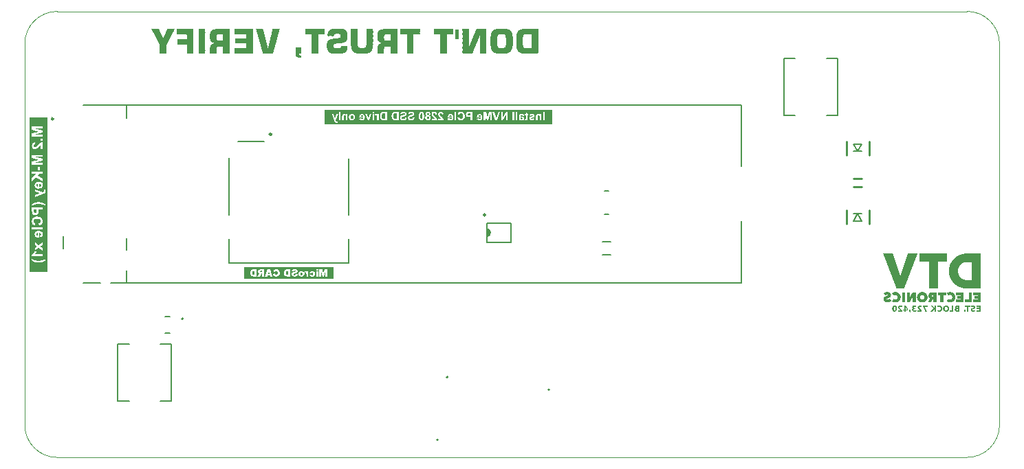
<source format=gbo>
G04*
G04 #@! TF.GenerationSoftware,Altium Limited,Altium Designer,22.2.1 (43)*
G04*
G04 Layer_Color=32896*
%FSAX44Y44*%
%MOMM*%
G71*
G04*
G04 #@! TF.SameCoordinates,6FBE58D4-8AA7-4130-90BE-7BA939E9B375*
G04*
G04*
G04 #@! TF.FilePolarity,Positive*
G04*
G01*
G75*
%ADD11C,0.2000*%
%ADD13C,0.2500*%
%ADD14C,0.2032*%
%ADD15C,0.1500*%
%ADD19C,0.1000*%
%ADD185R,0.2600X0.8964*%
%ADD186R,0.1524X0.5900*%
G36*
X00527385Y00528113D02*
X00527233D01*
Y00527961D01*
X00527385D01*
Y00526744D01*
X00527233D01*
Y00526592D01*
X00527385D01*
Y00526440D01*
X00527233D01*
Y00522789D01*
X00527385D01*
Y00522181D01*
X00527233D01*
Y00522029D01*
X00527385D01*
Y00521724D01*
X00527081D01*
Y00521572D01*
X00526016D01*
Y00521724D01*
X00525560D01*
Y00521572D01*
X00525103D01*
Y00521724D01*
X00522213D01*
Y00521572D01*
X00520388D01*
Y00521724D01*
X00519780D01*
Y00521572D01*
X00519475D01*
Y00497843D01*
X00511261D01*
Y00520508D01*
Y00520660D01*
Y00521572D01*
X00509284D01*
Y00521724D01*
X00508828D01*
Y00521572D01*
X00508219D01*
Y00521724D01*
X00505633D01*
Y00521572D01*
X00503656D01*
Y00521724D01*
X00503504D01*
Y00521877D01*
X00503352D01*
Y00522029D01*
X00503504D01*
Y00526440D01*
X00503352D01*
Y00526592D01*
X00503504D01*
Y00528113D01*
X00503352D01*
Y00528265D01*
X00503504D01*
Y00528417D01*
X00527385D01*
Y00528113D01*
D02*
G37*
G36*
X00486468Y00526136D02*
X00486316D01*
Y00525984D01*
X00486468D01*
Y00523854D01*
X00486316D01*
Y00523702D01*
X00486468D01*
Y00521724D01*
X00486163D01*
Y00521572D01*
X00486011D01*
Y00521724D01*
X00483273D01*
Y00521572D01*
X00481448D01*
Y00521724D01*
X00480992D01*
Y00521572D01*
X00480536D01*
Y00521724D01*
X00478710D01*
Y00521572D01*
X00478558D01*
Y00520812D01*
X00478710D01*
Y00518378D01*
X00478558D01*
Y00515336D01*
X00478710D01*
Y00512750D01*
X00478558D01*
Y00509708D01*
X00478710D01*
Y00507122D01*
X00478558D01*
Y00504080D01*
X00478710D01*
Y00501494D01*
X00478558D01*
Y00498604D01*
X00478710D01*
Y00497995D01*
X00478558D01*
Y00497843D01*
X00470496D01*
Y00497995D01*
X00470344D01*
Y00521572D01*
X00470192D01*
Y00521724D01*
X00469888D01*
Y00521572D01*
X00469279D01*
Y00521724D01*
X00466694D01*
Y00521572D01*
X00464868D01*
Y00521724D01*
X00464260D01*
Y00521572D01*
X00463956D01*
Y00521724D01*
X00462587D01*
Y00528417D01*
X00486468D01*
Y00526136D01*
D02*
G37*
G36*
X00368887D02*
X00369040D01*
Y00525984D01*
X00368887D01*
Y00523854D01*
X00369040D01*
Y00523702D01*
X00368887D01*
Y00521724D01*
X00366454D01*
Y00521572D01*
X00364628D01*
Y00521724D01*
X00364172D01*
Y00521572D01*
X00363716D01*
Y00521724D01*
X00361282D01*
Y00521572D01*
X00361130D01*
Y00497843D01*
X00352916D01*
Y00507730D01*
Y00507882D01*
Y00521572D01*
X00352460D01*
Y00521724D01*
X00350026D01*
Y00521572D01*
X00348049D01*
Y00521724D01*
X00347440D01*
Y00521572D01*
X00347136D01*
Y00521724D01*
X00345159D01*
Y00523702D01*
X00345006D01*
Y00526136D01*
X00345159D01*
Y00528417D01*
X00368887D01*
Y00526136D01*
D02*
G37*
G36*
X00184836Y00528265D02*
X00184684D01*
Y00528113D01*
X00184531D01*
Y00527657D01*
X00184379D01*
Y00527505D01*
X00184227D01*
Y00527200D01*
X00184075D01*
Y00526896D01*
X00183923D01*
Y00526592D01*
X00183771D01*
Y00526288D01*
X00183619D01*
Y00525984D01*
X00183467D01*
Y00525679D01*
X00183315D01*
Y00525375D01*
X00183162D01*
Y00525071D01*
X00183011D01*
Y00524919D01*
X00182858D01*
Y00524614D01*
X00182706D01*
Y00524310D01*
X00182554D01*
Y00524006D01*
X00182402D01*
Y00523702D01*
X00182250D01*
Y00523398D01*
X00182098D01*
Y00523093D01*
X00181946D01*
Y00522789D01*
X00181794D01*
Y00522485D01*
X00181642D01*
Y00522181D01*
X00181489D01*
Y00521877D01*
X00181337D01*
Y00521572D01*
X00181185D01*
Y00521268D01*
X00181033D01*
Y00521116D01*
X00180881D01*
Y00520812D01*
X00180729D01*
Y00520508D01*
X00180577D01*
Y00520203D01*
X00180425D01*
Y00519899D01*
X00180273D01*
Y00519595D01*
X00180120D01*
Y00519291D01*
X00179968D01*
Y00518987D01*
X00179816D01*
Y00518682D01*
X00179664D01*
Y00518378D01*
X00179512D01*
Y00518226D01*
X00179360D01*
Y00517922D01*
X00179208D01*
Y00517617D01*
X00179056D01*
Y00517313D01*
X00178904D01*
Y00517009D01*
X00178751D01*
Y00516705D01*
X00178599D01*
Y00516553D01*
X00178447D01*
Y00516096D01*
X00178295D01*
Y00515792D01*
X00178143D01*
Y00515640D01*
X00177991D01*
Y00515184D01*
X00177839D01*
Y00514879D01*
X00177687D01*
Y00514727D01*
X00177535D01*
Y00514423D01*
X00177382D01*
Y00514119D01*
X00177230D01*
Y00513815D01*
X00177078D01*
Y00513511D01*
X00176926D01*
Y00513206D01*
X00176774D01*
Y00512902D01*
X00176622D01*
Y00512598D01*
X00176470D01*
Y00512294D01*
X00176318D01*
Y00511990D01*
X00176166D01*
Y00511837D01*
X00176013D01*
Y00511381D01*
X00175861D01*
Y00511229D01*
X00175709D01*
Y00510925D01*
X00175557D01*
Y00510620D01*
X00175405D01*
Y00510316D01*
X00175253D01*
Y00510012D01*
X00175101D01*
Y00509708D01*
X00174949D01*
Y00509556D01*
X00174797D01*
Y00509252D01*
X00174645D01*
Y00508947D01*
X00174492D01*
Y00507122D01*
X00174340D01*
Y00504080D01*
X00174492D01*
Y00501646D01*
X00174340D01*
Y00498452D01*
X00174492D01*
Y00497995D01*
X00174340D01*
Y00497843D01*
X00166278D01*
Y00508643D01*
X00166126D01*
Y00508947D01*
X00165974D01*
Y00509252D01*
X00165822D01*
Y00509556D01*
X00165670D01*
Y00509860D01*
X00165518D01*
Y00510012D01*
X00165366D01*
Y00510468D01*
X00165214D01*
Y00510620D01*
X00165062D01*
Y00510925D01*
X00164909D01*
Y00511229D01*
X00164757D01*
Y00511533D01*
X00164605D01*
Y00511837D01*
X00164453D01*
Y00512142D01*
X00164301D01*
Y00512446D01*
X00164149D01*
Y00512750D01*
X00163997D01*
Y00513054D01*
X00163845D01*
Y00513358D01*
X00163693D01*
Y00513663D01*
X00163540D01*
Y00513815D01*
X00163388D01*
Y00514119D01*
X00163236D01*
Y00514423D01*
X00163084D01*
Y00514727D01*
X00162932D01*
Y00515032D01*
X00162780D01*
Y00515336D01*
X00162628D01*
Y00515640D01*
X00162476D01*
Y00515944D01*
X00162324D01*
Y00516249D01*
X00162171D01*
Y00516553D01*
X00162019D01*
Y00516857D01*
X00161867D01*
Y00517161D01*
X00161715D01*
Y00517465D01*
X00161563D01*
Y00517617D01*
X00161411D01*
Y00518074D01*
X00161259D01*
Y00518226D01*
X00161107D01*
Y00518530D01*
X00160955D01*
Y00518834D01*
X00160802D01*
Y00519139D01*
X00160651D01*
Y00519443D01*
X00160498D01*
Y00519747D01*
X00160346D01*
Y00520051D01*
X00160194D01*
Y00520355D01*
X00160042D01*
Y00520660D01*
X00159890D01*
Y00520812D01*
X00159738D01*
Y00521116D01*
X00159586D01*
Y00521420D01*
X00159434D01*
Y00521724D01*
X00159282D01*
Y00522029D01*
X00159129D01*
Y00522333D01*
X00158977D01*
Y00522637D01*
X00158825D01*
Y00522941D01*
X00158673D01*
Y00523093D01*
X00158521D01*
Y00523550D01*
X00158369D01*
Y00523854D01*
X00158217D01*
Y00524158D01*
X00158065D01*
Y00524462D01*
X00157913D01*
Y00524614D01*
X00157760D01*
Y00524919D01*
X00157608D01*
Y00525223D01*
X00157456D01*
Y00525527D01*
X00157304D01*
Y00525831D01*
X00157152D01*
Y00525984D01*
X00157000D01*
Y00526440D01*
X00156848D01*
Y00526744D01*
X00156696D01*
Y00527048D01*
X00156544D01*
Y00527352D01*
X00156391D01*
Y00527657D01*
X00156239D01*
Y00527809D01*
X00156087D01*
Y00528113D01*
X00155935D01*
Y00528417D01*
X00165062D01*
Y00528113D01*
X00165214D01*
Y00527809D01*
X00165366D01*
Y00527505D01*
X00165518D01*
Y00527048D01*
X00165670D01*
Y00526896D01*
X00165822D01*
Y00526440D01*
X00165974D01*
Y00525984D01*
X00166126D01*
Y00525679D01*
X00166278D01*
Y00525375D01*
X00166431D01*
Y00525071D01*
X00166583D01*
Y00524767D01*
X00166735D01*
Y00524462D01*
X00166887D01*
Y00524158D01*
X00167039D01*
Y00523702D01*
X00167191D01*
Y00523398D01*
X00167343D01*
Y00523093D01*
X00167495D01*
Y00522637D01*
X00167647D01*
Y00522333D01*
X00167800D01*
Y00522029D01*
X00167952D01*
Y00521572D01*
X00168104D01*
Y00521420D01*
X00168256D01*
Y00520964D01*
X00168408D01*
Y00520812D01*
X00168560D01*
Y00520355D01*
X00168712D01*
Y00520051D01*
X00168864D01*
Y00519747D01*
X00169016D01*
Y00519291D01*
X00169168D01*
Y00518987D01*
X00169321D01*
Y00518682D01*
X00169473D01*
Y00518226D01*
X00169625D01*
Y00518074D01*
X00169777D01*
Y00517617D01*
X00169929D01*
Y00517313D01*
X00170081D01*
Y00517009D01*
X00170233D01*
Y00516857D01*
X00170385D01*
Y00517313D01*
X00170537D01*
Y00517465D01*
X00170690D01*
Y00517922D01*
X00170842D01*
Y00518226D01*
X00170994D01*
Y00518530D01*
X00171146D01*
Y00518834D01*
X00171298D01*
Y00519139D01*
X00171450D01*
Y00519443D01*
X00171602D01*
Y00519899D01*
X00171754D01*
Y00520203D01*
X00171907D01*
Y00520508D01*
X00172059D01*
Y00520812D01*
X00172211D01*
Y00521116D01*
X00172363D01*
Y00521572D01*
X00172515D01*
Y00521724D01*
X00172667D01*
Y00522181D01*
X00172819D01*
Y00522485D01*
X00172971D01*
Y00522789D01*
X00173123D01*
Y00523093D01*
X00173276D01*
Y00523398D01*
X00173428D01*
Y00523854D01*
X00173580D01*
Y00524158D01*
X00173732D01*
Y00524462D01*
X00173884D01*
Y00524919D01*
X00174036D01*
Y00525223D01*
X00174188D01*
Y00525527D01*
X00174340D01*
Y00525831D01*
X00174492D01*
Y00526136D01*
X00174645D01*
Y00526440D01*
X00174797D01*
Y00526896D01*
X00174949D01*
Y00527200D01*
X00175101D01*
Y00527505D01*
X00175253D01*
Y00527809D01*
X00175405D01*
Y00528113D01*
X00175557D01*
Y00528417D01*
X00184836D01*
Y00528265D01*
D02*
G37*
G36*
X00280969Y00497843D02*
X00257848D01*
Y00504688D01*
X00272755D01*
Y00510468D01*
X00258609D01*
Y00510620D01*
X00258456D01*
Y00510773D01*
X00258609D01*
Y00516249D01*
X00258761D01*
Y00516401D01*
X00259065D01*
Y00516249D01*
X00259217D01*
Y00516401D01*
X00261042D01*
Y00516249D01*
X00263628D01*
Y00516401D01*
X00264693D01*
Y00516249D01*
X00264845D01*
Y00516401D01*
X00266518D01*
Y00516249D01*
X00269256D01*
Y00516401D01*
X00272146D01*
Y00516249D01*
X00272603D01*
Y00516401D01*
X00272755D01*
Y00521572D01*
X00272603D01*
Y00521724D01*
X00272146D01*
Y00521572D01*
X00270169D01*
Y00521724D01*
X00269713D01*
Y00521572D01*
X00269256D01*
Y00521724D01*
X00266518D01*
Y00521572D01*
X00264541D01*
Y00521724D01*
X00264084D01*
Y00521572D01*
X00263628D01*
Y00521724D01*
X00260890D01*
Y00521572D01*
X00259065D01*
Y00521724D01*
X00258609D01*
Y00521572D01*
X00258304D01*
Y00521724D01*
X00258152D01*
Y00528417D01*
X00280969D01*
Y00497843D01*
D02*
G37*
G36*
X00534230Y00516096D02*
X00530275D01*
Y00526896D01*
Y00527048D01*
Y00527505D01*
X00534230D01*
Y00516096D01*
D02*
G37*
G36*
X00568150Y00526288D02*
X00568302D01*
Y00523550D01*
X00568150D01*
Y00520964D01*
X00568302D01*
Y00518226D01*
X00568150D01*
Y00515336D01*
X00568302D01*
Y00512750D01*
X00568150D01*
Y00509708D01*
X00568302D01*
Y00507122D01*
X00568150D01*
Y00504232D01*
X00568302D01*
Y00501494D01*
X00568150D01*
Y00498604D01*
X00568302D01*
Y00497995D01*
X00568150D01*
Y00497843D01*
X00560545D01*
Y00497995D01*
X00560393D01*
Y00520203D01*
X00560545D01*
Y00520355D01*
X00560393D01*
Y00520508D01*
X00560241D01*
Y00520203D01*
X00560088D01*
Y00519899D01*
X00559936D01*
Y00519443D01*
X00559784D01*
Y00518987D01*
X00559632D01*
Y00518834D01*
X00559480D01*
Y00518378D01*
X00559328D01*
Y00517922D01*
X00559176D01*
Y00517617D01*
X00559024D01*
Y00517161D01*
X00558872D01*
Y00516857D01*
X00558719D01*
Y00516553D01*
X00558567D01*
Y00516096D01*
X00558415D01*
Y00515792D01*
X00558263D01*
Y00515336D01*
X00558111D01*
Y00514879D01*
X00557959D01*
Y00514575D01*
X00557807D01*
Y00514119D01*
X00557655D01*
Y00513815D01*
X00557503D01*
Y00513511D01*
X00557351D01*
Y00513054D01*
X00557198D01*
Y00512750D01*
X00557046D01*
Y00512446D01*
X00556894D01*
Y00511990D01*
X00556742D01*
Y00511685D01*
X00556590D01*
Y00511229D01*
X00556438D01*
Y00510925D01*
X00556286D01*
Y00510620D01*
X00556134D01*
Y00510164D01*
X00555981D01*
Y00509860D01*
X00555829D01*
Y00509404D01*
X00555677D01*
Y00508947D01*
X00555525D01*
Y00508795D01*
X00555373D01*
Y00508339D01*
X00555221D01*
Y00507882D01*
X00555069D01*
Y00507578D01*
X00554917D01*
Y00507122D01*
X00554765D01*
Y00506818D01*
X00554613D01*
Y00506361D01*
X00554460D01*
Y00506057D01*
X00554308D01*
Y00505753D01*
X00554156D01*
Y00505297D01*
X00554004D01*
Y00504840D01*
X00553852D01*
Y00504536D01*
X00553700D01*
Y00504232D01*
X00553548D01*
Y00503928D01*
X00553396D01*
Y00503471D01*
X00553243D01*
Y00503015D01*
X00553091D01*
Y00502711D01*
X00552939D01*
Y00502407D01*
X00552787D01*
Y00501950D01*
X00552635D01*
Y00501646D01*
X00552483D01*
Y00501190D01*
X00552331D01*
Y00500886D01*
X00552179D01*
Y00500429D01*
X00552027D01*
Y00500125D01*
X00551875D01*
Y00499821D01*
X00551722D01*
Y00499364D01*
X00551570D01*
Y00499060D01*
X00551418D01*
Y00498604D01*
X00551266D01*
Y00498148D01*
X00551114D01*
Y00497843D01*
X00538945D01*
Y00497995D01*
X00538793D01*
Y00498148D01*
X00538945D01*
Y00498604D01*
X00538793D01*
Y00501190D01*
X00538945D01*
Y00504232D01*
X00538793D01*
Y00506666D01*
X00538945D01*
Y00509708D01*
X00538793D01*
Y00512294D01*
X00538945D01*
Y00515336D01*
X00538793D01*
Y00517770D01*
X00538945D01*
Y00520964D01*
X00538793D01*
Y00523398D01*
X00538945D01*
Y00525375D01*
Y00525527D01*
Y00526288D01*
X00538793D01*
Y00528417D01*
X00546703D01*
Y00506057D01*
X00546855D01*
Y00506361D01*
X00547007D01*
Y00506513D01*
X00547159D01*
Y00506970D01*
X00547311D01*
Y00507426D01*
X00547463D01*
Y00507730D01*
X00547616D01*
Y00508187D01*
X00547768D01*
Y00508491D01*
X00547920D01*
Y00508795D01*
X00548072D01*
Y00509252D01*
X00548224D01*
Y00509556D01*
X00548376D01*
Y00510012D01*
X00548528D01*
Y00510468D01*
X00548680D01*
Y00510773D01*
X00548832D01*
Y00511077D01*
X00548984D01*
Y00511381D01*
X00549137D01*
Y00511837D01*
X00549289D01*
Y00512294D01*
X00549441D01*
Y00512598D01*
X00549593D01*
Y00512902D01*
X00549745D01*
Y00513206D01*
X00549897D01*
Y00513511D01*
X00550049D01*
Y00513967D01*
X00550201D01*
Y00514423D01*
X00550354D01*
Y00514727D01*
X00550506D01*
Y00515184D01*
X00550658D01*
Y00515488D01*
X00550810D01*
Y00515792D01*
X00550962D01*
Y00516249D01*
X00551114D01*
Y00516553D01*
X00551266D01*
Y00517009D01*
X00551418D01*
Y00517313D01*
X00551570D01*
Y00517617D01*
X00551722D01*
Y00518074D01*
X00551875D01*
Y00518378D01*
X00552027D01*
Y00518834D01*
X00552179D01*
Y00519291D01*
X00552331D01*
Y00519595D01*
X00552483D01*
Y00519899D01*
X00552635D01*
Y00520355D01*
X00552787D01*
Y00520660D01*
X00552939D01*
Y00521116D01*
X00553091D01*
Y00521420D01*
X00553243D01*
Y00521724D01*
X00553396D01*
Y00522181D01*
X00553548D01*
Y00522485D01*
X00553700D01*
Y00522941D01*
X00553852D01*
Y00523246D01*
X00554004D01*
Y00523550D01*
X00554156D01*
Y00524006D01*
X00554308D01*
Y00524310D01*
X00554460D01*
Y00524614D01*
X00554613D01*
Y00525071D01*
X00554765D01*
Y00525375D01*
X00554917D01*
Y00525831D01*
X00555069D01*
Y00526136D01*
X00555221D01*
Y00526592D01*
X00555373D01*
Y00526896D01*
X00555525D01*
Y00527200D01*
X00555677D01*
Y00527657D01*
X00555829D01*
Y00527961D01*
X00555981D01*
Y00528265D01*
X00556134D01*
Y00528417D01*
X00568150D01*
Y00526288D01*
D02*
G37*
G36*
X00428666D02*
X00428818D01*
Y00523550D01*
X00428666D01*
Y00520964D01*
X00428818D01*
Y00518226D01*
X00428666D01*
Y00515336D01*
X00428818D01*
Y00512750D01*
X00428666D01*
Y00509708D01*
X00428818D01*
Y00508795D01*
X00428666D01*
Y00506513D01*
X00428514D01*
Y00505601D01*
X00428362D01*
Y00504536D01*
X00428210D01*
Y00503928D01*
X00428058D01*
Y00503624D01*
X00427906D01*
Y00503167D01*
X00427754D01*
Y00502863D01*
X00427602D01*
Y00502559D01*
X00427449D01*
Y00502254D01*
X00427297D01*
Y00501950D01*
X00427145D01*
Y00501646D01*
X00426993D01*
Y00501494D01*
X00426841D01*
Y00501190D01*
X00426689D01*
Y00501038D01*
X00426537D01*
Y00500886D01*
X00426385D01*
Y00500733D01*
X00426233D01*
Y00500581D01*
X00426081D01*
Y00500429D01*
X00425928D01*
Y00500277D01*
X00425776D01*
Y00500125D01*
X00425624D01*
Y00499973D01*
X00425472D01*
Y00499821D01*
X00425320D01*
Y00499669D01*
X00425016D01*
Y00499516D01*
X00424711D01*
Y00499364D01*
X00424559D01*
Y00499212D01*
X00424255D01*
Y00499060D01*
X00423951D01*
Y00498908D01*
X00423647D01*
Y00498756D01*
X00423343D01*
Y00498604D01*
X00422734D01*
Y00498452D01*
X00422582D01*
Y00498300D01*
X00421669D01*
Y00498148D01*
X00420605D01*
Y00497995D01*
X00419844D01*
Y00497843D01*
X00410718D01*
Y00497995D01*
X00409805D01*
Y00498148D01*
X00408740D01*
Y00498300D01*
X00407827D01*
Y00498452D01*
X00407523D01*
Y00498604D01*
X00407067D01*
Y00498756D01*
X00406763D01*
Y00498908D01*
X00406458D01*
Y00499060D01*
X00406002D01*
Y00499212D01*
X00405850D01*
Y00499364D01*
X00405546D01*
Y00499516D01*
X00405242D01*
Y00499669D01*
X00405089D01*
Y00499821D01*
X00404785D01*
Y00499973D01*
X00404633D01*
Y00500125D01*
X00404481D01*
Y00500277D01*
X00404329D01*
Y00500429D01*
X00404177D01*
Y00500581D01*
X00404025D01*
Y00500733D01*
X00403873D01*
Y00500886D01*
X00403721D01*
Y00501190D01*
X00403568D01*
Y00501342D01*
X00403416D01*
Y00501494D01*
X00403264D01*
Y00501798D01*
X00403112D01*
Y00502102D01*
X00402960D01*
Y00502254D01*
X00402808D01*
Y00502711D01*
X00402656D01*
Y00502863D01*
X00402504D01*
Y00503167D01*
X00402351D01*
Y00503776D01*
X00402199D01*
Y00504232D01*
X00402047D01*
Y00505145D01*
X00401895D01*
Y00506361D01*
X00401743D01*
Y00507426D01*
X00401591D01*
Y00511077D01*
Y00511229D01*
Y00528417D01*
X00409805D01*
Y00508339D01*
X00409957D01*
Y00507578D01*
X00410109D01*
Y00506970D01*
X00410261D01*
Y00506513D01*
X00410413D01*
Y00506209D01*
X00410565D01*
Y00506057D01*
X00410718D01*
Y00505905D01*
X00410870D01*
Y00505753D01*
X00411022D01*
Y00505601D01*
X00411174D01*
Y00505449D01*
X00411630D01*
Y00505297D01*
X00411934D01*
Y00505145D01*
X00412695D01*
Y00504992D01*
X00413455D01*
Y00504840D01*
X00413760D01*
Y00504992D01*
X00414368D01*
Y00504840D01*
X00414824D01*
Y00504992D01*
X00416802D01*
Y00504840D01*
X00416954D01*
Y00504992D01*
X00417715D01*
Y00505145D01*
X00418475D01*
Y00505297D01*
X00418779D01*
Y00505449D01*
X00419084D01*
Y00505601D01*
X00419388D01*
Y00505753D01*
X00419540D01*
Y00506057D01*
X00419692D01*
Y00506209D01*
X00419844D01*
Y00506361D01*
X00419996D01*
Y00506666D01*
X00420148D01*
Y00507122D01*
X00420300D01*
Y00507730D01*
X00420452D01*
Y00508643D01*
X00420605D01*
Y00528417D01*
X00428666D01*
Y00526288D01*
D02*
G37*
G36*
X00313976Y00528265D02*
X00313824D01*
Y00527657D01*
X00313672D01*
Y00527200D01*
X00313520D01*
Y00526592D01*
X00313368D01*
Y00526136D01*
X00313216D01*
Y00525527D01*
X00313064D01*
Y00524919D01*
X00312911D01*
Y00524462D01*
X00312759D01*
Y00523854D01*
X00312607D01*
Y00523398D01*
X00312455D01*
Y00522941D01*
X00312303D01*
Y00522181D01*
X00312151D01*
Y00521724D01*
X00311999D01*
Y00521268D01*
X00311847D01*
Y00520508D01*
X00311695D01*
Y00520051D01*
X00311542D01*
Y00519443D01*
X00311390D01*
Y00518834D01*
X00311238D01*
Y00518378D01*
X00311086D01*
Y00517770D01*
X00310934D01*
Y00517161D01*
X00310782D01*
Y00516705D01*
X00310630D01*
Y00515944D01*
X00310478D01*
Y00515488D01*
X00310326D01*
Y00515032D01*
X00310173D01*
Y00514423D01*
X00310021D01*
Y00513967D01*
X00309869D01*
Y00513358D01*
X00309717D01*
Y00512902D01*
X00309565D01*
Y00512142D01*
X00309413D01*
Y00511533D01*
X00309261D01*
Y00511077D01*
X00309109D01*
Y00510468D01*
X00308957D01*
Y00509860D01*
X00308804D01*
Y00509556D01*
X00308652D01*
Y00508795D01*
X00308500D01*
Y00508339D01*
X00308348D01*
Y00507882D01*
X00308196D01*
Y00507122D01*
X00308044D01*
Y00506818D01*
X00307892D01*
Y00506057D01*
X00307740D01*
Y00505601D01*
X00307588D01*
Y00505145D01*
X00307435D01*
Y00504384D01*
X00307283D01*
Y00503776D01*
X00307131D01*
Y00503319D01*
X00306979D01*
Y00502711D01*
X00306827D01*
Y00502102D01*
X00306675D01*
Y00501494D01*
X00306523D01*
Y00501038D01*
X00306371D01*
Y00500581D01*
X00306219D01*
Y00499973D01*
X00306066D01*
Y00499516D01*
X00305914D01*
Y00498908D01*
X00305762D01*
Y00498148D01*
X00305610D01*
Y00497843D01*
X00293289D01*
Y00497995D01*
X00293137D01*
Y00498604D01*
X00292985D01*
Y00498908D01*
X00292833D01*
Y00499516D01*
X00292681D01*
Y00499973D01*
X00292529D01*
Y00500581D01*
X00292377D01*
Y00501190D01*
X00292225D01*
Y00501646D01*
X00292073D01*
Y00502254D01*
X00291920D01*
Y00502863D01*
X00291768D01*
Y00503319D01*
X00291616D01*
Y00503928D01*
X00291464D01*
Y00504384D01*
X00291312D01*
Y00504992D01*
X00291160D01*
Y00505601D01*
X00291008D01*
Y00506057D01*
X00290856D01*
Y00506666D01*
X00290704D01*
Y00507122D01*
X00290551D01*
Y00507578D01*
X00290399D01*
Y00508187D01*
X00290247D01*
Y00508643D01*
X00290095D01*
Y00509252D01*
X00289943D01*
Y00509860D01*
X00289791D01*
Y00510316D01*
X00289639D01*
Y00510925D01*
X00289487D01*
Y00511533D01*
X00289335D01*
Y00511990D01*
X00289182D01*
Y00512598D01*
X00289030D01*
Y00512902D01*
X00288878D01*
Y00513511D01*
X00288726D01*
Y00514271D01*
X00288574D01*
Y00514575D01*
X00288422D01*
Y00515184D01*
X00288270D01*
Y00515640D01*
X00288118D01*
Y00516096D01*
X00287966D01*
Y00516857D01*
X00287813D01*
Y00517313D01*
X00287661D01*
Y00517770D01*
X00287509D01*
Y00518530D01*
X00287357D01*
Y00518987D01*
X00287205D01*
Y00519595D01*
X00287053D01*
Y00520203D01*
X00286901D01*
Y00520508D01*
X00286749D01*
Y00521116D01*
X00286597D01*
Y00521572D01*
X00286444D01*
Y00522181D01*
X00286292D01*
Y00522789D01*
X00286140D01*
Y00523093D01*
X00285988D01*
Y00523854D01*
X00285836D01*
Y00524310D01*
X00285684D01*
Y00524767D01*
X00285532D01*
Y00525375D01*
X00285380D01*
Y00525831D01*
X00285228D01*
Y00526592D01*
X00285075D01*
Y00527200D01*
X00284923D01*
Y00527505D01*
X00284771D01*
Y00528113D01*
X00284619D01*
Y00528417D01*
X00293289D01*
Y00527961D01*
X00293442D01*
Y00527505D01*
X00293594D01*
Y00526744D01*
X00293746D01*
Y00526136D01*
X00293898D01*
Y00525527D01*
X00294050D01*
Y00524919D01*
X00294202D01*
Y00524462D01*
X00294354D01*
Y00523854D01*
X00294506D01*
Y00523093D01*
X00294658D01*
Y00522637D01*
X00294811D01*
Y00521877D01*
X00294963D01*
Y00521420D01*
X00295115D01*
Y00520964D01*
X00295267D01*
Y00520203D01*
X00295419D01*
Y00519747D01*
X00295571D01*
Y00519139D01*
X00295723D01*
Y00518530D01*
X00295875D01*
Y00517922D01*
X00296027D01*
Y00517161D01*
X00296180D01*
Y00516553D01*
X00296332D01*
Y00516096D01*
X00296484D01*
Y00515336D01*
X00296636D01*
Y00515032D01*
X00296788D01*
Y00514423D01*
X00296940D01*
Y00513663D01*
X00297092D01*
Y00513206D01*
X00297244D01*
Y00512598D01*
X00297396D01*
Y00511990D01*
X00297549D01*
Y00511381D01*
X00297701D01*
Y00510620D01*
X00297853D01*
Y00510316D01*
X00298005D01*
Y00509556D01*
X00298157D01*
Y00508795D01*
X00298309D01*
Y00508339D01*
X00298461D01*
Y00507730D01*
X00298613D01*
Y00507122D01*
X00298765D01*
Y00506666D01*
X00298917D01*
Y00505905D01*
X00299069D01*
Y00505601D01*
X00299222D01*
Y00504840D01*
X00299374D01*
Y00504992D01*
X00299526D01*
Y00505449D01*
X00299678D01*
Y00506057D01*
X00299830D01*
Y00506666D01*
X00299982D01*
Y00507274D01*
X00300134D01*
Y00508035D01*
X00300286D01*
Y00508491D01*
X00300438D01*
Y00509099D01*
X00300591D01*
Y00509860D01*
X00300743D01*
Y00510164D01*
X00300895D01*
Y00510925D01*
X00301047D01*
Y00511533D01*
X00301199D01*
Y00512142D01*
X00301351D01*
Y00512902D01*
X00301503D01*
Y00513511D01*
X00301655D01*
Y00514119D01*
X00301807D01*
Y00514879D01*
X00301960D01*
Y00515336D01*
X00302112D01*
Y00515944D01*
X00302264D01*
Y00516553D01*
X00302416D01*
Y00517161D01*
X00302568D01*
Y00517922D01*
X00302720D01*
Y00518378D01*
X00302872D01*
Y00518987D01*
X00303024D01*
Y00519747D01*
X00303176D01*
Y00520203D01*
X00303329D01*
Y00520964D01*
X00303481D01*
Y00521572D01*
X00303633D01*
Y00522181D01*
X00303785D01*
Y00522941D01*
X00303937D01*
Y00523398D01*
X00304089D01*
Y00524006D01*
X00304241D01*
Y00524767D01*
X00304393D01*
Y00525223D01*
X00304545D01*
Y00525831D01*
X00304698D01*
Y00526592D01*
X00304850D01*
Y00527200D01*
X00305002D01*
Y00527809D01*
X00305154D01*
Y00528417D01*
X00313976D01*
Y00528265D01*
D02*
G37*
G36*
X00632036Y00498452D02*
X00631884D01*
Y00498300D01*
X00632036D01*
Y00497995D01*
X00631884D01*
Y00497843D01*
X00614087D01*
Y00497995D01*
X00613174D01*
Y00498148D01*
X00612262D01*
Y00498300D01*
X00611349D01*
Y00498452D01*
X00611197D01*
Y00498604D01*
X00610437D01*
Y00498756D01*
X00609980D01*
Y00498908D01*
X00609828D01*
Y00499060D01*
X00609372D01*
Y00499212D01*
X00609220D01*
Y00499364D01*
X00608915D01*
Y00499516D01*
X00608611D01*
Y00499669D01*
X00608459D01*
Y00499821D01*
X00608155D01*
Y00499973D01*
X00608003D01*
Y00500125D01*
X00607851D01*
Y00500277D01*
X00607699D01*
Y00500429D01*
X00607546D01*
Y00500581D01*
X00607394D01*
Y00500733D01*
X00607242D01*
Y00500886D01*
X00607090D01*
Y00501038D01*
X00606938D01*
Y00501342D01*
X00606786D01*
Y00501494D01*
X00606634D01*
Y00501798D01*
X00606482D01*
Y00502102D01*
X00606329D01*
Y00502254D01*
X00606177D01*
Y00502711D01*
X00606025D01*
Y00503015D01*
X00605873D01*
Y00503471D01*
X00605721D01*
Y00503928D01*
X00605569D01*
Y00504384D01*
X00605417D01*
Y00504992D01*
X00605265D01*
Y00505905D01*
X00605113D01*
Y00506818D01*
X00604961D01*
Y00507122D01*
X00605113D01*
Y00507274D01*
X00604961D01*
Y00519139D01*
X00605113D01*
Y00520203D01*
X00605265D01*
Y00521268D01*
X00605417D01*
Y00521877D01*
X00605569D01*
Y00522333D01*
X00605721D01*
Y00522789D01*
X00605873D01*
Y00523093D01*
X00606025D01*
Y00523550D01*
X00606177D01*
Y00524006D01*
X00606329D01*
Y00524158D01*
X00606482D01*
Y00524462D01*
X00606634D01*
Y00524767D01*
X00606786D01*
Y00524919D01*
X00606938D01*
Y00525223D01*
X00607090D01*
Y00525375D01*
X00607242D01*
Y00525527D01*
X00607394D01*
Y00525679D01*
X00607546D01*
Y00525831D01*
X00607699D01*
Y00525984D01*
X00607851D01*
Y00526136D01*
X00608003D01*
Y00526288D01*
X00608155D01*
Y00526440D01*
X00608459D01*
Y00526592D01*
X00608611D01*
Y00526744D01*
X00608915D01*
Y00526896D01*
X00609067D01*
Y00527048D01*
X00609372D01*
Y00527200D01*
X00609676D01*
Y00527352D01*
X00609980D01*
Y00527505D01*
X00610437D01*
Y00527657D01*
X00610741D01*
Y00527809D01*
X00611349D01*
Y00527961D01*
X00612110D01*
Y00528113D01*
X00612566D01*
Y00528265D01*
X00613935D01*
Y00528417D01*
X00632036D01*
Y00498452D01*
D02*
G37*
G36*
X00591271Y00528569D02*
X00592336D01*
Y00528417D01*
X00593400D01*
Y00528265D01*
X00594161D01*
Y00528113D01*
X00594465D01*
Y00527961D01*
X00595074D01*
Y00527809D01*
X00595378D01*
Y00527657D01*
X00595682D01*
Y00527505D01*
X00596138D01*
Y00527352D01*
X00596290D01*
Y00527200D01*
X00596747D01*
Y00527048D01*
X00596899D01*
Y00526896D01*
X00597051D01*
Y00526744D01*
X00597355D01*
Y00526592D01*
X00597507D01*
Y00526440D01*
X00597811D01*
Y00526288D01*
X00597963D01*
Y00525984D01*
X00598116D01*
Y00525831D01*
X00598268D01*
Y00525679D01*
X00598420D01*
Y00525527D01*
X00598572D01*
Y00525375D01*
X00598724D01*
Y00525071D01*
X00598876D01*
Y00524919D01*
X00599028D01*
Y00524614D01*
X00599180D01*
Y00524310D01*
X00599333D01*
Y00524006D01*
X00599485D01*
Y00523702D01*
X00599637D01*
Y00523246D01*
X00599789D01*
Y00522941D01*
X00599941D01*
Y00522333D01*
X00600093D01*
Y00521724D01*
X00600245D01*
Y00520964D01*
X00600397D01*
Y00520051D01*
X00600549D01*
Y00518987D01*
X00600701D01*
Y00507578D01*
X00600549D01*
Y00506818D01*
X00600397D01*
Y00505601D01*
X00600245D01*
Y00504992D01*
X00600093D01*
Y00504232D01*
X00599941D01*
Y00503776D01*
X00599789D01*
Y00503319D01*
X00599637D01*
Y00502863D01*
X00599485D01*
Y00502559D01*
X00599333D01*
Y00502254D01*
X00599180D01*
Y00501950D01*
X00599028D01*
Y00501798D01*
X00598876D01*
Y00501494D01*
X00598724D01*
Y00501190D01*
X00598572D01*
Y00501038D01*
X00598420D01*
Y00500886D01*
X00598268D01*
Y00500733D01*
X00598116D01*
Y00500581D01*
X00597963D01*
Y00500277D01*
X00597659D01*
Y00500125D01*
X00597507D01*
Y00499973D01*
X00597355D01*
Y00499821D01*
X00597051D01*
Y00499669D01*
X00596899D01*
Y00499516D01*
X00596595D01*
Y00499364D01*
X00596290D01*
Y00499212D01*
X00596138D01*
Y00499060D01*
X00595682D01*
Y00498908D01*
X00595378D01*
Y00498756D01*
X00595074D01*
Y00498604D01*
X00594313D01*
Y00498452D01*
X00594161D01*
Y00498300D01*
X00593248D01*
Y00498148D01*
X00592183D01*
Y00497995D01*
X00591575D01*
Y00497843D01*
X00582753D01*
Y00497995D01*
X00581992D01*
Y00498148D01*
X00580775D01*
Y00498300D01*
X00579863D01*
Y00498452D01*
X00579711D01*
Y00498604D01*
X00579102D01*
Y00498756D01*
X00578646D01*
Y00498908D01*
X00578341D01*
Y00499060D01*
X00577885D01*
Y00499212D01*
X00577733D01*
Y00499364D01*
X00577429D01*
Y00499516D01*
X00577125D01*
Y00499669D01*
X00576973D01*
Y00499821D01*
X00576820D01*
Y00499973D01*
X00576516D01*
Y00500125D01*
X00576364D01*
Y00500277D01*
X00576212D01*
Y00500429D01*
X00576060D01*
Y00500581D01*
X00575908D01*
Y00500733D01*
X00575756D01*
Y00500886D01*
X00575603D01*
Y00501190D01*
X00575451D01*
Y00501342D01*
X00575299D01*
Y00501646D01*
X00575147D01*
Y00501798D01*
X00574995D01*
Y00502102D01*
X00574843D01*
Y00502407D01*
X00574691D01*
Y00502711D01*
X00574539D01*
Y00503015D01*
X00574387D01*
Y00503471D01*
X00574235D01*
Y00503776D01*
X00574082D01*
Y00504536D01*
X00573930D01*
Y00505297D01*
X00573778D01*
Y00505905D01*
X00573626D01*
Y00507122D01*
X00573474D01*
Y00508947D01*
X00573322D01*
Y00509860D01*
X00573474D01*
Y00512598D01*
X00573322D01*
Y00515336D01*
X00573474D01*
Y00519443D01*
X00573626D01*
Y00520812D01*
X00573778D01*
Y00521268D01*
X00573930D01*
Y00522029D01*
X00574082D01*
Y00522637D01*
X00574235D01*
Y00522941D01*
X00574387D01*
Y00523398D01*
X00574539D01*
Y00523854D01*
X00574691D01*
Y00524158D01*
X00574843D01*
Y00524462D01*
X00574995D01*
Y00524767D01*
X00575147D01*
Y00524919D01*
X00575299D01*
Y00525223D01*
X00575451D01*
Y00525375D01*
X00575603D01*
Y00525527D01*
X00575756D01*
Y00525679D01*
X00575908D01*
Y00525984D01*
X00576060D01*
Y00526136D01*
X00576212D01*
Y00526288D01*
X00576364D01*
Y00526440D01*
X00576516D01*
Y00526592D01*
X00576820D01*
Y00526744D01*
X00576973D01*
Y00526896D01*
X00577125D01*
Y00527048D01*
X00577429D01*
Y00527200D01*
X00577733D01*
Y00527352D01*
X00578037D01*
Y00527505D01*
X00578494D01*
Y00527657D01*
X00578798D01*
Y00527809D01*
X00579102D01*
Y00527961D01*
X00579711D01*
Y00528113D01*
X00580015D01*
Y00528265D01*
X00580775D01*
Y00528417D01*
X00581688D01*
Y00528569D01*
X00582601D01*
Y00528721D01*
X00591271D01*
Y00528569D01*
D02*
G37*
G36*
X00458480Y00528113D02*
Y00527961D01*
Y00497995D01*
X00458328D01*
Y00497843D01*
X00450266D01*
Y00506818D01*
X00444486D01*
Y00506666D01*
X00443725D01*
Y00506513D01*
X00443573D01*
Y00506361D01*
X00443269D01*
Y00506209D01*
X00443117D01*
Y00506057D01*
X00442965D01*
Y00505905D01*
X00442812D01*
Y00505753D01*
X00442660D01*
Y00505449D01*
X00442508D01*
Y00504840D01*
X00442356D01*
Y00504232D01*
X00442204D01*
Y00497843D01*
X00433990D01*
Y00505297D01*
X00434142D01*
Y00506057D01*
X00434294D01*
Y00506513D01*
X00434446D01*
Y00507122D01*
X00434599D01*
Y00507426D01*
X00434751D01*
Y00507730D01*
X00434903D01*
Y00508035D01*
X00435055D01*
Y00508187D01*
X00435207D01*
Y00508339D01*
X00435359D01*
Y00508643D01*
X00435511D01*
Y00508795D01*
X00435663D01*
Y00508947D01*
X00435815D01*
Y00509099D01*
X00435968D01*
Y00509252D01*
X00436272D01*
Y00509404D01*
X00436424D01*
Y00509556D01*
X00436728D01*
Y00509708D01*
X00436880D01*
Y00509860D01*
X00437184D01*
Y00510012D01*
X00437641D01*
Y00510164D01*
X00437793D01*
Y00510316D01*
X00438249D01*
Y00510468D01*
X00439010D01*
Y00510620D01*
X00439314D01*
Y00510773D01*
X00439466D01*
Y00510925D01*
X00438553D01*
Y00511077D01*
X00438249D01*
Y00511229D01*
X00437793D01*
Y00511381D01*
X00437489D01*
Y00511533D01*
X00437184D01*
Y00511685D01*
X00436880D01*
Y00511837D01*
X00436728D01*
Y00511990D01*
X00436424D01*
Y00512142D01*
X00436272D01*
Y00512294D01*
X00436120D01*
Y00512446D01*
X00435968D01*
Y00512598D01*
X00435815D01*
Y00512750D01*
X00435663D01*
Y00512902D01*
X00435511D01*
Y00513054D01*
X00435359D01*
Y00513206D01*
X00435207D01*
Y00513511D01*
X00435055D01*
Y00513663D01*
X00434903D01*
Y00514119D01*
X00434751D01*
Y00514423D01*
X00434599D01*
Y00514727D01*
X00434446D01*
Y00515184D01*
X00434294D01*
Y00515792D01*
X00434142D01*
Y00516553D01*
X00433990D01*
Y00522029D01*
X00434142D01*
Y00522789D01*
X00434294D01*
Y00523246D01*
X00434446D01*
Y00524006D01*
X00434599D01*
Y00524310D01*
X00434751D01*
Y00524614D01*
X00434903D01*
Y00524919D01*
X00435055D01*
Y00525071D01*
X00435207D01*
Y00525375D01*
X00435359D01*
Y00525527D01*
X00435511D01*
Y00525831D01*
X00435663D01*
Y00525984D01*
X00435815D01*
Y00526136D01*
X00436120D01*
Y00526288D01*
X00436272D01*
Y00526440D01*
X00436424D01*
Y00526592D01*
X00436576D01*
Y00526744D01*
X00436880D01*
Y00526896D01*
X00437032D01*
Y00527048D01*
X00437337D01*
Y00527200D01*
X00437793D01*
Y00527352D01*
X00437945D01*
Y00527505D01*
X00438553D01*
Y00527657D01*
X00439162D01*
Y00527809D01*
X00439618D01*
Y00527961D01*
X00440683D01*
Y00528113D01*
X00441139D01*
Y00528265D01*
X00442660D01*
Y00528417D01*
X00458480D01*
Y00528113D01*
D02*
G37*
G36*
X00389879Y00528569D02*
X00390639D01*
Y00528417D01*
X00391856D01*
Y00528265D01*
X00392617D01*
Y00528113D01*
X00392769D01*
Y00527961D01*
X00393225D01*
Y00527809D01*
X00393529D01*
Y00527657D01*
X00393833D01*
Y00527505D01*
X00394138D01*
Y00527352D01*
X00394290D01*
Y00527200D01*
X00394442D01*
Y00527048D01*
X00394594D01*
Y00526896D01*
X00394746D01*
Y00526744D01*
X00394898D01*
Y00526592D01*
X00395050D01*
Y00526440D01*
X00395202D01*
Y00526288D01*
X00395354D01*
Y00526136D01*
X00395507D01*
Y00525984D01*
X00395659D01*
Y00525831D01*
X00395811D01*
Y00525527D01*
X00395963D01*
Y00525223D01*
X00396115D01*
Y00525071D01*
X00396267D01*
Y00524614D01*
X00396419D01*
Y00524310D01*
X00396571D01*
Y00524006D01*
X00396724D01*
Y00523246D01*
X00396876D01*
Y00522789D01*
X00397028D01*
Y00521877D01*
X00397180D01*
Y00517465D01*
X00397028D01*
Y00516401D01*
X00396876D01*
Y00515944D01*
X00396724D01*
Y00515184D01*
X00396571D01*
Y00514879D01*
X00396419D01*
Y00514575D01*
X00396267D01*
Y00514119D01*
X00396115D01*
Y00513967D01*
X00395963D01*
Y00513663D01*
X00395811D01*
Y00513511D01*
X00395659D01*
Y00513358D01*
X00395507D01*
Y00513206D01*
X00395354D01*
Y00513054D01*
X00395202D01*
Y00512902D01*
X00395050D01*
Y00512750D01*
X00394898D01*
Y00512598D01*
X00394746D01*
Y00512446D01*
X00394442D01*
Y00512294D01*
X00394290D01*
Y00512142D01*
X00393985D01*
Y00511990D01*
X00393681D01*
Y00511837D01*
X00393529D01*
Y00511685D01*
X00393073D01*
Y00511533D01*
X00392769D01*
Y00511381D01*
X00392312D01*
Y00511229D01*
X00391552D01*
Y00511077D01*
X00390943D01*
Y00510925D01*
X00389726D01*
Y00510773D01*
X00388205D01*
Y00510620D01*
X00387293D01*
Y00510468D01*
X00385163D01*
Y00510316D01*
X00383642D01*
Y00510164D01*
X00382882D01*
Y00510012D01*
X00381969D01*
Y00509860D01*
X00381513D01*
Y00509708D01*
X00381056D01*
Y00509556D01*
X00380752D01*
Y00509404D01*
X00380600D01*
Y00509252D01*
X00380448D01*
Y00508795D01*
X00380296D01*
Y00508035D01*
X00380144D01*
Y00506057D01*
X00380296D01*
Y00505753D01*
X00380448D01*
Y00505449D01*
X00380600D01*
Y00505145D01*
X00380752D01*
Y00504992D01*
X00381056D01*
Y00504840D01*
X00381208D01*
Y00504688D01*
X00381969D01*
Y00504536D01*
X00382425D01*
Y00504384D01*
X00386684D01*
Y00504536D01*
X00387293D01*
Y00504688D01*
X00388053D01*
Y00504840D01*
X00388358D01*
Y00504992D01*
X00388662D01*
Y00505145D01*
X00388814D01*
Y00505297D01*
X00388966D01*
Y00505449D01*
X00389118D01*
Y00505601D01*
X00389270D01*
Y00505905D01*
X00389422D01*
Y00506818D01*
X00389574D01*
Y00507122D01*
X00389422D01*
Y00507274D01*
X00389574D01*
Y00507578D01*
X00397180D01*
Y00507426D01*
X00397332D01*
Y00504080D01*
X00397180D01*
Y00503167D01*
X00397028D01*
Y00502559D01*
X00396876D01*
Y00502102D01*
X00396724D01*
Y00501798D01*
X00396571D01*
Y00501494D01*
X00396419D01*
Y00501342D01*
X00396267D01*
Y00501038D01*
X00396115D01*
Y00500733D01*
X00395963D01*
Y00500581D01*
X00395811D01*
Y00500429D01*
X00395659D01*
Y00500277D01*
X00395507D01*
Y00500125D01*
X00395354D01*
Y00499973D01*
X00395202D01*
Y00499821D01*
X00395050D01*
Y00499669D01*
X00394746D01*
Y00499516D01*
X00394594D01*
Y00499364D01*
X00394290D01*
Y00499212D01*
X00394138D01*
Y00499060D01*
X00393833D01*
Y00498908D01*
X00393529D01*
Y00498756D01*
X00393073D01*
Y00498604D01*
X00392464D01*
Y00498452D01*
X00392160D01*
Y00498300D01*
X00391400D01*
Y00498148D01*
X00390487D01*
Y00497995D01*
X00389726D01*
Y00497843D01*
X00378775D01*
Y00497995D01*
X00378318D01*
Y00498148D01*
X00377558D01*
Y00498300D01*
X00376949D01*
Y00498452D01*
X00376797D01*
Y00498604D01*
X00376341D01*
Y00498756D01*
X00375885D01*
Y00498908D01*
X00375732D01*
Y00499060D01*
X00375428D01*
Y00499212D01*
X00375276D01*
Y00499364D01*
X00374972D01*
Y00499516D01*
X00374820D01*
Y00499669D01*
X00374668D01*
Y00499821D01*
X00374516D01*
Y00499973D01*
X00374364D01*
Y00500125D01*
X00374211D01*
Y00500277D01*
X00374059D01*
Y00500429D01*
X00373907D01*
Y00500581D01*
X00373755D01*
Y00500733D01*
X00373603D01*
Y00500886D01*
X00373451D01*
Y00501190D01*
X00373299D01*
Y00501342D01*
X00373147D01*
Y00501646D01*
X00372994D01*
Y00501798D01*
X00372842D01*
Y00502102D01*
X00372690D01*
Y00502407D01*
X00372538D01*
Y00502711D01*
X00372386D01*
Y00503167D01*
X00372234D01*
Y00503928D01*
X00372082D01*
Y00504384D01*
X00371930D01*
Y00510468D01*
X00372082D01*
Y00511077D01*
X00372234D01*
Y00511533D01*
X00372386D01*
Y00511990D01*
X00372538D01*
Y00512294D01*
X00372690D01*
Y00512598D01*
X00372842D01*
Y00512902D01*
X00372994D01*
Y00513054D01*
X00373147D01*
Y00513358D01*
X00373299D01*
Y00513511D01*
X00373451D01*
Y00513663D01*
X00373603D01*
Y00513815D01*
X00373755D01*
Y00513967D01*
X00373907D01*
Y00514119D01*
X00374059D01*
Y00514271D01*
X00374211D01*
Y00514423D01*
X00374364D01*
Y00514575D01*
X00374668D01*
Y00514727D01*
X00374820D01*
Y00514879D01*
X00375124D01*
Y00515032D01*
X00375428D01*
Y00515184D01*
X00375732D01*
Y00515336D01*
X00376189D01*
Y00515488D01*
X00376341D01*
Y00515640D01*
X00376949D01*
Y00515792D01*
X00377558D01*
Y00515944D01*
X00378166D01*
Y00516096D01*
X00379383D01*
Y00516249D01*
X00380448D01*
Y00516401D01*
X00381665D01*
Y00516553D01*
X00383642D01*
Y00516705D01*
X00384403D01*
Y00516857D01*
X00385924D01*
Y00517009D01*
X00386836D01*
Y00517161D01*
X00387141D01*
Y00517313D01*
X00387749D01*
Y00517465D01*
X00388053D01*
Y00517617D01*
X00388205D01*
Y00517770D01*
X00388510D01*
Y00518074D01*
X00388662D01*
Y00518226D01*
X00388814D01*
Y00518530D01*
X00388966D01*
Y00520660D01*
X00388814D01*
Y00520964D01*
X00388662D01*
Y00521268D01*
X00388510D01*
Y00521572D01*
X00388205D01*
Y00521724D01*
X00388053D01*
Y00521877D01*
X00387293D01*
Y00522029D01*
X00386684D01*
Y00522181D01*
X00382729D01*
Y00522029D01*
X00382273D01*
Y00521877D01*
X00381665D01*
Y00521724D01*
X00381361D01*
Y00521572D01*
X00381208D01*
Y00521420D01*
X00381056D01*
Y00521116D01*
X00380904D01*
Y00520660D01*
X00380752D01*
Y00519595D01*
X00380448D01*
Y00519443D01*
X00377710D01*
Y00519595D01*
X00374820D01*
Y00519443D01*
X00372994D01*
Y00519595D01*
X00372842D01*
Y00522181D01*
X00372994D01*
Y00523246D01*
X00373147D01*
Y00524006D01*
X00373299D01*
Y00524310D01*
X00373451D01*
Y00524614D01*
X00373603D01*
Y00525071D01*
X00373755D01*
Y00525223D01*
X00373907D01*
Y00525527D01*
X00374059D01*
Y00525679D01*
X00374211D01*
Y00525831D01*
X00374364D01*
Y00526136D01*
X00374516D01*
Y00526288D01*
X00374820D01*
Y00526440D01*
X00374972D01*
Y00526592D01*
X00375124D01*
Y00526744D01*
X00375276D01*
Y00526896D01*
X00375428D01*
Y00527048D01*
X00375732D01*
Y00527200D01*
X00375885D01*
Y00527352D01*
X00376189D01*
Y00527505D01*
X00376493D01*
Y00527657D01*
X00376645D01*
Y00527809D01*
X00377101D01*
Y00527961D01*
X00377558D01*
Y00528113D01*
X00378014D01*
Y00528265D01*
X00378623D01*
Y00528417D01*
X00379687D01*
Y00528569D01*
X00380296D01*
Y00528721D01*
X00389879D01*
Y00528569D01*
D02*
G37*
G36*
X00252372Y00497843D02*
X00244158D01*
Y00506818D01*
X00238378D01*
Y00506666D01*
X00237770D01*
Y00506513D01*
X00237465D01*
Y00506361D01*
X00237161D01*
Y00506209D01*
X00237009D01*
Y00506057D01*
X00236857D01*
Y00505905D01*
X00236705D01*
Y00505753D01*
X00236553D01*
Y00505449D01*
X00236401D01*
Y00504840D01*
X00236249D01*
Y00504080D01*
X00236096D01*
Y00497843D01*
X00227883D01*
Y00505297D01*
X00228035D01*
Y00505905D01*
X00228187D01*
Y00506513D01*
X00228339D01*
Y00507122D01*
X00228491D01*
Y00507426D01*
X00228643D01*
Y00507730D01*
X00228795D01*
Y00508035D01*
X00228947D01*
Y00508187D01*
X00229099D01*
Y00508339D01*
X00229252D01*
Y00508643D01*
X00229404D01*
Y00508795D01*
X00229556D01*
Y00508947D01*
X00229708D01*
Y00509099D01*
X00229860D01*
Y00509252D01*
X00230164D01*
Y00509404D01*
X00230316D01*
Y00509556D01*
X00230620D01*
Y00509708D01*
X00230773D01*
Y00509860D01*
X00231077D01*
Y00510012D01*
X00231533D01*
Y00510164D01*
X00231685D01*
Y00510316D01*
X00232142D01*
Y00510468D01*
X00232902D01*
Y00510620D01*
X00233206D01*
Y00510773D01*
X00233358D01*
Y00510925D01*
X00232446D01*
Y00511077D01*
X00232294D01*
Y00511229D01*
X00231685D01*
Y00511381D01*
X00231381D01*
Y00511533D01*
X00231077D01*
Y00511685D01*
X00230773D01*
Y00511837D01*
X00230620D01*
Y00511990D01*
X00230316D01*
Y00512142D01*
X00230164D01*
Y00512294D01*
X00230012D01*
Y00512446D01*
X00229860D01*
Y00512598D01*
X00229708D01*
Y00512750D01*
X00229556D01*
Y00512902D01*
X00229404D01*
Y00513054D01*
X00229252D01*
Y00513358D01*
X00229099D01*
Y00513511D01*
X00228947D01*
Y00513815D01*
X00228795D01*
Y00514119D01*
X00228643D01*
Y00514423D01*
X00228491D01*
Y00514727D01*
X00228339D01*
Y00515184D01*
X00228187D01*
Y00515792D01*
X00228035D01*
Y00516705D01*
X00227883D01*
Y00521877D01*
X00228035D01*
Y00522789D01*
X00228187D01*
Y00523246D01*
X00228339D01*
Y00524006D01*
X00228491D01*
Y00524310D01*
X00228643D01*
Y00524614D01*
X00228795D01*
Y00524919D01*
X00228947D01*
Y00525071D01*
X00229099D01*
Y00525375D01*
X00229252D01*
Y00525527D01*
X00229404D01*
Y00525831D01*
X00229556D01*
Y00525984D01*
X00229708D01*
Y00526136D01*
X00229860D01*
Y00526288D01*
X00230164D01*
Y00526440D01*
X00230316D01*
Y00526592D01*
X00230468D01*
Y00526744D01*
X00230773D01*
Y00526896D01*
X00230925D01*
Y00527048D01*
X00231229D01*
Y00527200D01*
X00231685D01*
Y00527352D01*
X00231989D01*
Y00527505D01*
X00232446D01*
Y00527657D01*
X00232750D01*
Y00527809D01*
X00233511D01*
Y00527961D01*
X00234575D01*
Y00528113D01*
X00235032D01*
Y00528265D01*
X00236553D01*
Y00528417D01*
X00252372D01*
Y00497843D01*
D02*
G37*
G36*
X00222102Y00526136D02*
X00222255D01*
Y00525984D01*
X00222102D01*
Y00523854D01*
X00222255D01*
Y00523702D01*
X00222102D01*
Y00520812D01*
X00222255D01*
Y00520660D01*
X00222102D01*
Y00515184D01*
X00222255D01*
Y00515032D01*
X00222102D01*
Y00509556D01*
X00222255D01*
Y00509404D01*
X00222102D01*
Y00507426D01*
X00222255D01*
Y00507274D01*
X00222102D01*
Y00504080D01*
X00222255D01*
Y00503928D01*
X00222102D01*
Y00501798D01*
X00222255D01*
Y00501646D01*
X00222102D01*
Y00498148D01*
X00222255D01*
Y00497995D01*
X00222102D01*
Y00497843D01*
X00213888D01*
Y00522789D01*
Y00522941D01*
Y00528417D01*
X00222102D01*
Y00526136D01*
D02*
G37*
G36*
X00207500D02*
X00207652D01*
Y00523702D01*
X00207500D01*
Y00520812D01*
X00207652D01*
Y00520508D01*
X00207500D01*
Y00520355D01*
X00207652D01*
Y00518378D01*
X00207500D01*
Y00515184D01*
X00207652D01*
Y00515032D01*
X00207500D01*
Y00514727D01*
X00207652D01*
Y00512750D01*
X00207500D01*
Y00509708D01*
X00207652D01*
Y00509404D01*
X00207500D01*
Y00509252D01*
X00207652D01*
Y00507122D01*
X00207500D01*
Y00504080D01*
X00207652D01*
Y00501646D01*
X00207500D01*
Y00499060D01*
Y00498908D01*
Y00498452D01*
X00207652D01*
Y00497995D01*
X00207500D01*
Y00497843D01*
X00199438D01*
Y00508947D01*
X00199286D01*
Y00509099D01*
X00196700D01*
Y00508947D01*
X00194266D01*
Y00509099D01*
X00191376D01*
Y00508947D01*
X00188638D01*
Y00509099D01*
X00187878D01*
Y00515640D01*
X00199438D01*
Y00515944D01*
X00199286D01*
Y00516096D01*
X00199438D01*
Y00521116D01*
X00199286D01*
Y00521268D01*
X00199438D01*
Y00521572D01*
X00197765D01*
Y00521724D01*
X00197309D01*
Y00521572D01*
X00196852D01*
Y00521724D01*
X00194266D01*
Y00521572D01*
X00192289D01*
Y00521724D01*
X00191833D01*
Y00521572D01*
X00191376D01*
Y00521724D01*
X00188638D01*
Y00521572D01*
X00187269D01*
Y00521724D01*
X00187117D01*
Y00528417D01*
X00207500D01*
Y00526136D01*
D02*
G37*
G36*
X00339835Y00505297D02*
X00339987D01*
Y00498300D01*
X00337705D01*
Y00496931D01*
X00337857D01*
Y00496474D01*
X00338009D01*
Y00496322D01*
X00338162D01*
Y00496170D01*
X00338314D01*
Y00496018D01*
X00338618D01*
Y00495866D01*
X00338922D01*
Y00495714D01*
X00339835D01*
Y00495562D01*
X00339987D01*
Y00492824D01*
X00339835D01*
Y00492672D01*
X00338770D01*
Y00492824D01*
X00337553D01*
Y00492976D01*
X00336640D01*
Y00493128D01*
X00336336D01*
Y00493280D01*
X00335880D01*
Y00493432D01*
X00335576D01*
Y00493584D01*
X00335424D01*
Y00493736D01*
X00335119D01*
Y00493889D01*
X00334815D01*
Y00494041D01*
X00334663D01*
Y00494193D01*
X00334511D01*
Y00494345D01*
X00334359D01*
Y00494497D01*
X00334207D01*
Y00494649D01*
X00334055D01*
Y00494801D01*
X00333903D01*
Y00495105D01*
X00333750D01*
Y00495410D01*
X00333598D01*
Y00495562D01*
X00333446D01*
Y00496018D01*
X00333294D01*
Y00502559D01*
Y00502711D01*
Y00505297D01*
X00333446D01*
Y00505449D01*
X00339835D01*
Y00505297D01*
D02*
G37*
G36*
X01099069Y00251406D02*
X01099048D01*
Y00251342D01*
X01099026D01*
Y00251277D01*
X01099005D01*
Y00251234D01*
X01098983D01*
Y00251169D01*
X01098962D01*
Y00251105D01*
X01098940D01*
Y00251061D01*
X01098919D01*
Y00250997D01*
X01098897D01*
Y00250954D01*
X01098875D01*
Y00250889D01*
X01098854D01*
Y00250824D01*
X01098832D01*
Y00250781D01*
X01098811D01*
Y00250716D01*
X01098789D01*
Y00250673D01*
X01098768D01*
Y00250609D01*
X01098746D01*
Y00250544D01*
X01098725D01*
Y00250501D01*
X01098703D01*
Y00250436D01*
X01098681D01*
Y00250393D01*
X01098660D01*
Y00250329D01*
X01098638D01*
Y00250264D01*
X01098617D01*
Y00250221D01*
X01098595D01*
Y00250156D01*
X01098574D01*
Y00250091D01*
X01098552D01*
Y00250048D01*
X01098531D01*
Y00249984D01*
X01098509D01*
Y00249941D01*
X01098487D01*
Y00249876D01*
X01098466D01*
Y00249811D01*
X01098444D01*
Y00249768D01*
X01098423D01*
Y00249704D01*
X01098401D01*
Y00249660D01*
X01098380D01*
Y00249596D01*
X01098358D01*
Y00249531D01*
X01098337D01*
Y00249488D01*
X01098315D01*
Y00249423D01*
X01098294D01*
Y00249359D01*
X01098272D01*
Y00249316D01*
X01098250D01*
Y00249251D01*
X01098229D01*
Y00249208D01*
X01098207D01*
Y00249143D01*
X01098186D01*
Y00249079D01*
X01098164D01*
Y00249035D01*
X01098143D01*
Y00248971D01*
X01098121D01*
Y00248928D01*
X01098100D01*
Y00248863D01*
X01098078D01*
Y00248798D01*
X01098056D01*
Y00248755D01*
X01098035D01*
Y00248691D01*
X01098013D01*
Y00248647D01*
X01097992D01*
Y00248583D01*
X01097970D01*
Y00248518D01*
X01097949D01*
Y00248475D01*
X01097927D01*
Y00248410D01*
X01097906D01*
Y00248346D01*
X01097884D01*
Y00248303D01*
X01097862D01*
Y00248238D01*
X01097841D01*
Y00248195D01*
X01097819D01*
Y00248130D01*
X01097798D01*
Y00248065D01*
X01097776D01*
Y00248022D01*
X01097755D01*
Y00247958D01*
X01097733D01*
Y00247915D01*
X01097711D01*
Y00247850D01*
X01097690D01*
Y00247785D01*
X01097668D01*
Y00247742D01*
X01097647D01*
Y00247678D01*
X01097625D01*
Y00247635D01*
X01097604D01*
Y00247570D01*
X01097582D01*
Y00247505D01*
X01097561D01*
Y00247462D01*
X01097539D01*
Y00247397D01*
X01097518D01*
Y00247333D01*
X01097496D01*
Y00247290D01*
X01097475D01*
Y00247225D01*
X01097453D01*
Y00247182D01*
X01097431D01*
Y00247117D01*
X01097410D01*
Y00247052D01*
X01097388D01*
Y00247009D01*
X01097367D01*
Y00246945D01*
X01097345D01*
Y00246902D01*
X01097324D01*
Y00246837D01*
X01097302D01*
Y00246772D01*
X01097281D01*
Y00246729D01*
X01097259D01*
Y00246665D01*
X01097237D01*
Y00246621D01*
X01097216D01*
Y00246557D01*
X01097194D01*
Y00246492D01*
X01097173D01*
Y00246449D01*
X01097151D01*
Y00246384D01*
X01097130D01*
Y00246320D01*
X01097108D01*
Y00246277D01*
X01097086D01*
Y00246212D01*
X01097065D01*
Y00246169D01*
X01097043D01*
Y00246104D01*
X01097022D01*
Y00246040D01*
X01097000D01*
Y00245996D01*
X01096979D01*
Y00245932D01*
X01096957D01*
Y00245889D01*
X01096936D01*
Y00245824D01*
X01096914D01*
Y00245759D01*
X01096892D01*
Y00245716D01*
X01096871D01*
Y00245652D01*
X01096849D01*
Y00245609D01*
X01096828D01*
Y00245544D01*
X01096806D01*
Y00245479D01*
X01096785D01*
Y00245436D01*
X01096763D01*
Y00245371D01*
X01096742D01*
Y00245307D01*
X01096720D01*
Y00245264D01*
X01096699D01*
Y00245199D01*
X01096677D01*
Y00245156D01*
X01096655D01*
Y00245091D01*
X01096634D01*
Y00245026D01*
X01096612D01*
Y00244983D01*
X01096591D01*
Y00244919D01*
X01096569D01*
Y00244876D01*
X01096548D01*
Y00244811D01*
X01096526D01*
Y00244746D01*
X01096505D01*
Y00244703D01*
X01096483D01*
Y00244639D01*
X01096461D01*
Y00244596D01*
X01096440D01*
Y00244531D01*
X01096418D01*
Y00244466D01*
X01096397D01*
Y00244423D01*
X01096375D01*
Y00244358D01*
X01096354D01*
Y00244294D01*
X01096332D01*
Y00244251D01*
X01096311D01*
Y00244186D01*
X01096289D01*
Y00244143D01*
X01096267D01*
Y00244078D01*
X01096246D01*
Y00244014D01*
X01096224D01*
Y00243971D01*
X01096203D01*
Y00243906D01*
X01096181D01*
Y00243863D01*
X01096160D01*
Y00243798D01*
X01096138D01*
Y00243733D01*
X01096117D01*
Y00243690D01*
X01096095D01*
Y00243626D01*
X01096074D01*
Y00243582D01*
X01096052D01*
Y00243518D01*
X01096030D01*
Y00243453D01*
X01096009D01*
Y00243410D01*
X01095987D01*
Y00243345D01*
X01095966D01*
Y00243281D01*
X01095944D01*
Y00243238D01*
X01095923D01*
Y00243173D01*
X01095901D01*
Y00243130D01*
X01095880D01*
Y00243065D01*
X01095858D01*
Y00243001D01*
X01095836D01*
Y00242957D01*
X01095815D01*
Y00242893D01*
X01095793D01*
Y00242850D01*
X01095772D01*
Y00242785D01*
X01095750D01*
Y00242720D01*
X01095729D01*
Y00242677D01*
X01095707D01*
Y00242613D01*
X01095686D01*
Y00242570D01*
X01095664D01*
Y00242505D01*
X01095642D01*
Y00242440D01*
X01095621D01*
Y00242397D01*
X01095599D01*
Y00242332D01*
X01095578D01*
Y00242268D01*
X01095556D01*
Y00242225D01*
X01095535D01*
Y00242160D01*
X01095513D01*
Y00242117D01*
X01095492D01*
Y00242052D01*
X01095470D01*
Y00241988D01*
X01095449D01*
Y00241945D01*
X01095427D01*
Y00241880D01*
X01095405D01*
Y00241837D01*
X01095384D01*
Y00241772D01*
X01095362D01*
Y00241707D01*
X01095341D01*
Y00241664D01*
X01095319D01*
Y00241600D01*
X01095298D01*
Y00241556D01*
X01095276D01*
Y00241492D01*
X01095255D01*
Y00241427D01*
X01095233D01*
Y00241384D01*
X01095211D01*
Y00241319D01*
X01095190D01*
Y00241255D01*
X01095168D01*
Y00241212D01*
X01095147D01*
Y00241147D01*
X01095125D01*
Y00241104D01*
X01095104D01*
Y00241039D01*
X01095082D01*
Y00240975D01*
X01095061D01*
Y00240931D01*
X01095039D01*
Y00240867D01*
X01095017D01*
Y00240824D01*
X01094996D01*
Y00240759D01*
X01094974D01*
Y00240694D01*
X01094953D01*
Y00240651D01*
X01094931D01*
Y00240587D01*
X01094910D01*
Y00240543D01*
X01094888D01*
Y00240479D01*
X01094866D01*
Y00240414D01*
X01094845D01*
Y00240371D01*
X01094823D01*
Y00240306D01*
X01094802D01*
Y00240242D01*
X01094780D01*
Y00240199D01*
X01094759D01*
Y00240134D01*
X01094737D01*
Y00240091D01*
X01094716D01*
Y00240026D01*
X01094694D01*
Y00239962D01*
X01094673D01*
Y00239918D01*
X01094651D01*
Y00239854D01*
X01094630D01*
Y00239811D01*
X01094608D01*
Y00239746D01*
X01094586D01*
Y00239681D01*
X01094565D01*
Y00239638D01*
X01094543D01*
Y00239574D01*
X01094522D01*
Y00239531D01*
X01094500D01*
Y00239466D01*
X01094479D01*
Y00239401D01*
X01094457D01*
Y00239358D01*
X01094436D01*
Y00239293D01*
X01094414D01*
Y00239229D01*
X01094392D01*
Y00239186D01*
X01094371D01*
Y00239121D01*
X01094349D01*
Y00239078D01*
X01094328D01*
Y00239013D01*
X01094306D01*
Y00238949D01*
X01094285D01*
Y00238906D01*
X01094263D01*
Y00238841D01*
X01094241D01*
Y00238798D01*
X01094220D01*
Y00238733D01*
X01094198D01*
Y00238668D01*
X01094177D01*
Y00238625D01*
X01094155D01*
Y00238561D01*
X01094134D01*
Y00238496D01*
X01094112D01*
Y00238453D01*
X01094091D01*
Y00238388D01*
X01094069D01*
Y00238345D01*
X01094047D01*
Y00238281D01*
X01094026D01*
Y00238216D01*
X01094004D01*
Y00238173D01*
X01093983D01*
Y00238108D01*
X01093961D01*
Y00238065D01*
X01093940D01*
Y00238000D01*
X01093918D01*
Y00237936D01*
X01093897D01*
Y00237892D01*
X01093875D01*
Y00237828D01*
X01093854D01*
Y00237785D01*
X01093832D01*
Y00237720D01*
X01093811D01*
Y00237655D01*
X01093789D01*
Y00237612D01*
X01093767D01*
Y00237548D01*
X01093746D01*
Y00237483D01*
X01093724D01*
Y00237440D01*
X01093703D01*
Y00237375D01*
X01093681D01*
Y00237332D01*
X01093660D01*
Y00237267D01*
X01093638D01*
Y00237203D01*
X01093616D01*
Y00237160D01*
X01093595D01*
Y00237095D01*
X01093573D01*
Y00237052D01*
X01093552D01*
Y00236987D01*
X01093530D01*
Y00236923D01*
X01093509D01*
Y00236880D01*
X01093487D01*
Y00236815D01*
X01093466D01*
Y00236772D01*
X01093444D01*
Y00236707D01*
X01093422D01*
Y00236642D01*
X01093401D01*
Y00236599D01*
X01093379D01*
Y00236535D01*
X01093358D01*
Y00236470D01*
X01093336D01*
Y00236427D01*
X01093315D01*
Y00236362D01*
X01093293D01*
Y00236319D01*
X01093272D01*
Y00236255D01*
X01093250D01*
Y00236190D01*
X01093229D01*
Y00236147D01*
X01093207D01*
Y00236082D01*
X01093185D01*
Y00236039D01*
X01093164D01*
Y00235974D01*
X01093142D01*
Y00235910D01*
X01093121D01*
Y00235867D01*
X01093099D01*
Y00235802D01*
X01093078D01*
Y00235759D01*
X01093056D01*
Y00235694D01*
X01093035D01*
Y00235629D01*
X01093013D01*
Y00235586D01*
X01092991D01*
Y00235522D01*
X01092970D01*
Y00235457D01*
X01092948D01*
Y00235414D01*
X01092927D01*
Y00235349D01*
X01092905D01*
Y00235306D01*
X01092884D01*
Y00235242D01*
X01092862D01*
Y00235177D01*
X01092841D01*
Y00235134D01*
X01092819D01*
Y00235069D01*
X01092797D01*
Y00235026D01*
X01092776D01*
Y00234961D01*
X01092754D01*
Y00234897D01*
X01092733D01*
Y00234854D01*
X01092711D01*
Y00234789D01*
X01092690D01*
Y00234746D01*
X01092668D01*
Y00234681D01*
X01092647D01*
Y00234617D01*
X01092625D01*
Y00234573D01*
X01092604D01*
Y00234509D01*
X01092582D01*
Y00234444D01*
X01092560D01*
Y00234401D01*
X01092539D01*
Y00234336D01*
X01092517D01*
Y00234293D01*
X01092496D01*
Y00234228D01*
X01092474D01*
Y00234164D01*
X01092453D01*
Y00234121D01*
X01092431D01*
Y00234056D01*
X01092410D01*
Y00234013D01*
X01092388D01*
Y00233948D01*
X01092366D01*
Y00233884D01*
X01092345D01*
Y00233841D01*
X01092323D01*
Y00233776D01*
X01092302D01*
Y00233733D01*
X01092280D01*
Y00233668D01*
X01092259D01*
Y00233603D01*
X01092237D01*
Y00233560D01*
X01092215D01*
Y00233496D01*
X01092194D01*
Y00233431D01*
X01092172D01*
Y00233388D01*
X01092151D01*
Y00233323D01*
X01092129D01*
Y00233280D01*
X01092108D01*
Y00233216D01*
X01092086D01*
Y00233151D01*
X01092065D01*
Y00233108D01*
X01092043D01*
Y00233043D01*
X01092022D01*
Y00233000D01*
X01092000D01*
Y00232935D01*
X01091979D01*
Y00232871D01*
X01091957D01*
Y00232828D01*
X01091935D01*
Y00232763D01*
X01091914D01*
Y00232720D01*
X01091892D01*
Y00232655D01*
X01091871D01*
Y00232591D01*
X01091849D01*
Y00232547D01*
X01091828D01*
Y00232483D01*
X01091806D01*
Y00232418D01*
X01091785D01*
Y00232375D01*
X01091763D01*
Y00232310D01*
X01091741D01*
Y00232267D01*
X01091720D01*
Y00232202D01*
X01091698D01*
Y00232138D01*
X01091677D01*
Y00232095D01*
X01091655D01*
Y00232030D01*
X01091634D01*
Y00231987D01*
X01091612D01*
Y00231922D01*
X01091590D01*
Y00231858D01*
X01091569D01*
Y00231815D01*
X01091547D01*
Y00231750D01*
X01091526D01*
Y00231707D01*
X01091504D01*
Y00231642D01*
X01091483D01*
Y00231577D01*
X01091461D01*
Y00231534D01*
X01091440D01*
Y00231470D01*
X01091418D01*
Y00231405D01*
X01091396D01*
Y00231362D01*
X01091375D01*
Y00231297D01*
X01091353D01*
Y00231254D01*
X01091332D01*
Y00231190D01*
X01091310D01*
Y00231125D01*
X01091289D01*
Y00231082D01*
X01091267D01*
Y00231017D01*
X01091246D01*
Y00230974D01*
X01091224D01*
Y00230909D01*
X01091202D01*
Y00230845D01*
X01091181D01*
Y00230802D01*
X01091159D01*
Y00230737D01*
X01091138D01*
Y00230694D01*
X01091116D01*
Y00230629D01*
X01091095D01*
Y00230564D01*
X01091073D01*
Y00230521D01*
X01091052D01*
Y00230457D01*
X01091030D01*
Y00230392D01*
X01091009D01*
Y00230349D01*
X01090987D01*
Y00230284D01*
X01090965D01*
Y00230241D01*
X01090944D01*
Y00230177D01*
X01090922D01*
Y00230112D01*
X01090901D01*
Y00230069D01*
X01090879D01*
Y00230004D01*
X01090858D01*
Y00229961D01*
X01090836D01*
Y00229896D01*
X01090815D01*
Y00229832D01*
X01090793D01*
Y00229789D01*
X01090771D01*
Y00229724D01*
X01090750D01*
Y00229681D01*
X01090728D01*
Y00229616D01*
X01090707D01*
Y00229552D01*
X01090685D01*
Y00229508D01*
X01090664D01*
Y00229444D01*
X01090642D01*
Y00229379D01*
X01090621D01*
Y00229336D01*
X01090599D01*
Y00229271D01*
X01090577D01*
Y00229228D01*
X01090556D01*
Y00229164D01*
X01090534D01*
Y00229099D01*
X01090513D01*
Y00229056D01*
X01090491D01*
Y00228991D01*
X01090470D01*
Y00228948D01*
X01090448D01*
Y00228883D01*
X01090427D01*
Y00228819D01*
X01090405D01*
Y00228776D01*
X01090384D01*
Y00228711D01*
X01090362D01*
Y00228668D01*
X01090340D01*
Y00228603D01*
X01090319D01*
Y00228538D01*
X01090297D01*
Y00228495D01*
X01090276D01*
Y00228431D01*
X01090254D01*
Y00228366D01*
X01090233D01*
Y00228323D01*
X01090211D01*
Y00228258D01*
X01090190D01*
Y00228215D01*
X01090168D01*
Y00228151D01*
X01090146D01*
Y00228086D01*
X01090125D01*
Y00228043D01*
X01090103D01*
Y00227978D01*
X01090082D01*
Y00227935D01*
X01090060D01*
Y00227870D01*
X01090039D01*
Y00227806D01*
X01090017D01*
Y00227763D01*
X01089996D01*
Y00227698D01*
X01089974D01*
Y00227633D01*
X01089952D01*
Y00227590D01*
X01089931D01*
Y00227526D01*
X01089909D01*
Y00227482D01*
X01089888D01*
Y00227418D01*
X01089866D01*
Y00227353D01*
X01089845D01*
Y00227310D01*
X01089823D01*
Y00227245D01*
X01089802D01*
Y00227202D01*
X01089780D01*
Y00227138D01*
X01089759D01*
Y00227073D01*
X01089737D01*
Y00227030D01*
X01089715D01*
Y00226965D01*
X01089694D01*
Y00226922D01*
X01089672D01*
Y00226857D01*
X01089651D01*
Y00226793D01*
X01089629D01*
Y00226750D01*
X01089608D01*
Y00226685D01*
X01089586D01*
Y00226620D01*
X01089565D01*
Y00226577D01*
X01089543D01*
Y00226513D01*
X01089521D01*
Y00226469D01*
X01089500D01*
Y00226405D01*
X01089478D01*
Y00226340D01*
X01089457D01*
Y00226297D01*
X01089435D01*
Y00226232D01*
X01089414D01*
Y00226189D01*
X01089392D01*
Y00226125D01*
X01089370D01*
Y00226060D01*
X01089349D01*
Y00226017D01*
X01089327D01*
Y00225952D01*
X01089306D01*
Y00225909D01*
X01089284D01*
Y00225844D01*
X01089263D01*
Y00225780D01*
X01089241D01*
Y00225737D01*
X01089220D01*
Y00225672D01*
X01089198D01*
Y00225607D01*
X01089177D01*
Y00225564D01*
X01089155D01*
Y00225500D01*
X01089134D01*
Y00225457D01*
X01089112D01*
Y00225392D01*
X01089090D01*
Y00225327D01*
X01089069D01*
Y00225284D01*
X01089047D01*
Y00225219D01*
X01089026D01*
Y00225176D01*
X01089004D01*
Y00225112D01*
X01088983D01*
Y00225047D01*
X01088961D01*
Y00225004D01*
X01088940D01*
Y00224939D01*
X01088918D01*
Y00224896D01*
X01088896D01*
Y00224831D01*
X01088875D01*
Y00224767D01*
X01088853D01*
Y00224724D01*
X01088832D01*
Y00224659D01*
X01088810D01*
Y00224594D01*
X01088789D01*
Y00224551D01*
X01088767D01*
Y00224487D01*
X01088745D01*
Y00224443D01*
X01088724D01*
Y00224379D01*
X01088702D01*
Y00224314D01*
X01088681D01*
Y00224271D01*
X01088659D01*
Y00224206D01*
X01088638D01*
Y00224163D01*
X01088616D01*
Y00224099D01*
X01088595D01*
Y00224034D01*
X01088573D01*
Y00223991D01*
X01088551D01*
Y00223926D01*
X01088530D01*
Y00223883D01*
X01088508D01*
Y00223818D01*
X01088487D01*
Y00223754D01*
X01088465D01*
Y00223711D01*
X01088444D01*
Y00223646D01*
X01088422D01*
Y00223581D01*
X01088401D01*
Y00223538D01*
X01088379D01*
Y00223474D01*
X01088358D01*
Y00223431D01*
X01088336D01*
Y00223366D01*
X01088315D01*
Y00223301D01*
X01088293D01*
Y00223258D01*
X01088271D01*
Y00223193D01*
X01088250D01*
Y00223150D01*
X01088228D01*
Y00223086D01*
X01088207D01*
Y00223021D01*
X01088185D01*
Y00222978D01*
X01088164D01*
Y00222913D01*
X01088142D01*
Y00222870D01*
X01088120D01*
Y00222805D01*
X01088099D01*
Y00222741D01*
X01088077D01*
Y00222698D01*
X01088056D01*
Y00222633D01*
X01088034D01*
Y00222568D01*
X01088013D01*
Y00222525D01*
X01087991D01*
Y00222461D01*
X01087970D01*
Y00222418D01*
X01087948D01*
Y00222353D01*
X01087926D01*
Y00222288D01*
X01087905D01*
Y00222245D01*
X01087883D01*
Y00222180D01*
X01087862D01*
Y00222137D01*
X01087840D01*
Y00222073D01*
X01087819D01*
Y00222008D01*
X01087797D01*
Y00221965D01*
X01087776D01*
Y00221900D01*
X01087754D01*
Y00221857D01*
X01087732D01*
Y00221793D01*
X01087711D01*
Y00221728D01*
X01087689D01*
Y00221685D01*
X01087668D01*
Y00221620D01*
X01087646D01*
Y00221555D01*
X01087625D01*
Y00221512D01*
X01087603D01*
Y00221448D01*
X01087582D01*
Y00221404D01*
X01087560D01*
Y00221340D01*
X01087539D01*
Y00221275D01*
X01087517D01*
Y00221232D01*
X01087495D01*
Y00221167D01*
X01087474D01*
Y00221124D01*
X01087452D01*
Y00221060D01*
X01087431D01*
Y00220995D01*
X01087409D01*
Y00220952D01*
X01087388D01*
Y00220887D01*
X01087366D01*
Y00220844D01*
X01087345D01*
Y00220779D01*
X01087323D01*
Y00220715D01*
X01087301D01*
Y00220672D01*
X01087280D01*
Y00220607D01*
X01087258D01*
Y00220542D01*
X01087237D01*
Y00220499D01*
X01087215D01*
Y00220435D01*
X01087194D01*
Y00220392D01*
X01087172D01*
Y00220327D01*
X01087151D01*
Y00220262D01*
X01087129D01*
Y00220219D01*
X01087107D01*
Y00220154D01*
X01087086D01*
Y00220111D01*
X01087064D01*
Y00220047D01*
X01087043D01*
Y00219982D01*
X01087021D01*
Y00219939D01*
X01087000D01*
Y00219874D01*
X01086978D01*
Y00219831D01*
X01086957D01*
Y00219767D01*
X01086935D01*
Y00219702D01*
X01086914D01*
Y00219659D01*
X01086892D01*
Y00219594D01*
X01086870D01*
Y00219529D01*
X01086849D01*
Y00219486D01*
X01086827D01*
Y00219422D01*
X01086806D01*
Y00219379D01*
X01086784D01*
Y00219314D01*
X01086763D01*
Y00219249D01*
X01086741D01*
Y00219206D01*
X01086720D01*
Y00219141D01*
X01086698D01*
Y00219098D01*
X01086676D01*
Y00219034D01*
X01086655D01*
Y00218969D01*
X01086633D01*
Y00218926D01*
X01086612D01*
Y00218861D01*
X01086590D01*
Y00218818D01*
X01086569D01*
Y00218754D01*
X01086547D01*
Y00218689D01*
X01086526D01*
Y00218646D01*
X01086504D01*
Y00218581D01*
X01086482D01*
Y00218516D01*
X01086461D01*
Y00218473D01*
X01086439D01*
Y00218409D01*
X01086418D01*
Y00218366D01*
X01086396D01*
Y00218301D01*
X01086375D01*
Y00218236D01*
X01086353D01*
Y00218193D01*
X01086332D01*
Y00218129D01*
X01086310D01*
Y00218085D01*
X01086289D01*
Y00218021D01*
X01086267D01*
Y00217956D01*
X01086245D01*
Y00217913D01*
X01086224D01*
Y00217848D01*
X01086202D01*
Y00217805D01*
X01086181D01*
Y00217740D01*
X01086159D01*
Y00217676D01*
X01086138D01*
Y00217633D01*
X01086116D01*
Y00217568D01*
X01086095D01*
Y00217503D01*
X01086073D01*
Y00217460D01*
X01086051D01*
Y00217396D01*
X01086030D01*
Y00217353D01*
X01086008D01*
Y00217288D01*
X01085987D01*
Y00217223D01*
X01085965D01*
Y00217180D01*
X01085944D01*
Y00217115D01*
X01085922D01*
Y00217072D01*
X01085900D01*
Y00217008D01*
X01085879D01*
Y00216943D01*
X01085857D01*
Y00216900D01*
X01085836D01*
Y00216835D01*
X01085814D01*
Y00216792D01*
X01085793D01*
Y00216728D01*
X01085771D01*
Y00216663D01*
X01085750D01*
Y00216620D01*
X01085728D01*
Y00216555D01*
X01085706D01*
Y00216490D01*
X01085685D01*
Y00216447D01*
X01085663D01*
Y00216383D01*
X01085642D01*
Y00216340D01*
X01085620D01*
Y00216275D01*
X01085599D01*
Y00216210D01*
X01085577D01*
Y00216167D01*
X01085556D01*
Y00216103D01*
X01085534D01*
Y00216059D01*
X01085513D01*
Y00215995D01*
X01085491D01*
Y00215930D01*
X01085470D01*
Y00215887D01*
X01085448D01*
Y00215822D01*
X01085426D01*
Y00215758D01*
X01085405D01*
Y00215714D01*
X01085383D01*
Y00215650D01*
X01085362D01*
Y00215607D01*
X01085340D01*
Y00215542D01*
X01085319D01*
Y00215477D01*
X01085297D01*
Y00215434D01*
X01085275D01*
Y00215370D01*
X01085254D01*
Y00215327D01*
X01085232D01*
Y00215262D01*
X01085211D01*
Y00215197D01*
X01085189D01*
Y00215154D01*
X01085168D01*
Y00215089D01*
X01085146D01*
Y00215046D01*
X01085125D01*
Y00214982D01*
X01085103D01*
Y00214917D01*
X01085081D01*
Y00214874D01*
X01085060D01*
Y00214809D01*
X01085038D01*
Y00214745D01*
X01085017D01*
Y00214702D01*
X01084995D01*
Y00214637D01*
X01084974D01*
Y00214594D01*
X01084952D01*
Y00214529D01*
X01084931D01*
Y00214464D01*
X01084909D01*
Y00214421D01*
X01084887D01*
Y00214357D01*
X01084866D01*
Y00214314D01*
X01084844D01*
Y00214249D01*
X01084823D01*
Y00214184D01*
X01084801D01*
Y00214141D01*
X01084780D01*
Y00214076D01*
X01084758D01*
Y00214033D01*
X01084737D01*
Y00213969D01*
X01084715D01*
Y00213904D01*
X01084694D01*
Y00213861D01*
X01084672D01*
Y00213796D01*
X01084650D01*
Y00213732D01*
X01084629D01*
Y00213710D01*
Y00213689D01*
X01084607D01*
Y00213624D01*
X01084586D01*
Y00213581D01*
X01084564D01*
Y00213516D01*
X01084543D01*
Y00213451D01*
X01084521D01*
Y00213408D01*
X01084500D01*
Y00213344D01*
X01084478D01*
Y00213301D01*
X01084456D01*
Y00213236D01*
X01084435D01*
Y00213171D01*
X01084413D01*
Y00213128D01*
X01084392D01*
Y00213064D01*
X01084370D01*
Y00213020D01*
X01084349D01*
Y00212956D01*
X01084327D01*
Y00212891D01*
X01084306D01*
Y00212848D01*
X01084284D01*
Y00212783D01*
X01084262D01*
Y00212719D01*
X01084241D01*
Y00212676D01*
X01084219D01*
Y00212611D01*
X01084198D01*
Y00212568D01*
X01084176D01*
Y00212503D01*
X01084155D01*
Y00212439D01*
X01084133D01*
Y00212395D01*
X01084112D01*
Y00212331D01*
X01084090D01*
Y00212288D01*
X01084069D01*
Y00212223D01*
X01084047D01*
Y00212158D01*
X01084025D01*
Y00212115D01*
X01084004D01*
Y00212050D01*
X01083982D01*
Y00212007D01*
X01083961D01*
Y00211943D01*
X01083939D01*
Y00211878D01*
X01083918D01*
Y00211835D01*
X01083896D01*
Y00211770D01*
X01083875D01*
Y00211706D01*
X01083853D01*
Y00211663D01*
X01083831D01*
Y00211598D01*
X01083810D01*
Y00211555D01*
X01083788D01*
Y00211490D01*
X01083767D01*
Y00211425D01*
X01083745D01*
Y00211382D01*
X01083724D01*
Y00211318D01*
X01083702D01*
Y00211275D01*
X01083681D01*
Y00211210D01*
X01083659D01*
Y00211145D01*
X01083637D01*
Y00211102D01*
X01083616D01*
Y00211038D01*
X01083594D01*
Y00210994D01*
X01083573D01*
Y00210930D01*
X01083551D01*
Y00210865D01*
X01083530D01*
Y00210822D01*
X01083508D01*
Y00210757D01*
X01083487D01*
Y00210693D01*
X01083465D01*
Y00210650D01*
X01083444D01*
Y00210585D01*
X01083422D01*
Y00210542D01*
X01083400D01*
Y00210477D01*
X01083379D01*
Y00210413D01*
X01083357D01*
Y00210369D01*
X01083336D01*
Y00210305D01*
X01083314D01*
Y00210262D01*
X01083293D01*
Y00210197D01*
X01083271D01*
Y00210132D01*
X01083250D01*
Y00210089D01*
X01083228D01*
Y00210025D01*
X01083206D01*
Y00209981D01*
X01083185D01*
Y00209917D01*
X01083163D01*
Y00209852D01*
X01083142D01*
Y00209809D01*
X01083120D01*
Y00209744D01*
X01083099D01*
Y00209680D01*
X01083077D01*
Y00209637D01*
X01083055D01*
Y00209572D01*
X01083034D01*
Y00209529D01*
X01083012D01*
Y00209464D01*
X01082991D01*
Y00209400D01*
X01082969D01*
Y00209356D01*
X01082948D01*
Y00209292D01*
X01082926D01*
Y00209249D01*
X01082905D01*
Y00209184D01*
X01082883D01*
Y00209119D01*
X01082862D01*
Y00209076D01*
X01082840D01*
Y00209012D01*
X01082818D01*
Y00208968D01*
X01082797D01*
Y00208904D01*
X01082775D01*
Y00208839D01*
X01082754D01*
Y00208796D01*
X01082732D01*
Y00208731D01*
X01082711D01*
Y00208667D01*
X01082689D01*
Y00208624D01*
X01082668D01*
Y00208559D01*
X01082646D01*
Y00208516D01*
X01082625D01*
Y00208451D01*
X01082603D01*
Y00208386D01*
X01082581D01*
Y00208343D01*
X01082560D01*
Y00208279D01*
X01082538D01*
Y00208236D01*
X01082517D01*
Y00208193D01*
X01073270D01*
Y00208257D01*
X01073249D01*
Y00208322D01*
X01073227D01*
Y00208365D01*
X01073206D01*
Y00208430D01*
X01073184D01*
Y00208473D01*
X01073163D01*
Y00208537D01*
X01073141D01*
Y00208602D01*
X01073120D01*
Y00208645D01*
X01073098D01*
Y00208710D01*
X01073076D01*
Y00208753D01*
X01073055D01*
Y00208818D01*
X01073033D01*
Y00208882D01*
X01073012D01*
Y00208925D01*
X01072990D01*
Y00208990D01*
X01072969D01*
Y00209055D01*
X01072947D01*
Y00209098D01*
X01072926D01*
Y00209162D01*
X01072904D01*
Y00209205D01*
X01072883D01*
Y00209270D01*
X01072861D01*
Y00209335D01*
X01072839D01*
Y00209378D01*
X01072818D01*
Y00209443D01*
X01072796D01*
Y00209486D01*
X01072775D01*
Y00209550D01*
X01072753D01*
Y00209615D01*
X01072732D01*
Y00209658D01*
X01072710D01*
Y00209723D01*
X01072689D01*
Y00209766D01*
X01072667D01*
Y00209831D01*
X01072645D01*
Y00209895D01*
X01072624D01*
Y00209938D01*
X01072602D01*
Y00210003D01*
X01072581D01*
Y00210068D01*
X01072559D01*
Y00210111D01*
X01072538D01*
Y00210175D01*
X01072516D01*
Y00210219D01*
X01072495D01*
Y00210283D01*
X01072473D01*
Y00210348D01*
X01072451D01*
Y00210391D01*
X01072430D01*
Y00210456D01*
X01072408D01*
Y00210499D01*
X01072387D01*
Y00210563D01*
X01072365D01*
Y00210628D01*
X01072344D01*
Y00210671D01*
X01072322D01*
Y00210736D01*
X01072301D01*
Y00210779D01*
X01072279D01*
Y00210844D01*
X01072258D01*
Y00210908D01*
X01072236D01*
Y00210951D01*
X01072214D01*
Y00211016D01*
X01072193D01*
Y00211081D01*
X01072171D01*
Y00211124D01*
X01072150D01*
Y00211188D01*
X01072128D01*
Y00211231D01*
X01072107D01*
Y00211296D01*
X01072085D01*
Y00211361D01*
X01072064D01*
Y00211404D01*
X01072042D01*
Y00211469D01*
X01072020D01*
Y00211512D01*
X01071999D01*
Y00211576D01*
X01071977D01*
Y00211641D01*
X01071956D01*
Y00211684D01*
X01071934D01*
Y00211749D01*
X01071913D01*
Y00211792D01*
X01071891D01*
Y00211856D01*
X01071870D01*
Y00211921D01*
X01071848D01*
Y00211964D01*
X01071826D01*
Y00212029D01*
X01071805D01*
Y00212094D01*
X01071783D01*
Y00212137D01*
X01071762D01*
Y00212201D01*
X01071740D01*
Y00212244D01*
X01071719D01*
Y00212309D01*
X01071697D01*
Y00212374D01*
X01071676D01*
Y00212417D01*
X01071654D01*
Y00212482D01*
X01071633D01*
Y00212525D01*
X01071611D01*
Y00212589D01*
X01071589D01*
Y00212654D01*
X01071568D01*
Y00212697D01*
X01071546D01*
Y00212762D01*
X01071525D01*
Y00212805D01*
X01071503D01*
Y00212869D01*
X01071482D01*
Y00212934D01*
X01071460D01*
Y00212977D01*
X01071439D01*
Y00213042D01*
X01071417D01*
Y00213107D01*
X01071395D01*
Y00213150D01*
X01071374D01*
Y00213214D01*
X01071352D01*
Y00213258D01*
X01071331D01*
Y00213322D01*
X01071309D01*
Y00213387D01*
X01071288D01*
Y00213430D01*
X01071266D01*
Y00213495D01*
X01071245D01*
Y00213538D01*
X01071223D01*
Y00213602D01*
X01071201D01*
Y00213667D01*
X01071180D01*
Y00213710D01*
X01071158D01*
Y00213775D01*
X01071137D01*
Y00213818D01*
X01071115D01*
Y00213883D01*
X01071094D01*
Y00213947D01*
X01071072D01*
Y00213990D01*
X01071050D01*
Y00214055D01*
X01071029D01*
Y00214120D01*
X01071007D01*
Y00214163D01*
X01070986D01*
Y00214227D01*
X01070964D01*
Y00214270D01*
X01070943D01*
Y00214335D01*
X01070921D01*
Y00214400D01*
X01070900D01*
Y00214443D01*
X01070878D01*
Y00214508D01*
X01070857D01*
Y00214551D01*
X01070835D01*
Y00214615D01*
X01070814D01*
Y00214680D01*
X01070792D01*
Y00214723D01*
X01070770D01*
Y00214788D01*
X01070749D01*
Y00214852D01*
X01070727D01*
Y00214895D01*
X01070706D01*
Y00214960D01*
X01070684D01*
Y00215003D01*
X01070663D01*
Y00215068D01*
X01070641D01*
Y00215133D01*
X01070620D01*
Y00215176D01*
X01070598D01*
Y00215240D01*
X01070576D01*
Y00215284D01*
X01070555D01*
Y00215348D01*
X01070533D01*
Y00215413D01*
X01070512D01*
Y00215456D01*
X01070490D01*
Y00215520D01*
X01070469D01*
Y00215564D01*
X01070447D01*
Y00215628D01*
X01070425D01*
Y00215693D01*
X01070404D01*
Y00215736D01*
X01070382D01*
Y00215801D01*
X01070361D01*
Y00215865D01*
X01070339D01*
Y00215909D01*
X01070318D01*
Y00215973D01*
X01070296D01*
Y00216016D01*
X01070275D01*
Y00216081D01*
X01070253D01*
Y00216146D01*
X01070231D01*
Y00216189D01*
X01070210D01*
Y00216253D01*
X01070188D01*
Y00216297D01*
X01070167D01*
Y00216361D01*
X01070145D01*
Y00216426D01*
X01070124D01*
Y00216469D01*
X01070102D01*
Y00216534D01*
X01070081D01*
Y00216577D01*
X01070059D01*
Y00216641D01*
X01070038D01*
Y00216706D01*
X01070016D01*
Y00216749D01*
X01069994D01*
Y00216814D01*
X01069973D01*
Y00216878D01*
X01069951D01*
Y00216922D01*
X01069930D01*
Y00216986D01*
X01069908D01*
Y00217029D01*
X01069887D01*
Y00217094D01*
X01069865D01*
Y00217159D01*
X01069844D01*
Y00217202D01*
X01069822D01*
Y00217266D01*
X01069800D01*
Y00217309D01*
X01069779D01*
Y00217374D01*
X01069757D01*
Y00217439D01*
X01069736D01*
Y00217482D01*
X01069714D01*
Y00217547D01*
X01069693D01*
Y00217590D01*
X01069671D01*
Y00217654D01*
X01069650D01*
Y00217719D01*
X01069628D01*
Y00217762D01*
X01069606D01*
Y00217827D01*
X01069585D01*
Y00217891D01*
X01069563D01*
Y00217934D01*
X01069542D01*
Y00217999D01*
X01069520D01*
Y00218042D01*
X01069499D01*
Y00218107D01*
X01069477D01*
Y00218172D01*
X01069456D01*
Y00218215D01*
X01069434D01*
Y00218279D01*
X01069413D01*
Y00218322D01*
X01069391D01*
Y00218387D01*
X01069369D01*
Y00218452D01*
X01069348D01*
Y00218495D01*
X01069326D01*
Y00218559D01*
X01069305D01*
Y00218603D01*
X01069283D01*
Y00218667D01*
X01069262D01*
Y00218732D01*
X01069240D01*
Y00218775D01*
X01069219D01*
Y00218840D01*
X01069197D01*
Y00218904D01*
X01069175D01*
Y00218948D01*
X01069154D01*
Y00219012D01*
X01069132D01*
Y00219055D01*
X01069111D01*
Y00219120D01*
X01069089D01*
Y00219185D01*
X01069068D01*
Y00219228D01*
X01069046D01*
Y00219292D01*
X01069025D01*
Y00219335D01*
X01069003D01*
Y00219400D01*
X01068981D01*
Y00219465D01*
X01068960D01*
Y00219508D01*
X01068938D01*
Y00219573D01*
X01068917D01*
Y00219616D01*
X01068895D01*
Y00219680D01*
X01068874D01*
Y00219745D01*
X01068852D01*
Y00219788D01*
X01068831D01*
Y00219853D01*
X01068809D01*
Y00219917D01*
X01068788D01*
Y00219960D01*
X01068766D01*
Y00220025D01*
X01068744D01*
Y00220068D01*
X01068723D01*
Y00220133D01*
X01068701D01*
Y00220198D01*
X01068680D01*
Y00220241D01*
X01068658D01*
Y00220305D01*
X01068637D01*
Y00220348D01*
X01068615D01*
Y00220413D01*
X01068594D01*
Y00220478D01*
X01068572D01*
Y00220521D01*
X01068550D01*
Y00220585D01*
X01068529D01*
Y00220629D01*
X01068507D01*
Y00220693D01*
X01068486D01*
Y00220758D01*
X01068464D01*
Y00220801D01*
X01068443D01*
Y00220866D01*
X01068421D01*
Y00220930D01*
X01068400D01*
Y00220973D01*
X01068378D01*
Y00221038D01*
X01068356D01*
Y00221081D01*
X01068335D01*
Y00221146D01*
X01068313D01*
Y00221210D01*
X01068292D01*
Y00221254D01*
X01068270D01*
Y00221318D01*
X01068249D01*
Y00221361D01*
X01068227D01*
Y00221426D01*
X01068205D01*
Y00221491D01*
X01068184D01*
Y00221534D01*
X01068162D01*
Y00221598D01*
X01068141D01*
Y00221642D01*
X01068119D01*
Y00221706D01*
X01068098D01*
Y00221771D01*
X01068076D01*
Y00221814D01*
X01068055D01*
Y00221879D01*
X01068033D01*
Y00221943D01*
X01068012D01*
Y00221986D01*
X01067990D01*
Y00222051D01*
X01067969D01*
Y00222094D01*
X01067947D01*
Y00222159D01*
X01067925D01*
Y00222223D01*
X01067904D01*
Y00222267D01*
X01067882D01*
Y00222331D01*
X01067861D01*
Y00222374D01*
X01067839D01*
Y00222439D01*
X01067818D01*
Y00222504D01*
X01067796D01*
Y00222547D01*
X01067775D01*
Y00222612D01*
X01067753D01*
Y00222655D01*
X01067731D01*
Y00222719D01*
X01067710D01*
Y00222784D01*
X01067688D01*
Y00222827D01*
X01067667D01*
Y00222892D01*
X01067645D01*
Y00222956D01*
X01067624D01*
Y00222999D01*
X01067602D01*
Y00223064D01*
X01067580D01*
Y00223107D01*
X01067559D01*
Y00223172D01*
X01067537D01*
Y00223237D01*
X01067516D01*
Y00223280D01*
X01067494D01*
Y00223344D01*
X01067473D01*
Y00223387D01*
X01067451D01*
Y00223452D01*
X01067430D01*
Y00223517D01*
X01067408D01*
Y00223560D01*
X01067386D01*
Y00223624D01*
X01067365D01*
Y00223668D01*
X01067343D01*
Y00223732D01*
X01067322D01*
Y00223797D01*
X01067300D01*
Y00223840D01*
X01067279D01*
Y00223905D01*
X01067257D01*
Y00223969D01*
X01067236D01*
Y00224012D01*
X01067214D01*
Y00224077D01*
X01067193D01*
Y00224120D01*
X01067171D01*
Y00224185D01*
X01067150D01*
Y00224249D01*
X01067128D01*
Y00224293D01*
X01067106D01*
Y00224357D01*
X01067085D01*
Y00224400D01*
X01067063D01*
Y00224465D01*
X01067042D01*
Y00224530D01*
X01067020D01*
Y00224573D01*
X01066999D01*
Y00224637D01*
X01066977D01*
Y00224681D01*
X01066955D01*
Y00224745D01*
X01066934D01*
Y00224810D01*
X01066912D01*
Y00224853D01*
X01066891D01*
Y00224918D01*
X01066869D01*
Y00224982D01*
X01066848D01*
Y00225025D01*
X01066826D01*
Y00225090D01*
X01066805D01*
Y00225133D01*
X01066783D01*
Y00225198D01*
X01066761D01*
Y00225263D01*
X01066740D01*
Y00225306D01*
X01066718D01*
Y00225370D01*
X01066697D01*
Y00225413D01*
X01066675D01*
Y00225478D01*
X01066654D01*
Y00225543D01*
X01066632D01*
Y00225586D01*
X01066611D01*
Y00225651D01*
X01066589D01*
Y00225715D01*
X01066568D01*
Y00225758D01*
X01066546D01*
Y00225823D01*
X01066524D01*
Y00225866D01*
X01066503D01*
Y00225931D01*
X01066481D01*
Y00225995D01*
X01066460D01*
Y00226038D01*
X01066438D01*
Y00226103D01*
X01066417D01*
Y00226146D01*
X01066395D01*
Y00226211D01*
X01066374D01*
Y00226276D01*
X01066352D01*
Y00226319D01*
X01066330D01*
Y00226383D01*
X01066309D01*
Y00226426D01*
X01066287D01*
Y00226491D01*
X01066266D01*
Y00226556D01*
X01066244D01*
Y00226599D01*
X01066223D01*
Y00226663D01*
X01066201D01*
Y00226728D01*
X01066180D01*
Y00226771D01*
X01066158D01*
Y00226836D01*
X01066136D01*
Y00226879D01*
X01066115D01*
Y00226944D01*
X01066093D01*
Y00227008D01*
X01066072D01*
Y00227051D01*
X01066050D01*
Y00227116D01*
X01066029D01*
Y00227159D01*
X01066007D01*
Y00227224D01*
X01065986D01*
Y00227288D01*
X01065964D01*
Y00227332D01*
X01065943D01*
Y00227396D01*
X01065921D01*
Y00227439D01*
X01065899D01*
Y00227504D01*
X01065878D01*
Y00227569D01*
X01065856D01*
Y00227612D01*
X01065835D01*
Y00227676D01*
X01065813D01*
Y00227741D01*
X01065792D01*
Y00227784D01*
X01065770D01*
Y00227849D01*
X01065749D01*
Y00227892D01*
X01065727D01*
Y00227957D01*
X01065705D01*
Y00228021D01*
X01065684D01*
Y00228064D01*
X01065662D01*
Y00228129D01*
X01065641D01*
Y00228172D01*
X01065619D01*
Y00228237D01*
X01065598D01*
Y00228301D01*
X01065576D01*
Y00228345D01*
X01065555D01*
Y00228409D01*
X01065533D01*
Y00228452D01*
X01065511D01*
Y00228517D01*
X01065490D01*
Y00228582D01*
X01065468D01*
Y00228625D01*
X01065447D01*
Y00228689D01*
X01065425D01*
Y00228754D01*
X01065404D01*
Y00228797D01*
X01065382D01*
Y00228862D01*
X01065361D01*
Y00228905D01*
X01065339D01*
Y00228970D01*
X01065318D01*
Y00229034D01*
X01065296D01*
Y00229077D01*
X01065274D01*
Y00229142D01*
X01065253D01*
Y00229185D01*
X01065231D01*
Y00229250D01*
X01065210D01*
Y00229314D01*
X01065188D01*
Y00229358D01*
X01065167D01*
Y00229422D01*
X01065145D01*
Y00229465D01*
X01065124D01*
Y00229530D01*
X01065102D01*
Y00229595D01*
X01065080D01*
Y00229638D01*
X01065059D01*
Y00229702D01*
X01065037D01*
Y00229767D01*
X01065016D01*
Y00229810D01*
X01064994D01*
Y00229875D01*
X01064973D01*
Y00229918D01*
X01064951D01*
Y00229983D01*
X01064930D01*
Y00230047D01*
X01064908D01*
Y00230090D01*
X01064886D01*
Y00230155D01*
X01064865D01*
Y00230198D01*
X01064843D01*
Y00230263D01*
X01064822D01*
Y00230327D01*
X01064800D01*
Y00230371D01*
X01064779D01*
Y00230435D01*
X01064757D01*
Y00230478D01*
X01064735D01*
Y00230543D01*
X01064714D01*
Y00230608D01*
X01064692D01*
Y00230651D01*
X01064671D01*
Y00230715D01*
X01064649D01*
Y00230780D01*
X01064628D01*
Y00230823D01*
X01064606D01*
Y00230888D01*
X01064585D01*
Y00230931D01*
X01064563D01*
Y00230996D01*
X01064541D01*
Y00231060D01*
X01064520D01*
Y00231103D01*
X01064498D01*
Y00231168D01*
X01064477D01*
Y00231211D01*
X01064455D01*
Y00231276D01*
X01064434D01*
Y00231340D01*
X01064412D01*
Y00231383D01*
X01064391D01*
Y00231448D01*
X01064369D01*
Y00231491D01*
X01064348D01*
Y00231556D01*
X01064326D01*
Y00231621D01*
X01064304D01*
Y00231664D01*
X01064283D01*
Y00231728D01*
X01064261D01*
Y00231793D01*
X01064240D01*
Y00231836D01*
X01064218D01*
Y00231901D01*
X01064197D01*
Y00231944D01*
X01064175D01*
Y00232009D01*
X01064154D01*
Y00232073D01*
X01064132D01*
Y00232116D01*
X01064110D01*
Y00232181D01*
X01064089D01*
Y00232224D01*
X01064067D01*
Y00232289D01*
X01064046D01*
Y00232353D01*
X01064024D01*
Y00232397D01*
X01064003D01*
Y00232461D01*
X01063981D01*
Y00232504D01*
X01063960D01*
Y00232569D01*
X01063938D01*
Y00232634D01*
X01063916D01*
Y00232677D01*
X01063895D01*
Y00232741D01*
X01063873D01*
Y00232806D01*
X01063852D01*
Y00232849D01*
X01063830D01*
Y00232914D01*
X01063809D01*
Y00232957D01*
X01063787D01*
Y00233022D01*
X01063766D01*
Y00233086D01*
X01063744D01*
Y00233129D01*
X01063723D01*
Y00233194D01*
X01063701D01*
Y00233237D01*
X01063679D01*
Y00233302D01*
X01063658D01*
Y00233366D01*
X01063636D01*
Y00233410D01*
X01063615D01*
Y00233474D01*
X01063593D01*
Y00233517D01*
X01063572D01*
Y00233582D01*
X01063550D01*
Y00233647D01*
X01063529D01*
Y00233690D01*
X01063507D01*
Y00233754D01*
X01063485D01*
Y00233819D01*
X01063464D01*
Y00233862D01*
X01063442D01*
Y00233927D01*
X01063421D01*
Y00233970D01*
X01063399D01*
Y00234035D01*
X01063378D01*
Y00234099D01*
X01063356D01*
Y00234142D01*
X01063335D01*
Y00234207D01*
X01063313D01*
Y00234250D01*
X01063291D01*
Y00234315D01*
X01063270D01*
Y00234379D01*
X01063248D01*
Y00234422D01*
X01063227D01*
Y00234487D01*
X01063205D01*
Y00234530D01*
X01063184D01*
Y00234595D01*
X01063162D01*
Y00234660D01*
X01063141D01*
Y00234703D01*
X01063119D01*
Y00234767D01*
X01063098D01*
Y00234832D01*
X01063076D01*
Y00234875D01*
X01063054D01*
Y00234940D01*
X01063033D01*
Y00234983D01*
X01063011D01*
Y00235047D01*
X01062990D01*
Y00235112D01*
X01062968D01*
Y00235155D01*
X01062947D01*
Y00235220D01*
X01062925D01*
Y00235263D01*
X01062904D01*
Y00235328D01*
X01062882D01*
Y00235392D01*
X01062860D01*
Y00235436D01*
X01062839D01*
Y00235500D01*
X01062817D01*
Y00235543D01*
X01062796D01*
Y00235608D01*
X01062774D01*
Y00235673D01*
X01062753D01*
Y00235716D01*
X01062731D01*
Y00235780D01*
X01062710D01*
Y00235845D01*
X01062688D01*
Y00235888D01*
X01062666D01*
Y00235953D01*
X01062645D01*
Y00235996D01*
X01062623D01*
Y00236061D01*
X01062602D01*
Y00236125D01*
X01062580D01*
Y00236168D01*
X01062559D01*
Y00236233D01*
X01062537D01*
Y00236276D01*
X01062516D01*
Y00236341D01*
X01062494D01*
Y00236405D01*
X01062472D01*
Y00236448D01*
X01062451D01*
Y00236513D01*
X01062429D01*
Y00236578D01*
X01062408D01*
Y00236621D01*
X01062386D01*
Y00236686D01*
X01062365D01*
Y00236729D01*
X01062343D01*
Y00236793D01*
X01062322D01*
Y00236858D01*
X01062300D01*
Y00236901D01*
X01062279D01*
Y00236966D01*
X01062257D01*
Y00237009D01*
X01062235D01*
Y00237073D01*
X01062214D01*
Y00237138D01*
X01062192D01*
Y00237181D01*
X01062171D01*
Y00237246D01*
X01062149D01*
Y00237289D01*
X01062128D01*
Y00237354D01*
X01062106D01*
Y00237418D01*
X01062085D01*
Y00237461D01*
X01062063D01*
Y00237526D01*
X01062041D01*
Y00237591D01*
X01062020D01*
Y00237634D01*
X01061998D01*
Y00237698D01*
X01061977D01*
Y00237742D01*
X01061955D01*
Y00237806D01*
X01061934D01*
Y00237871D01*
X01061912D01*
Y00237914D01*
X01061890D01*
Y00237979D01*
X01061869D01*
Y00238022D01*
X01061847D01*
Y00238086D01*
X01061826D01*
Y00238151D01*
X01061804D01*
Y00238194D01*
X01061783D01*
Y00238259D01*
X01061761D01*
Y00238302D01*
X01061740D01*
Y00238367D01*
X01061718D01*
Y00238431D01*
X01061697D01*
Y00238475D01*
X01061675D01*
Y00238539D01*
X01061654D01*
Y00238604D01*
X01061632D01*
Y00238647D01*
X01061610D01*
Y00238711D01*
X01061589D01*
Y00238755D01*
X01061567D01*
Y00238819D01*
X01061546D01*
Y00238884D01*
X01061524D01*
Y00238927D01*
X01061503D01*
Y00238992D01*
X01061481D01*
Y00239035D01*
X01061460D01*
Y00239100D01*
X01061438D01*
Y00239164D01*
X01061416D01*
Y00239207D01*
X01061395D01*
Y00239272D01*
X01061373D01*
Y00239315D01*
X01061352D01*
Y00239380D01*
X01061330D01*
Y00239444D01*
X01061309D01*
Y00239487D01*
X01061287D01*
Y00239552D01*
X01061265D01*
Y00239617D01*
X01061244D01*
Y00239660D01*
X01061222D01*
Y00239725D01*
X01061201D01*
Y00239768D01*
X01061179D01*
Y00239832D01*
X01061158D01*
Y00239897D01*
X01061136D01*
Y00239940D01*
X01061115D01*
Y00240005D01*
X01061093D01*
Y00240048D01*
X01061071D01*
Y00240112D01*
X01061050D01*
Y00240177D01*
X01061028D01*
Y00240220D01*
X01061007D01*
Y00240285D01*
X01060985D01*
Y00240328D01*
X01060964D01*
Y00240393D01*
X01060942D01*
Y00240457D01*
X01060921D01*
Y00240500D01*
X01060899D01*
Y00240565D01*
X01060878D01*
Y00240630D01*
X01060856D01*
Y00240673D01*
X01060834D01*
Y00240737D01*
X01060813D01*
Y00240781D01*
X01060791D01*
Y00240845D01*
X01060770D01*
Y00240910D01*
X01060748D01*
Y00240953D01*
X01060727D01*
Y00241018D01*
X01060705D01*
Y00241061D01*
X01060684D01*
Y00241126D01*
X01060662D01*
Y00241190D01*
X01060640D01*
Y00241233D01*
X01060619D01*
Y00241298D01*
X01060597D01*
Y00241341D01*
X01060576D01*
Y00241406D01*
X01060554D01*
Y00241470D01*
X01060533D01*
Y00241513D01*
X01060511D01*
Y00241578D01*
X01060490D01*
Y00241643D01*
X01060468D01*
Y00241686D01*
X01060446D01*
Y00241751D01*
X01060425D01*
Y00241794D01*
X01060403D01*
Y00241858D01*
X01060382D01*
Y00241923D01*
X01060360D01*
Y00241966D01*
X01060339D01*
Y00242031D01*
X01060317D01*
Y00242074D01*
X01060296D01*
Y00242139D01*
X01060274D01*
Y00242203D01*
X01060253D01*
Y00242246D01*
X01060231D01*
Y00242311D01*
X01060209D01*
Y00242354D01*
X01060188D01*
Y00242419D01*
X01060166D01*
Y00242483D01*
X01060145D01*
Y00242526D01*
X01060123D01*
Y00242591D01*
X01060102D01*
Y00242656D01*
X01060080D01*
Y00242699D01*
X01060059D01*
Y00242764D01*
X01060037D01*
Y00242807D01*
X01060015D01*
Y00242871D01*
X01059994D01*
Y00242936D01*
X01059972D01*
Y00242979D01*
X01059951D01*
Y00243044D01*
X01059929D01*
Y00243087D01*
X01059908D01*
Y00243151D01*
X01059886D01*
Y00243216D01*
X01059865D01*
Y00243259D01*
X01059843D01*
Y00243324D01*
X01059821D01*
Y00243367D01*
X01059800D01*
Y00243432D01*
X01059778D01*
Y00243496D01*
X01059757D01*
Y00243539D01*
X01059735D01*
Y00243604D01*
X01059714D01*
Y00243669D01*
X01059692D01*
Y00243712D01*
X01059671D01*
Y00243776D01*
X01059649D01*
Y00243820D01*
X01059628D01*
Y00243884D01*
X01059606D01*
Y00243949D01*
X01059584D01*
Y00243992D01*
X01059563D01*
Y00244057D01*
X01059541D01*
Y00244100D01*
X01059520D01*
Y00244164D01*
X01059498D01*
Y00244229D01*
X01059477D01*
Y00244272D01*
X01059455D01*
Y00244337D01*
X01059434D01*
Y00244380D01*
X01059412D01*
Y00244445D01*
X01059390D01*
Y00244509D01*
X01059369D01*
Y00244552D01*
X01059347D01*
Y00244617D01*
X01059326D01*
Y00244682D01*
X01059304D01*
Y00244725D01*
X01059283D01*
Y00244790D01*
X01059261D01*
Y00244833D01*
X01059240D01*
Y00244897D01*
X01059218D01*
Y00244962D01*
X01059196D01*
Y00245005D01*
X01059175D01*
Y00245070D01*
X01059153D01*
Y00245113D01*
X01059132D01*
Y00245177D01*
X01059110D01*
Y00245242D01*
X01059089D01*
Y00245285D01*
X01059067D01*
Y00245350D01*
X01059045D01*
Y00245393D01*
X01059024D01*
Y00245458D01*
X01059002D01*
Y00245522D01*
X01058981D01*
Y00245565D01*
X01058959D01*
Y00245630D01*
X01058938D01*
Y00245695D01*
X01058916D01*
Y00245738D01*
X01058895D01*
Y00245802D01*
X01058873D01*
Y00245846D01*
X01058852D01*
Y00245910D01*
X01058830D01*
Y00245975D01*
X01058808D01*
Y00246018D01*
X01058787D01*
Y00246083D01*
X01058765D01*
Y00246126D01*
X01058744D01*
Y00246190D01*
X01058722D01*
Y00246255D01*
X01058701D01*
Y00246298D01*
X01058679D01*
Y00246363D01*
X01058658D01*
Y00246406D01*
X01058636D01*
Y00246471D01*
X01058615D01*
Y00246535D01*
X01058593D01*
Y00246578D01*
X01058571D01*
Y00246643D01*
X01058550D01*
Y00246708D01*
X01058528D01*
Y00246751D01*
X01058507D01*
Y00246815D01*
X01058485D01*
Y00246859D01*
X01058464D01*
Y00246923D01*
X01058442D01*
Y00246988D01*
X01058420D01*
Y00247031D01*
X01058399D01*
Y00247096D01*
X01058377D01*
Y00247139D01*
X01058356D01*
Y00247203D01*
X01058334D01*
Y00247268D01*
X01058313D01*
Y00247311D01*
X01058291D01*
Y00247376D01*
X01058270D01*
Y00247440D01*
X01058248D01*
Y00247484D01*
X01058226D01*
Y00247548D01*
X01058205D01*
Y00247591D01*
X01058183D01*
Y00247656D01*
X01058162D01*
Y00247721D01*
X01058140D01*
Y00247764D01*
X01058119D01*
Y00247828D01*
X01058097D01*
Y00247871D01*
X01058076D01*
Y00247936D01*
X01058054D01*
Y00248001D01*
X01058033D01*
Y00248044D01*
X01058011D01*
Y00248109D01*
X01057990D01*
Y00248152D01*
X01057968D01*
Y00248216D01*
X01057946D01*
Y00248281D01*
X01057925D01*
Y00248324D01*
X01057903D01*
Y00248389D01*
X01057882D01*
Y00248454D01*
X01057860D01*
Y00248497D01*
X01057839D01*
Y00248561D01*
X01057817D01*
Y00248604D01*
X01057795D01*
Y00248669D01*
X01057774D01*
Y00248734D01*
X01057752D01*
Y00248777D01*
X01057731D01*
Y00248841D01*
X01057709D01*
Y00248885D01*
X01057688D01*
Y00248949D01*
X01057666D01*
Y00249014D01*
X01057645D01*
Y00249057D01*
X01057623D01*
Y00249122D01*
X01057601D01*
Y00249165D01*
X01057580D01*
Y00249229D01*
X01057558D01*
Y00249294D01*
X01057537D01*
Y00249337D01*
X01057515D01*
Y00249402D01*
X01057494D01*
Y00249466D01*
X01057472D01*
Y00249510D01*
X01057451D01*
Y00249574D01*
X01057429D01*
Y00249617D01*
X01057408D01*
Y00249682D01*
X01057386D01*
Y00249747D01*
X01057364D01*
Y00249790D01*
X01057343D01*
Y00249854D01*
X01057321D01*
Y00249897D01*
X01057300D01*
Y00249962D01*
X01057278D01*
Y00250027D01*
X01057257D01*
Y00250070D01*
X01057235D01*
Y00250135D01*
X01057214D01*
Y00250178D01*
X01057192D01*
Y00250242D01*
X01057170D01*
Y00250307D01*
X01057149D01*
Y00250350D01*
X01057127D01*
Y00250415D01*
X01057106D01*
Y00250479D01*
X01057084D01*
Y00250523D01*
X01057063D01*
Y00250587D01*
X01057041D01*
Y00250630D01*
X01057020D01*
Y00250695D01*
X01056998D01*
Y00250760D01*
X01056976D01*
Y00250803D01*
X01056955D01*
Y00250867D01*
X01056933D01*
Y00250910D01*
X01056912D01*
Y00250975D01*
X01056890D01*
Y00251040D01*
X01056869D01*
Y00251083D01*
X01056847D01*
Y00251148D01*
X01056826D01*
Y00251191D01*
X01056804D01*
Y00251255D01*
X01056783D01*
Y00251320D01*
X01056761D01*
Y00251363D01*
X01056739D01*
Y00251428D01*
X01056718D01*
Y00251449D01*
X01068615D01*
Y00251406D01*
X01068637D01*
Y00251342D01*
X01068658D01*
Y00251277D01*
X01068680D01*
Y00251212D01*
X01068701D01*
Y00251148D01*
X01068723D01*
Y00251083D01*
X01068744D01*
Y00251018D01*
X01068766D01*
Y00250954D01*
X01068788D01*
Y00250889D01*
X01068809D01*
Y00250824D01*
X01068831D01*
Y00250760D01*
X01068852D01*
Y00250695D01*
X01068874D01*
Y00250630D01*
X01068895D01*
Y00250566D01*
X01068917D01*
Y00250501D01*
X01068938D01*
Y00250436D01*
X01068960D01*
Y00250372D01*
X01068981D01*
Y00250307D01*
X01069003D01*
Y00250242D01*
X01069025D01*
Y00250178D01*
X01069046D01*
Y00250113D01*
X01069068D01*
Y00250048D01*
X01069089D01*
Y00249984D01*
X01069111D01*
Y00249919D01*
X01069132D01*
Y00249854D01*
X01069154D01*
Y00249790D01*
X01069175D01*
Y00249725D01*
X01069197D01*
Y00249660D01*
X01069219D01*
Y00249596D01*
X01069240D01*
Y00249531D01*
X01069262D01*
Y00249466D01*
X01069283D01*
Y00249402D01*
X01069305D01*
Y00249337D01*
X01069326D01*
Y00249272D01*
X01069348D01*
Y00249208D01*
X01069369D01*
Y00249143D01*
X01069391D01*
Y00249079D01*
X01069413D01*
Y00249014D01*
X01069434D01*
Y00248949D01*
X01069456D01*
Y00248885D01*
X01069477D01*
Y00248820D01*
X01069499D01*
Y00248755D01*
X01069520D01*
Y00248691D01*
X01069542D01*
Y00248626D01*
X01069563D01*
Y00248561D01*
X01069585D01*
Y00248497D01*
X01069606D01*
Y00248432D01*
X01069628D01*
Y00248367D01*
X01069650D01*
Y00248303D01*
X01069671D01*
Y00248238D01*
X01069693D01*
Y00248173D01*
X01069714D01*
Y00248109D01*
X01069736D01*
Y00248044D01*
X01069757D01*
Y00247979D01*
X01069779D01*
Y00247915D01*
X01069800D01*
Y00247850D01*
X01069822D01*
Y00247785D01*
X01069844D01*
Y00247721D01*
X01069865D01*
Y00247656D01*
X01069887D01*
Y00247591D01*
X01069908D01*
Y00247527D01*
X01069930D01*
Y00247462D01*
X01069951D01*
Y00247397D01*
X01069973D01*
Y00247333D01*
X01069994D01*
Y00247268D01*
X01070016D01*
Y00247203D01*
X01070038D01*
Y00247139D01*
X01070059D01*
Y00247074D01*
X01070081D01*
Y00247009D01*
X01070102D01*
Y00246945D01*
X01070124D01*
Y00246880D01*
X01070145D01*
Y00246815D01*
X01070167D01*
Y00246751D01*
X01070188D01*
Y00246686D01*
X01070210D01*
Y00246621D01*
X01070231D01*
Y00246557D01*
X01070253D01*
Y00246492D01*
X01070275D01*
Y00246427D01*
X01070296D01*
Y00246363D01*
X01070318D01*
Y00246298D01*
X01070339D01*
Y00246234D01*
X01070361D01*
Y00246169D01*
X01070382D01*
Y00246104D01*
X01070404D01*
Y00246040D01*
X01070425D01*
Y00245975D01*
X01070447D01*
Y00245910D01*
X01070469D01*
Y00245846D01*
X01070490D01*
Y00245781D01*
X01070512D01*
Y00245716D01*
X01070533D01*
Y00245652D01*
X01070555D01*
Y00245587D01*
X01070576D01*
Y00245522D01*
X01070598D01*
Y00245458D01*
X01070620D01*
Y00245393D01*
X01070641D01*
Y00245328D01*
X01070663D01*
Y00245264D01*
X01070684D01*
Y00245199D01*
X01070706D01*
Y00245134D01*
X01070727D01*
Y00245070D01*
X01070749D01*
Y00245005D01*
X01070770D01*
Y00244940D01*
X01070792D01*
Y00244876D01*
X01070814D01*
Y00244811D01*
X01070835D01*
Y00244746D01*
X01070857D01*
Y00244682D01*
X01070878D01*
Y00244617D01*
X01070900D01*
Y00244552D01*
X01070921D01*
Y00244488D01*
X01070943D01*
Y00244423D01*
X01070964D01*
Y00244358D01*
X01070986D01*
Y00244294D01*
X01071007D01*
Y00244229D01*
X01071029D01*
Y00244164D01*
X01071050D01*
Y00244100D01*
X01071072D01*
Y00244035D01*
X01071094D01*
Y00243992D01*
X01071115D01*
Y00243927D01*
X01071137D01*
Y00243863D01*
X01071158D01*
Y00243798D01*
X01071180D01*
Y00243733D01*
X01071201D01*
Y00243669D01*
X01071223D01*
Y00243604D01*
X01071245D01*
Y00243539D01*
X01071266D01*
Y00243475D01*
X01071288D01*
Y00243410D01*
X01071309D01*
Y00243345D01*
X01071331D01*
Y00243281D01*
X01071352D01*
Y00243216D01*
X01071374D01*
Y00243151D01*
X01071395D01*
Y00243087D01*
X01071417D01*
Y00243022D01*
X01071439D01*
Y00242957D01*
X01071460D01*
Y00242893D01*
X01071482D01*
Y00242828D01*
X01071503D01*
Y00242764D01*
X01071525D01*
Y00242699D01*
X01071546D01*
Y00242634D01*
X01071568D01*
Y00242570D01*
X01071589D01*
Y00242505D01*
X01071611D01*
Y00242440D01*
X01071633D01*
Y00242376D01*
X01071654D01*
Y00242311D01*
X01071676D01*
Y00242246D01*
X01071697D01*
Y00242182D01*
X01071719D01*
Y00242117D01*
X01071740D01*
Y00242052D01*
X01071762D01*
Y00241988D01*
X01071783D01*
Y00241923D01*
X01071805D01*
Y00241858D01*
X01071826D01*
Y00241794D01*
X01071848D01*
Y00241729D01*
X01071870D01*
Y00241664D01*
X01071891D01*
Y00241600D01*
X01071913D01*
Y00241535D01*
X01071934D01*
Y00241470D01*
X01071956D01*
Y00241406D01*
X01071977D01*
Y00241341D01*
X01071999D01*
Y00241276D01*
X01072020D01*
Y00241212D01*
X01072042D01*
Y00241147D01*
X01072064D01*
Y00241082D01*
X01072085D01*
Y00241018D01*
X01072107D01*
Y00240953D01*
X01072128D01*
Y00240888D01*
X01072150D01*
Y00240824D01*
X01072171D01*
Y00240759D01*
X01072193D01*
Y00240694D01*
X01072214D01*
Y00240630D01*
X01072236D01*
Y00240565D01*
X01072258D01*
Y00240500D01*
X01072279D01*
Y00240436D01*
X01072301D01*
Y00240371D01*
X01072322D01*
Y00240306D01*
X01072344D01*
Y00240242D01*
X01072365D01*
Y00240177D01*
X01072387D01*
Y00240112D01*
X01072408D01*
Y00240048D01*
X01072430D01*
Y00239983D01*
X01072451D01*
Y00239918D01*
X01072473D01*
Y00239854D01*
X01072495D01*
Y00239789D01*
X01072516D01*
Y00239725D01*
X01072538D01*
Y00239660D01*
X01072559D01*
Y00239595D01*
X01072581D01*
Y00239531D01*
X01072602D01*
Y00239466D01*
X01072624D01*
Y00239401D01*
X01072645D01*
Y00239337D01*
X01072667D01*
Y00239272D01*
X01072689D01*
Y00239207D01*
X01072710D01*
Y00239143D01*
X01072732D01*
Y00239078D01*
X01072753D01*
Y00239013D01*
X01072775D01*
Y00238949D01*
X01072796D01*
Y00238884D01*
X01072818D01*
Y00238819D01*
X01072839D01*
Y00238755D01*
X01072861D01*
Y00238690D01*
X01072883D01*
Y00238625D01*
X01072904D01*
Y00238561D01*
X01072926D01*
Y00238496D01*
X01072947D01*
Y00238431D01*
X01072969D01*
Y00238367D01*
X01072990D01*
Y00238302D01*
X01073012D01*
Y00238237D01*
X01073033D01*
Y00238173D01*
X01073055D01*
Y00238108D01*
X01073076D01*
Y00238043D01*
X01073098D01*
Y00237979D01*
X01073120D01*
Y00237914D01*
X01073141D01*
Y00237849D01*
X01073163D01*
Y00237785D01*
X01073184D01*
Y00237720D01*
X01073206D01*
Y00237655D01*
X01073227D01*
Y00237591D01*
X01073249D01*
Y00237526D01*
X01073270D01*
Y00237461D01*
X01073292D01*
Y00237397D01*
X01073314D01*
Y00237332D01*
X01073335D01*
Y00237267D01*
X01073357D01*
Y00237203D01*
X01073378D01*
Y00237138D01*
X01073400D01*
Y00237073D01*
X01073421D01*
Y00237009D01*
X01073443D01*
Y00236944D01*
X01073465D01*
Y00236880D01*
X01073486D01*
Y00236815D01*
X01073508D01*
Y00236750D01*
X01073529D01*
Y00236686D01*
X01073551D01*
Y00236621D01*
X01073572D01*
Y00236556D01*
X01073594D01*
Y00236492D01*
X01073615D01*
Y00236427D01*
X01073637D01*
Y00236362D01*
X01073658D01*
Y00236298D01*
X01073680D01*
Y00236233D01*
X01073701D01*
Y00236168D01*
X01073723D01*
Y00236104D01*
X01073745D01*
Y00236039D01*
X01073766D01*
Y00235974D01*
X01073788D01*
Y00235910D01*
X01073809D01*
Y00235845D01*
X01073831D01*
Y00235780D01*
X01073852D01*
Y00235716D01*
X01073874D01*
Y00235651D01*
X01073895D01*
Y00235586D01*
X01073917D01*
Y00235522D01*
X01073939D01*
Y00235457D01*
X01073960D01*
Y00235392D01*
X01073982D01*
Y00235328D01*
X01074003D01*
Y00235263D01*
X01074025D01*
Y00235198D01*
X01074046D01*
Y00235134D01*
X01074068D01*
Y00235069D01*
X01074090D01*
Y00235004D01*
X01074111D01*
Y00234940D01*
X01074133D01*
Y00234875D01*
X01074154D01*
Y00234811D01*
X01074176D01*
Y00234746D01*
X01074197D01*
Y00234681D01*
X01074219D01*
Y00234617D01*
X01074240D01*
Y00234552D01*
X01074262D01*
Y00234509D01*
X01074284D01*
Y00234444D01*
X01074305D01*
Y00234379D01*
X01074327D01*
Y00234315D01*
X01074348D01*
Y00234250D01*
X01074370D01*
Y00234185D01*
X01074391D01*
Y00234121D01*
X01074413D01*
Y00234056D01*
X01074434D01*
Y00233991D01*
X01074456D01*
Y00233927D01*
X01074477D01*
Y00233862D01*
X01074499D01*
Y00233797D01*
X01074521D01*
Y00233733D01*
X01074542D01*
Y00233668D01*
X01074564D01*
Y00233603D01*
X01074585D01*
Y00233539D01*
X01074607D01*
Y00233474D01*
X01074628D01*
Y00233410D01*
X01074650D01*
Y00233345D01*
X01074671D01*
Y00233280D01*
X01074693D01*
Y00233216D01*
X01074715D01*
Y00233151D01*
X01074736D01*
Y00233086D01*
X01074758D01*
Y00233022D01*
X01074779D01*
Y00232957D01*
X01074801D01*
Y00232892D01*
X01074822D01*
Y00232828D01*
X01074844D01*
Y00232763D01*
X01074865D01*
Y00232698D01*
X01074887D01*
Y00232634D01*
X01074909D01*
Y00232569D01*
X01074930D01*
Y00232504D01*
X01074952D01*
Y00232440D01*
X01074973D01*
Y00232375D01*
X01074995D01*
Y00232310D01*
X01075016D01*
Y00232246D01*
X01075038D01*
Y00232181D01*
X01075059D01*
Y00232116D01*
X01075081D01*
Y00232052D01*
X01075102D01*
Y00231987D01*
X01075124D01*
Y00231922D01*
X01075146D01*
Y00231858D01*
X01075167D01*
Y00231793D01*
X01075189D01*
Y00231728D01*
X01075210D01*
Y00231664D01*
X01075232D01*
Y00231599D01*
X01075253D01*
Y00231534D01*
X01075275D01*
Y00231470D01*
X01075296D01*
Y00231405D01*
X01075318D01*
Y00231340D01*
X01075340D01*
Y00231276D01*
X01075361D01*
Y00231211D01*
X01075383D01*
Y00231147D01*
X01075404D01*
Y00231082D01*
X01075426D01*
Y00231017D01*
X01075447D01*
Y00230952D01*
X01075469D01*
Y00230888D01*
X01075490D01*
Y00230823D01*
X01075512D01*
Y00230758D01*
X01075534D01*
Y00230694D01*
X01075555D01*
Y00230629D01*
X01075577D01*
Y00230564D01*
X01075598D01*
Y00230500D01*
X01075620D01*
Y00230435D01*
X01075641D01*
Y00230371D01*
X01075663D01*
Y00230306D01*
X01075684D01*
Y00230241D01*
X01075706D01*
Y00230177D01*
X01075727D01*
Y00230112D01*
X01075749D01*
Y00230047D01*
X01075771D01*
Y00229983D01*
X01075792D01*
Y00229918D01*
X01075814D01*
Y00229853D01*
X01075835D01*
Y00229789D01*
X01075857D01*
Y00229724D01*
X01075878D01*
Y00229659D01*
X01075900D01*
Y00229595D01*
X01075921D01*
Y00229530D01*
X01075943D01*
Y00229465D01*
X01075965D01*
Y00229401D01*
X01075986D01*
Y00229336D01*
X01076008D01*
Y00229271D01*
X01076029D01*
Y00229207D01*
X01076051D01*
Y00229142D01*
X01076072D01*
Y00229077D01*
X01076094D01*
Y00229013D01*
X01076115D01*
Y00228948D01*
X01076137D01*
Y00228883D01*
X01076159D01*
Y00228819D01*
X01076180D01*
Y00228754D01*
X01076202D01*
Y00228689D01*
X01076223D01*
Y00228625D01*
X01076245D01*
Y00228560D01*
X01076266D01*
Y00228495D01*
X01076288D01*
Y00228431D01*
X01076310D01*
Y00228366D01*
X01076331D01*
Y00228301D01*
X01076353D01*
Y00228237D01*
X01076374D01*
Y00228172D01*
X01076396D01*
Y00228107D01*
X01076417D01*
Y00228043D01*
X01076439D01*
Y00227978D01*
X01076460D01*
Y00227913D01*
X01076482D01*
Y00227849D01*
X01076503D01*
Y00227784D01*
X01076525D01*
Y00227719D01*
X01076546D01*
Y00227655D01*
X01076568D01*
Y00227590D01*
X01076590D01*
Y00227526D01*
X01076611D01*
Y00227461D01*
X01076633D01*
Y00227396D01*
X01076654D01*
Y00227332D01*
X01076676D01*
Y00227267D01*
X01076697D01*
Y00227202D01*
X01076719D01*
Y00227138D01*
X01076740D01*
Y00227073D01*
X01076762D01*
Y00227008D01*
X01076784D01*
Y00226944D01*
X01076805D01*
Y00226879D01*
X01076827D01*
Y00226814D01*
X01076848D01*
Y00226750D01*
X01076870D01*
Y00226685D01*
X01076891D01*
Y00226620D01*
X01076913D01*
Y00226556D01*
X01076935D01*
Y00226491D01*
X01076956D01*
Y00226426D01*
X01076978D01*
Y00226362D01*
X01076999D01*
Y00226297D01*
X01077021D01*
Y00226232D01*
X01077042D01*
Y00226168D01*
X01077064D01*
Y00226103D01*
X01077085D01*
Y00226038D01*
X01077107D01*
Y00225974D01*
X01077129D01*
Y00225909D01*
X01077150D01*
Y00225844D01*
X01077172D01*
Y00225780D01*
X01077193D01*
Y00225715D01*
X01077215D01*
Y00225651D01*
X01077236D01*
Y00225586D01*
X01077258D01*
Y00225521D01*
X01077279D01*
Y00225457D01*
X01077301D01*
Y00225392D01*
X01077322D01*
Y00225327D01*
X01077344D01*
Y00225263D01*
X01077365D01*
Y00225198D01*
X01077387D01*
Y00225133D01*
X01077409D01*
Y00225090D01*
X01077430D01*
Y00225025D01*
X01077452D01*
Y00224961D01*
X01077473D01*
Y00224896D01*
X01077495D01*
Y00224831D01*
X01077516D01*
Y00224767D01*
X01077538D01*
Y00224702D01*
X01077560D01*
Y00224637D01*
X01077581D01*
Y00224573D01*
X01077603D01*
Y00224508D01*
X01077624D01*
Y00224443D01*
X01077646D01*
Y00224379D01*
X01077667D01*
Y00224314D01*
X01077689D01*
Y00224249D01*
X01077710D01*
Y00224185D01*
X01077732D01*
Y00224120D01*
X01077754D01*
Y00224056D01*
X01077775D01*
Y00223991D01*
X01077797D01*
Y00223926D01*
X01077818D01*
Y00223862D01*
X01077840D01*
Y00223840D01*
X01077969D01*
Y00223883D01*
X01077991D01*
Y00223948D01*
X01078012D01*
Y00224012D01*
X01078034D01*
Y00224077D01*
X01078055D01*
Y00224142D01*
X01078077D01*
Y00224206D01*
X01078098D01*
Y00224271D01*
X01078120D01*
Y00224336D01*
X01078141D01*
Y00224400D01*
X01078163D01*
Y00224465D01*
X01078185D01*
Y00224530D01*
X01078206D01*
Y00224594D01*
X01078228D01*
Y00224659D01*
X01078249D01*
Y00224724D01*
X01078271D01*
Y00224788D01*
X01078292D01*
Y00224853D01*
X01078314D01*
Y00224918D01*
X01078335D01*
Y00224982D01*
X01078357D01*
Y00225047D01*
X01078379D01*
Y00225112D01*
X01078400D01*
Y00225176D01*
X01078422D01*
Y00225241D01*
X01078443D01*
Y00225306D01*
X01078465D01*
Y00225370D01*
X01078486D01*
Y00225435D01*
X01078508D01*
Y00225500D01*
X01078529D01*
Y00225543D01*
X01078551D01*
Y00225607D01*
X01078572D01*
Y00225672D01*
X01078594D01*
Y00225737D01*
X01078616D01*
Y00225801D01*
X01078637D01*
Y00225866D01*
X01078659D01*
Y00225931D01*
X01078680D01*
Y00225995D01*
X01078702D01*
Y00226060D01*
X01078723D01*
Y00226125D01*
X01078745D01*
Y00226189D01*
X01078766D01*
Y00226254D01*
X01078788D01*
Y00226319D01*
X01078810D01*
Y00226383D01*
X01078831D01*
Y00226448D01*
X01078853D01*
Y00226513D01*
X01078874D01*
Y00226577D01*
X01078896D01*
Y00226642D01*
X01078917D01*
Y00226707D01*
X01078939D01*
Y00226771D01*
X01078960D01*
Y00226836D01*
X01078982D01*
Y00226901D01*
X01079004D01*
Y00226965D01*
X01079025D01*
Y00227030D01*
X01079047D01*
Y00227094D01*
X01079068D01*
Y00227159D01*
X01079090D01*
Y00227224D01*
X01079111D01*
Y00227288D01*
X01079133D01*
Y00227353D01*
X01079154D01*
Y00227418D01*
X01079176D01*
Y00227482D01*
X01079197D01*
Y00227547D01*
X01079219D01*
Y00227612D01*
X01079241D01*
Y00227676D01*
X01079262D01*
Y00227741D01*
X01079284D01*
Y00227806D01*
X01079305D01*
Y00227870D01*
X01079327D01*
Y00227935D01*
X01079348D01*
Y00228000D01*
X01079370D01*
Y00228064D01*
X01079391D01*
Y00228129D01*
X01079413D01*
Y00228194D01*
X01079435D01*
Y00228258D01*
X01079456D01*
Y00228323D01*
X01079478D01*
Y00228388D01*
X01079499D01*
Y00228452D01*
X01079521D01*
Y00228517D01*
X01079542D01*
Y00228582D01*
X01079564D01*
Y00228646D01*
X01079585D01*
Y00228689D01*
X01079607D01*
Y00228754D01*
X01079629D01*
Y00228819D01*
X01079650D01*
Y00228883D01*
X01079672D01*
Y00228948D01*
X01079693D01*
Y00229013D01*
X01079715D01*
Y00229077D01*
X01079736D01*
Y00229142D01*
X01079758D01*
Y00229207D01*
X01079780D01*
Y00229271D01*
X01079801D01*
Y00229336D01*
X01079823D01*
Y00229401D01*
X01079844D01*
Y00229465D01*
X01079866D01*
Y00229530D01*
X01079887D01*
Y00229595D01*
X01079909D01*
Y00229659D01*
X01079930D01*
Y00229724D01*
X01079952D01*
Y00229789D01*
X01079974D01*
Y00229853D01*
X01079995D01*
Y00229918D01*
X01080017D01*
Y00229983D01*
X01080038D01*
Y00230047D01*
X01080060D01*
Y00230112D01*
X01080081D01*
Y00230177D01*
X01080103D01*
Y00230241D01*
X01080124D01*
Y00230306D01*
X01080146D01*
Y00230371D01*
X01080167D01*
Y00230435D01*
X01080189D01*
Y00230500D01*
X01080210D01*
Y00230564D01*
X01080232D01*
Y00230629D01*
X01080254D01*
Y00230694D01*
X01080275D01*
Y00230758D01*
X01080297D01*
Y00230823D01*
X01080318D01*
Y00230888D01*
X01080340D01*
Y00230952D01*
X01080361D01*
Y00231017D01*
X01080383D01*
Y00231082D01*
X01080405D01*
Y00231147D01*
X01080426D01*
Y00231211D01*
X01080448D01*
Y00231276D01*
X01080469D01*
Y00231340D01*
X01080491D01*
Y00231405D01*
X01080512D01*
Y00231470D01*
X01080534D01*
Y00231534D01*
X01080555D01*
Y00231599D01*
X01080577D01*
Y00231664D01*
X01080599D01*
Y00231728D01*
X01080620D01*
Y00231793D01*
X01080642D01*
Y00231836D01*
X01080663D01*
Y00231901D01*
X01080685D01*
Y00231965D01*
X01080706D01*
Y00232030D01*
X01080728D01*
Y00232095D01*
X01080749D01*
Y00232159D01*
X01080771D01*
Y00232224D01*
X01080792D01*
Y00232289D01*
X01080814D01*
Y00232353D01*
X01080836D01*
Y00232418D01*
X01080857D01*
Y00232483D01*
X01080879D01*
Y00232547D01*
X01080900D01*
Y00232612D01*
X01080922D01*
Y00232677D01*
X01080943D01*
Y00232741D01*
X01080965D01*
Y00232806D01*
X01080986D01*
Y00232871D01*
X01081008D01*
Y00232935D01*
X01081030D01*
Y00233000D01*
X01081051D01*
Y00233065D01*
X01081073D01*
Y00233129D01*
X01081094D01*
Y00233194D01*
X01081116D01*
Y00233259D01*
X01081137D01*
Y00233323D01*
X01081159D01*
Y00233388D01*
X01081180D01*
Y00233453D01*
X01081202D01*
Y00233517D01*
X01081224D01*
Y00233582D01*
X01081245D01*
Y00233647D01*
X01081267D01*
Y00233711D01*
X01081288D01*
Y00233776D01*
X01081310D01*
Y00233841D01*
X01081331D01*
Y00233905D01*
X01081353D01*
Y00233970D01*
X01081374D01*
Y00234035D01*
X01081396D01*
Y00234099D01*
X01081417D01*
Y00234164D01*
X01081439D01*
Y00234228D01*
X01081461D01*
Y00234293D01*
X01081482D01*
Y00234358D01*
X01081504D01*
Y00234422D01*
X01081525D01*
Y00234487D01*
X01081547D01*
Y00234552D01*
X01081568D01*
Y00234617D01*
X01081590D01*
Y00234681D01*
X01081611D01*
Y00234746D01*
X01081633D01*
Y00234811D01*
X01081655D01*
Y00234875D01*
X01081676D01*
Y00234940D01*
X01081698D01*
Y00234983D01*
X01081719D01*
Y00235047D01*
X01081741D01*
Y00235112D01*
X01081762D01*
Y00235177D01*
X01081784D01*
Y00235242D01*
X01081805D01*
Y00235306D01*
X01081827D01*
Y00235371D01*
X01081849D01*
Y00235436D01*
X01081870D01*
Y00235500D01*
X01081892D01*
Y00235565D01*
X01081913D01*
Y00235629D01*
X01081935D01*
Y00235694D01*
X01081956D01*
Y00235759D01*
X01081978D01*
Y00235823D01*
X01081999D01*
Y00235888D01*
X01082021D01*
Y00235953D01*
X01082042D01*
Y00236017D01*
X01082064D01*
Y00236082D01*
X01082086D01*
Y00236147D01*
X01082107D01*
Y00236211D01*
X01082129D01*
Y00236276D01*
X01082150D01*
Y00236341D01*
X01082172D01*
Y00236405D01*
X01082193D01*
Y00236470D01*
X01082215D01*
Y00236535D01*
X01082236D01*
Y00236599D01*
X01082258D01*
Y00236664D01*
X01082280D01*
Y00236729D01*
X01082301D01*
Y00236793D01*
X01082323D01*
Y00236858D01*
X01082344D01*
Y00236923D01*
X01082366D01*
Y00236987D01*
X01082387D01*
Y00237052D01*
X01082409D01*
Y00237117D01*
X01082430D01*
Y00237181D01*
X01082452D01*
Y00237246D01*
X01082474D01*
Y00237311D01*
X01082495D01*
Y00237375D01*
X01082517D01*
Y00237440D01*
X01082538D01*
Y00237505D01*
X01082560D01*
Y00237569D01*
X01082581D01*
Y00237634D01*
X01082603D01*
Y00237698D01*
X01082625D01*
Y00237763D01*
X01082646D01*
Y00237828D01*
X01082668D01*
Y00237892D01*
X01082689D01*
Y00237957D01*
X01082711D01*
Y00238022D01*
X01082732D01*
Y00238086D01*
X01082754D01*
Y00238130D01*
X01082775D01*
Y00238194D01*
X01082797D01*
Y00238259D01*
X01082818D01*
Y00238324D01*
X01082840D01*
Y00238388D01*
X01082862D01*
Y00238453D01*
X01082883D01*
Y00238518D01*
X01082905D01*
Y00238582D01*
X01082926D01*
Y00238647D01*
X01082948D01*
Y00238711D01*
X01082969D01*
Y00238776D01*
X01082991D01*
Y00238841D01*
X01083012D01*
Y00238906D01*
X01083034D01*
Y00238970D01*
X01083055D01*
Y00239035D01*
X01083077D01*
Y00239100D01*
X01083099D01*
Y00239164D01*
X01083120D01*
Y00239229D01*
X01083142D01*
Y00239293D01*
X01083163D01*
Y00239358D01*
X01083185D01*
Y00239423D01*
X01083206D01*
Y00239487D01*
X01083228D01*
Y00239552D01*
X01083250D01*
Y00239617D01*
X01083271D01*
Y00239681D01*
X01083293D01*
Y00239746D01*
X01083314D01*
Y00239811D01*
X01083336D01*
Y00239875D01*
X01083357D01*
Y00239940D01*
X01083379D01*
Y00240005D01*
X01083400D01*
Y00240069D01*
X01083422D01*
Y00240134D01*
X01083444D01*
Y00240199D01*
X01083465D01*
Y00240263D01*
X01083487D01*
Y00240328D01*
X01083508D01*
Y00240393D01*
X01083530D01*
Y00240457D01*
X01083551D01*
Y00240522D01*
X01083573D01*
Y00240587D01*
X01083594D01*
Y00240651D01*
X01083616D01*
Y00240716D01*
X01083637D01*
Y00240781D01*
X01083659D01*
Y00240845D01*
X01083681D01*
Y00240910D01*
X01083702D01*
Y00240975D01*
X01083724D01*
Y00241039D01*
X01083745D01*
Y00241104D01*
X01083767D01*
Y00241169D01*
X01083788D01*
Y00241233D01*
X01083810D01*
Y00241276D01*
X01083831D01*
Y00241341D01*
X01083853D01*
Y00241406D01*
X01083875D01*
Y00241470D01*
X01083896D01*
Y00241535D01*
X01083918D01*
Y00241600D01*
X01083939D01*
Y00241664D01*
X01083961D01*
Y00241729D01*
X01083982D01*
Y00241794D01*
X01084004D01*
Y00241858D01*
X01084025D01*
Y00241923D01*
X01084047D01*
Y00241988D01*
X01084069D01*
Y00242052D01*
X01084090D01*
Y00242117D01*
X01084112D01*
Y00242182D01*
X01084133D01*
Y00242246D01*
X01084155D01*
Y00242311D01*
X01084176D01*
Y00242376D01*
X01084198D01*
Y00242440D01*
X01084219D01*
Y00242505D01*
X01084241D01*
Y00242570D01*
X01084262D01*
Y00242634D01*
X01084284D01*
Y00242699D01*
X01084306D01*
Y00242764D01*
X01084327D01*
Y00242828D01*
X01084349D01*
Y00242893D01*
X01084370D01*
Y00242957D01*
X01084392D01*
Y00243022D01*
X01084413D01*
Y00243087D01*
X01084435D01*
Y00243151D01*
X01084456D01*
Y00243216D01*
X01084478D01*
Y00243281D01*
X01084500D01*
Y00243345D01*
X01084521D01*
Y00243410D01*
X01084543D01*
Y00243475D01*
X01084564D01*
Y00243539D01*
X01084586D01*
Y00243604D01*
X01084607D01*
Y00243669D01*
X01084629D01*
Y00243733D01*
X01084650D01*
Y00243798D01*
X01084672D01*
Y00243863D01*
X01084694D01*
Y00243927D01*
X01084715D01*
Y00243992D01*
X01084737D01*
Y00244057D01*
X01084758D01*
Y00244121D01*
X01084780D01*
Y00244186D01*
X01084801D01*
Y00244251D01*
X01084823D01*
Y00244315D01*
X01084844D01*
Y00244380D01*
X01084866D01*
Y00244423D01*
X01084887D01*
Y00244488D01*
X01084909D01*
Y00244552D01*
X01084931D01*
Y00244617D01*
X01084952D01*
Y00244682D01*
X01084974D01*
Y00244746D01*
X01084995D01*
Y00244811D01*
X01085017D01*
Y00244876D01*
X01085038D01*
Y00244940D01*
X01085060D01*
Y00245005D01*
X01085081D01*
Y00245070D01*
X01085103D01*
Y00245134D01*
X01085125D01*
Y00245199D01*
X01085146D01*
Y00245264D01*
X01085168D01*
Y00245328D01*
X01085189D01*
Y00245393D01*
X01085211D01*
Y00245458D01*
X01085232D01*
Y00245522D01*
X01085254D01*
Y00245587D01*
X01085275D01*
Y00245652D01*
X01085297D01*
Y00245716D01*
X01085319D01*
Y00245781D01*
X01085340D01*
Y00245846D01*
X01085362D01*
Y00245910D01*
X01085383D01*
Y00245975D01*
X01085405D01*
Y00246040D01*
X01085426D01*
Y00246104D01*
X01085448D01*
Y00246169D01*
X01085470D01*
Y00246234D01*
X01085491D01*
Y00246298D01*
X01085513D01*
Y00246363D01*
X01085534D01*
Y00246427D01*
X01085556D01*
Y00246492D01*
X01085577D01*
Y00246557D01*
X01085599D01*
Y00246621D01*
X01085620D01*
Y00246686D01*
X01085642D01*
Y00246751D01*
X01085663D01*
Y00246815D01*
X01085685D01*
Y00246880D01*
X01085706D01*
Y00246945D01*
X01085728D01*
Y00247009D01*
X01085750D01*
Y00247074D01*
X01085771D01*
Y00247139D01*
X01085793D01*
Y00247203D01*
X01085814D01*
Y00247268D01*
X01085836D01*
Y00247333D01*
X01085857D01*
Y00247397D01*
X01085879D01*
Y00247462D01*
X01085900D01*
Y00247527D01*
X01085922D01*
Y00247570D01*
X01085944D01*
Y00247635D01*
X01085965D01*
Y00247699D01*
X01085987D01*
Y00247764D01*
X01086008D01*
Y00247828D01*
X01086030D01*
Y00247893D01*
X01086051D01*
Y00247958D01*
X01086073D01*
Y00248022D01*
X01086095D01*
Y00248087D01*
X01086116D01*
Y00248152D01*
X01086138D01*
Y00248216D01*
X01086159D01*
Y00248281D01*
X01086181D01*
Y00248346D01*
X01086202D01*
Y00248410D01*
X01086224D01*
Y00248475D01*
X01086245D01*
Y00248540D01*
X01086267D01*
Y00248604D01*
X01086289D01*
Y00248669D01*
X01086310D01*
Y00248734D01*
X01086332D01*
Y00248798D01*
X01086353D01*
Y00248863D01*
X01086375D01*
Y00248928D01*
X01086396D01*
Y00248992D01*
X01086418D01*
Y00249057D01*
X01086439D01*
Y00249122D01*
X01086461D01*
Y00249186D01*
X01086482D01*
Y00249251D01*
X01086504D01*
Y00249316D01*
X01086526D01*
Y00249380D01*
X01086547D01*
Y00249445D01*
X01086569D01*
Y00249510D01*
X01086590D01*
Y00249574D01*
X01086612D01*
Y00249639D01*
X01086633D01*
Y00249704D01*
X01086655D01*
Y00249768D01*
X01086676D01*
Y00249833D01*
X01086698D01*
Y00249897D01*
X01086720D01*
Y00249962D01*
X01086741D01*
Y00250027D01*
X01086763D01*
Y00250091D01*
X01086784D01*
Y00250156D01*
X01086806D01*
Y00250221D01*
X01086827D01*
Y00250285D01*
X01086849D01*
Y00250350D01*
X01086870D01*
Y00250415D01*
X01086892D01*
Y00250479D01*
X01086914D01*
Y00250544D01*
X01086935D01*
Y00250609D01*
X01086957D01*
Y00250673D01*
X01086978D01*
Y00250716D01*
X01087000D01*
Y00250781D01*
X01087021D01*
Y00250846D01*
X01087043D01*
Y00250910D01*
X01087064D01*
Y00250975D01*
X01087086D01*
Y00251040D01*
X01087107D01*
Y00251105D01*
X01087129D01*
Y00251169D01*
X01087151D01*
Y00251234D01*
X01087172D01*
Y00251299D01*
X01087194D01*
Y00251363D01*
X01087215D01*
Y00251428D01*
X01087237D01*
Y00251449D01*
X01099069D01*
Y00251406D01*
D02*
G37*
G36*
X01176832Y00208193D02*
X01176811D01*
Y00208214D01*
X01159504D01*
Y00208236D01*
X01159008D01*
Y00208257D01*
X01158620D01*
Y00208279D01*
X01158340D01*
Y00208300D01*
X01158081D01*
Y00208322D01*
X01157844D01*
Y00208343D01*
X01157650D01*
Y00208365D01*
X01157456D01*
Y00208386D01*
X01157262D01*
Y00208408D01*
X01157090D01*
Y00208430D01*
X01156939D01*
Y00208451D01*
X01156788D01*
Y00208473D01*
X01156637D01*
Y00208494D01*
X01156486D01*
Y00208516D01*
X01156357D01*
Y00208537D01*
X01156228D01*
Y00208559D01*
X01156098D01*
Y00208580D01*
X01155969D01*
Y00208602D01*
X01155861D01*
Y00208624D01*
X01155732D01*
Y00208645D01*
X01155624D01*
Y00208667D01*
X01155517D01*
Y00208688D01*
X01155409D01*
Y00208710D01*
X01155301D01*
Y00208731D01*
X01155193D01*
Y00208753D01*
X01155086D01*
Y00208775D01*
X01154999D01*
Y00208796D01*
X01154892D01*
Y00208818D01*
X01154805D01*
Y00208839D01*
X01154719D01*
Y00208861D01*
X01154611D01*
Y00208882D01*
X01154525D01*
Y00208904D01*
X01154439D01*
Y00208925D01*
X01154353D01*
Y00208947D01*
X01154267D01*
Y00208968D01*
X01154180D01*
Y00208990D01*
X01154116D01*
Y00209012D01*
X01154029D01*
Y00209033D01*
X01153943D01*
Y00209055D01*
X01153857D01*
Y00209076D01*
X01153792D01*
Y00209098D01*
X01153706D01*
Y00209119D01*
X01153642D01*
Y00209141D01*
X01153555D01*
Y00209162D01*
X01153491D01*
Y00209184D01*
X01153404D01*
Y00209205D01*
X01153340D01*
Y00209227D01*
X01153275D01*
Y00209249D01*
X01153189D01*
Y00209270D01*
X01153124D01*
Y00209292D01*
X01153059D01*
Y00209313D01*
X01152995D01*
Y00209335D01*
X01152930D01*
Y00209356D01*
X01152866D01*
Y00209378D01*
X01152801D01*
Y00209400D01*
X01152715D01*
Y00209421D01*
X01152672D01*
Y00209443D01*
X01152585D01*
Y00209464D01*
X01152542D01*
Y00209486D01*
X01152478D01*
Y00209507D01*
X01152413D01*
Y00209529D01*
X01152348D01*
Y00209550D01*
X01152284D01*
Y00209572D01*
X01152219D01*
Y00209594D01*
X01152154D01*
Y00209615D01*
X01152111D01*
Y00209637D01*
X01152047D01*
Y00209658D01*
X01151982D01*
Y00209680D01*
X01151939D01*
Y00209701D01*
X01151874D01*
Y00209723D01*
X01151809D01*
Y00209744D01*
X01151766D01*
Y00209766D01*
X01151702D01*
Y00209788D01*
X01151637D01*
Y00209809D01*
X01151594D01*
Y00209831D01*
X01151529D01*
Y00209852D01*
X01151486D01*
Y00209874D01*
X01151422D01*
Y00209895D01*
X01151378D01*
Y00209917D01*
X01151314D01*
Y00209938D01*
X01151271D01*
Y00209960D01*
X01151206D01*
Y00209981D01*
X01151163D01*
Y00210003D01*
X01151120D01*
Y00210025D01*
X01151055D01*
Y00210046D01*
X01151012D01*
Y00210068D01*
X01150947D01*
Y00210089D01*
X01150904D01*
Y00210111D01*
X01150861D01*
Y00210132D01*
X01150797D01*
Y00210154D01*
X01150753D01*
Y00210175D01*
X01150710D01*
Y00210197D01*
X01150646D01*
Y00210219D01*
X01150602D01*
Y00210240D01*
X01150559D01*
Y00210262D01*
X01150516D01*
Y00210283D01*
X01150473D01*
Y00210305D01*
X01150408D01*
Y00210326D01*
X01150365D01*
Y00210348D01*
X01150322D01*
Y00210369D01*
X01150279D01*
Y00210391D01*
X01150236D01*
Y00210413D01*
X01150193D01*
Y00210434D01*
X01150128D01*
Y00210456D01*
X01150085D01*
Y00210477D01*
X01150042D01*
Y00210499D01*
X01149999D01*
Y00210520D01*
X01149956D01*
Y00210542D01*
X01149913D01*
Y00210563D01*
X01149870D01*
Y00210585D01*
X01149827D01*
Y00210606D01*
X01149783D01*
Y00210628D01*
X01149740D01*
Y00210650D01*
X01149697D01*
Y00210671D01*
X01149654D01*
Y00210693D01*
X01149611D01*
Y00210714D01*
X01149568D01*
Y00210736D01*
X01149525D01*
Y00210757D01*
X01149482D01*
Y00210779D01*
X01149439D01*
Y00210800D01*
X01149396D01*
Y00210822D01*
X01149352D01*
Y00210844D01*
X01149309D01*
Y00210865D01*
X01149266D01*
Y00210887D01*
X01149223D01*
Y00210908D01*
X01149180D01*
Y00210930D01*
X01149158D01*
Y00210951D01*
X01149115D01*
Y00210973D01*
X01149072D01*
Y00210994D01*
X01149029D01*
Y00211016D01*
X01148986D01*
Y00211038D01*
X01148943D01*
Y00211059D01*
X01148900D01*
Y00211081D01*
X01148878D01*
Y00211102D01*
X01148835D01*
Y00211124D01*
X01148792D01*
Y00211145D01*
X01148749D01*
Y00211167D01*
X01148706D01*
Y00211188D01*
X01148684D01*
Y00211210D01*
X01148641D01*
Y00211231D01*
X01148598D01*
Y00211253D01*
X01148555D01*
Y00211275D01*
X01148533D01*
Y00211296D01*
X01148490D01*
Y00211318D01*
X01148447D01*
Y00211339D01*
X01148404D01*
Y00211361D01*
X01148382D01*
Y00211382D01*
X01148339D01*
Y00211404D01*
X01148296D01*
Y00211425D01*
X01148253D01*
Y00211447D01*
X01148232D01*
Y00211469D01*
X01148189D01*
Y00211490D01*
X01148146D01*
Y00211512D01*
X01148124D01*
Y00211533D01*
X01148081D01*
Y00211555D01*
X01148038D01*
Y00211576D01*
X01148016D01*
Y00211598D01*
X01147973D01*
Y00211619D01*
X01147952D01*
Y00211641D01*
X01147908D01*
Y00211663D01*
X01147865D01*
Y00211684D01*
X01147844D01*
Y00211706D01*
X01147801D01*
Y00211727D01*
X01147757D01*
Y00211749D01*
X01147736D01*
Y00211770D01*
X01147693D01*
Y00211792D01*
X01147671D01*
Y00211813D01*
X01147628D01*
Y00211835D01*
X01147607D01*
Y00211856D01*
X01147563D01*
Y00211878D01*
X01147520D01*
Y00211900D01*
X01147499D01*
Y00211921D01*
X01147456D01*
Y00211943D01*
X01147434D01*
Y00211964D01*
X01147391D01*
Y00211986D01*
X01147370D01*
Y00212007D01*
X01147326D01*
Y00212029D01*
X01147305D01*
Y00212050D01*
X01147262D01*
Y00212072D01*
X01147240D01*
Y00212094D01*
X01147197D01*
Y00212115D01*
X01147176D01*
Y00212137D01*
X01147132D01*
Y00212158D01*
X01147111D01*
Y00212180D01*
X01147068D01*
Y00212201D01*
X01147046D01*
Y00212223D01*
X01147003D01*
Y00212244D01*
X01146982D01*
Y00212266D01*
X01146938D01*
Y00212288D01*
X01146917D01*
Y00212309D01*
X01146874D01*
Y00212331D01*
X01146852D01*
Y00212352D01*
X01146809D01*
Y00212374D01*
X01146788D01*
Y00212395D01*
X01146766D01*
Y00212417D01*
X01146723D01*
Y00212439D01*
X01146701D01*
Y00212460D01*
X01146658D01*
Y00212482D01*
X01146637D01*
Y00212503D01*
X01146594D01*
Y00212525D01*
X01146572D01*
Y00212546D01*
X01146551D01*
Y00212568D01*
X01146507D01*
Y00212589D01*
X01146486D01*
Y00212611D01*
X01146443D01*
Y00212633D01*
X01146421D01*
Y00212654D01*
X01146400D01*
Y00212676D01*
X01146357D01*
Y00212697D01*
X01146335D01*
Y00212719D01*
X01146313D01*
Y00212740D01*
X01146270D01*
Y00212762D01*
X01146249D01*
Y00212783D01*
X01146227D01*
Y00212805D01*
X01146184D01*
Y00212826D01*
X01146163D01*
Y00212848D01*
X01146141D01*
Y00212869D01*
X01146098D01*
Y00212891D01*
X01146076D01*
Y00212913D01*
X01146055D01*
Y00212934D01*
X01146012D01*
Y00212956D01*
X01145990D01*
Y00212977D01*
X01145969D01*
Y00212999D01*
X01145926D01*
Y00213020D01*
X01145904D01*
Y00213042D01*
X01145882D01*
Y00213064D01*
X01145861D01*
Y00213085D01*
X01145818D01*
Y00213107D01*
X01145796D01*
Y00213128D01*
X01145775D01*
Y00213150D01*
X01145732D01*
Y00213171D01*
X01145710D01*
Y00213193D01*
X01145688D01*
Y00213214D01*
X01145667D01*
Y00213236D01*
X01145624D01*
Y00213258D01*
X01145602D01*
Y00213279D01*
X01145581D01*
Y00213301D01*
X01145559D01*
Y00213322D01*
X01145516D01*
Y00213344D01*
X01145494D01*
Y00213365D01*
X01145473D01*
Y00213387D01*
X01145451D01*
Y00213408D01*
X01145430D01*
Y00213430D01*
X01145387D01*
Y00213451D01*
X01145365D01*
Y00213473D01*
X01145344D01*
Y00213495D01*
X01145322D01*
Y00213516D01*
X01145279D01*
Y00213538D01*
X01145257D01*
Y00213559D01*
X01145236D01*
Y00213581D01*
X01145214D01*
Y00213602D01*
X01145193D01*
Y00213624D01*
X01145171D01*
Y00213645D01*
X01145128D01*
Y00213667D01*
X01145107D01*
Y00213689D01*
X01145085D01*
Y00213710D01*
X01145063D01*
Y00213732D01*
X01145042D01*
Y00213753D01*
X01145020D01*
Y00213775D01*
X01144977D01*
Y00213796D01*
X01144956D01*
Y00213818D01*
X01144934D01*
Y00213839D01*
X01144912D01*
Y00213861D01*
X01144891D01*
Y00213883D01*
X01144869D01*
Y00213904D01*
X01144848D01*
Y00213926D01*
X01144805D01*
Y00213947D01*
X01144783D01*
Y00213969D01*
X01144762D01*
Y00213990D01*
X01144740D01*
Y00214012D01*
X01144718D01*
Y00214033D01*
X01144697D01*
Y00214055D01*
X01144675D01*
Y00214076D01*
X01144654D01*
Y00214098D01*
X01144611D01*
Y00214120D01*
X01144589D01*
Y00214141D01*
X01144568D01*
Y00214163D01*
X01144546D01*
Y00214184D01*
X01144525D01*
Y00214206D01*
X01144503D01*
Y00214227D01*
X01144482D01*
Y00214249D01*
X01144460D01*
Y00214270D01*
X01144438D01*
Y00214292D01*
X01144417D01*
Y00214314D01*
X01144395D01*
Y00214335D01*
X01144374D01*
Y00214357D01*
X01144331D01*
Y00214378D01*
X01144309D01*
Y00214400D01*
X01144287D01*
Y00214421D01*
X01144266D01*
Y00214443D01*
X01144244D01*
Y00214464D01*
X01144223D01*
Y00214486D01*
X01144201D01*
Y00214508D01*
X01144180D01*
Y00214529D01*
X01144158D01*
Y00214551D01*
X01144137D01*
Y00214572D01*
X01144115D01*
Y00214594D01*
X01144093D01*
Y00214615D01*
X01144072D01*
Y00214637D01*
X01144050D01*
Y00214658D01*
X01144029D01*
Y00214680D01*
X01144007D01*
Y00214702D01*
X01143986D01*
Y00214723D01*
X01143964D01*
Y00214745D01*
X01143943D01*
Y00214766D01*
X01143921D01*
Y00214788D01*
X01143900D01*
Y00214809D01*
X01143878D01*
Y00214831D01*
X01143856D01*
Y00214852D01*
X01143835D01*
Y00214874D01*
X01143813D01*
Y00214895D01*
X01143792D01*
Y00214917D01*
X01143770D01*
Y00214939D01*
X01143749D01*
Y00214960D01*
X01143727D01*
Y00214982D01*
X01143706D01*
Y00215003D01*
X01143684D01*
Y00215025D01*
X01143662D01*
Y00215046D01*
X01143641D01*
Y00215068D01*
X01143619D01*
Y00215089D01*
X01143598D01*
Y00215111D01*
X01143576D01*
Y00215133D01*
X01143555D01*
Y00215154D01*
X01143533D01*
Y00215176D01*
X01143512D01*
Y00215197D01*
X01143490D01*
Y00215219D01*
X01143468D01*
Y00215240D01*
X01143447D01*
Y00215284D01*
X01143425D01*
Y00215305D01*
X01143404D01*
Y00215327D01*
X01143382D01*
Y00215348D01*
X01143361D01*
Y00215370D01*
X01143339D01*
Y00215391D01*
X01143318D01*
Y00215413D01*
X01143296D01*
Y00215434D01*
X01143275D01*
Y00215456D01*
X01143253D01*
Y00215477D01*
X01143231D01*
Y00215499D01*
X01143210D01*
Y00215520D01*
X01143188D01*
Y00215564D01*
X01143167D01*
Y00215585D01*
X01143145D01*
Y00215607D01*
X01143124D01*
Y00215628D01*
X01143102D01*
Y00215650D01*
X01143081D01*
Y00215671D01*
X01143059D01*
Y00215693D01*
X01143037D01*
Y00215714D01*
X01143016D01*
Y00215736D01*
X01142994D01*
Y00215779D01*
X01142973D01*
Y00215801D01*
X01142951D01*
Y00215822D01*
X01142930D01*
Y00215844D01*
X01142908D01*
Y00215865D01*
X01142887D01*
Y00215887D01*
X01142865D01*
Y00215909D01*
X01142843D01*
Y00215952D01*
X01142822D01*
Y00215973D01*
X01142800D01*
Y00215995D01*
X01142779D01*
Y00216016D01*
X01142757D01*
Y00216038D01*
X01142736D01*
Y00216059D01*
X01142714D01*
Y00216103D01*
X01142693D01*
Y00216124D01*
X01142671D01*
Y00216146D01*
X01142650D01*
Y00216167D01*
X01142628D01*
Y00216189D01*
X01142606D01*
Y00216232D01*
X01142585D01*
Y00216253D01*
X01142563D01*
Y00216275D01*
X01142542D01*
Y00216297D01*
X01142520D01*
Y00216318D01*
X01142499D01*
Y00216361D01*
X01142477D01*
Y00216383D01*
X01142456D01*
Y00216404D01*
X01142434D01*
Y00216426D01*
X01142412D01*
Y00216469D01*
X01142391D01*
Y00216490D01*
X01142369D01*
Y00216512D01*
X01142348D01*
Y00216534D01*
X01142326D01*
Y00216577D01*
X01142305D01*
Y00216598D01*
X01142283D01*
Y00216620D01*
X01142262D01*
Y00216641D01*
X01142240D01*
Y00216684D01*
X01142218D01*
Y00216706D01*
X01142197D01*
Y00216728D01*
X01142175D01*
Y00216749D01*
X01142154D01*
Y00216792D01*
X01142132D01*
Y00216814D01*
X01142111D01*
Y00216835D01*
X01142089D01*
Y00216878D01*
X01142067D01*
Y00216900D01*
X01142046D01*
Y00216922D01*
X01142024D01*
Y00216965D01*
X01142003D01*
Y00216986D01*
X01141981D01*
Y00217008D01*
X01141960D01*
Y00217029D01*
X01141938D01*
Y00217072D01*
X01141917D01*
Y00217094D01*
X01141895D01*
Y00217137D01*
X01141873D01*
Y00217159D01*
X01141852D01*
Y00217180D01*
X01141830D01*
Y00217223D01*
X01141809D01*
Y00217245D01*
X01141787D01*
Y00217266D01*
X01141766D01*
Y00217309D01*
X01141744D01*
Y00217331D01*
X01141723D01*
Y00217353D01*
X01141701D01*
Y00217396D01*
X01141680D01*
Y00217417D01*
X01141658D01*
Y00217460D01*
X01141637D01*
Y00217482D01*
X01141615D01*
Y00217503D01*
X01141593D01*
Y00217547D01*
X01141572D01*
Y00217568D01*
X01141550D01*
Y00217611D01*
X01141529D01*
Y00217633D01*
X01141507D01*
Y00217676D01*
X01141486D01*
Y00217697D01*
X01141464D01*
Y00217719D01*
X01141442D01*
Y00217762D01*
X01141421D01*
Y00217784D01*
X01141399D01*
Y00217827D01*
X01141378D01*
Y00217848D01*
X01141356D01*
Y00217891D01*
X01141335D01*
Y00217913D01*
X01141313D01*
Y00217956D01*
X01141292D01*
Y00217978D01*
X01141270D01*
Y00218021D01*
X01141248D01*
Y00218042D01*
X01141227D01*
Y00218085D01*
X01141205D01*
Y00218107D01*
X01141184D01*
Y00218150D01*
X01141162D01*
Y00218172D01*
X01141141D01*
Y00218215D01*
X01141119D01*
Y00218236D01*
X01141098D01*
Y00218279D01*
X01141076D01*
Y00218301D01*
X01141055D01*
Y00218344D01*
X01141033D01*
Y00218366D01*
X01141011D01*
Y00218409D01*
X01140990D01*
Y00218452D01*
X01140968D01*
Y00218473D01*
X01140947D01*
Y00218516D01*
X01140925D01*
Y00218538D01*
X01140904D01*
Y00218581D01*
X01140882D01*
Y00218624D01*
X01140861D01*
Y00218646D01*
X01140839D01*
Y00218689D01*
X01140817D01*
Y00218710D01*
X01140796D01*
Y00218754D01*
X01140774D01*
Y00218797D01*
X01140753D01*
Y00218818D01*
X01140731D01*
Y00218861D01*
X01140710D01*
Y00218904D01*
X01140688D01*
Y00218926D01*
X01140667D01*
Y00218969D01*
X01140645D01*
Y00219012D01*
X01140623D01*
Y00219034D01*
X01140602D01*
Y00219077D01*
X01140580D01*
Y00219120D01*
X01140559D01*
Y00219141D01*
X01140537D01*
Y00219185D01*
X01140516D01*
Y00219228D01*
X01140494D01*
Y00219271D01*
X01140473D01*
Y00219292D01*
X01140451D01*
Y00219335D01*
X01140430D01*
Y00219379D01*
X01140408D01*
Y00219422D01*
X01140386D01*
Y00219443D01*
X01140365D01*
Y00219486D01*
X01140343D01*
Y00219529D01*
X01140322D01*
Y00219573D01*
X01140300D01*
Y00219616D01*
X01140279D01*
Y00219637D01*
X01140257D01*
Y00219680D01*
X01140236D01*
Y00219723D01*
X01140214D01*
Y00219767D01*
X01140192D01*
Y00219810D01*
X01140171D01*
Y00219853D01*
X01140149D01*
Y00219896D01*
X01140128D01*
Y00219917D01*
X01140106D01*
Y00219960D01*
X01140085D01*
Y00220004D01*
X01140063D01*
Y00220047D01*
X01140042D01*
Y00220090D01*
X01140020D01*
Y00220133D01*
X01139998D01*
Y00220176D01*
X01139977D01*
Y00220219D01*
X01139955D01*
Y00220262D01*
X01139934D01*
Y00220305D01*
X01139912D01*
Y00220348D01*
X01139891D01*
Y00220392D01*
X01139869D01*
Y00220435D01*
X01139848D01*
Y00220478D01*
X01139826D01*
Y00220521D01*
X01139805D01*
Y00220564D01*
X01139783D01*
Y00220607D01*
X01139761D01*
Y00220650D01*
X01139740D01*
Y00220693D01*
X01139718D01*
Y00220736D01*
X01139697D01*
Y00220801D01*
X01139675D01*
Y00220844D01*
X01139654D01*
Y00220887D01*
X01139632D01*
Y00220930D01*
X01139611D01*
Y00220973D01*
X01139589D01*
Y00221017D01*
X01139567D01*
Y00221081D01*
X01139546D01*
Y00221124D01*
X01139524D01*
Y00221167D01*
X01139503D01*
Y00221210D01*
X01139481D01*
Y00221275D01*
X01139460D01*
Y00221318D01*
X01139438D01*
Y00221361D01*
X01139417D01*
Y00221404D01*
X01139395D01*
Y00221469D01*
X01139373D01*
Y00221512D01*
X01139352D01*
Y00221577D01*
X01139330D01*
Y00221620D01*
X01139309D01*
Y00221663D01*
X01139287D01*
Y00221728D01*
X01139266D01*
Y00221771D01*
X01139244D01*
Y00221836D01*
X01139222D01*
Y00221879D01*
X01139201D01*
Y00221943D01*
X01139179D01*
Y00221986D01*
X01139158D01*
Y00222051D01*
X01139136D01*
Y00222094D01*
X01139115D01*
Y00222159D01*
X01139093D01*
Y00222223D01*
X01139072D01*
Y00222267D01*
X01139050D01*
Y00222331D01*
X01139029D01*
Y00222374D01*
X01139007D01*
Y00222439D01*
X01138986D01*
Y00222504D01*
X01138964D01*
Y00222568D01*
X01138942D01*
Y00222633D01*
X01138921D01*
Y00222676D01*
X01138899D01*
Y00222741D01*
X01138878D01*
Y00222805D01*
X01138856D01*
Y00222870D01*
X01138835D01*
Y00222935D01*
X01138813D01*
Y00222999D01*
X01138792D01*
Y00223064D01*
X01138770D01*
Y00223129D01*
X01138748D01*
Y00223193D01*
X01138727D01*
Y00223258D01*
X01138705D01*
Y00223323D01*
X01138684D01*
Y00223409D01*
X01138662D01*
Y00223474D01*
X01138641D01*
Y00223538D01*
X01138619D01*
Y00223603D01*
X01138597D01*
Y00223689D01*
X01138576D01*
Y00223754D01*
X01138554D01*
Y00223840D01*
X01138533D01*
Y00223905D01*
X01138511D01*
Y00223991D01*
X01138490D01*
Y00224056D01*
X01138468D01*
Y00224142D01*
X01138447D01*
Y00224228D01*
X01138425D01*
Y00224314D01*
X01138403D01*
Y00224379D01*
X01138382D01*
Y00224465D01*
X01138360D01*
Y00224573D01*
X01138339D01*
Y00224659D01*
X01138317D01*
Y00224745D01*
X01138296D01*
Y00224831D01*
X01138274D01*
Y00224918D01*
X01138253D01*
Y00225025D01*
X01138231D01*
Y00225112D01*
X01138210D01*
Y00225219D01*
X01138188D01*
Y00225327D01*
X01138166D01*
Y00225435D01*
X01138145D01*
Y00225543D01*
X01138123D01*
Y00225651D01*
X01138102D01*
Y00225758D01*
X01138080D01*
Y00225888D01*
X01138059D01*
Y00225995D01*
X01138037D01*
Y00226125D01*
X01138016D01*
Y00226254D01*
X01137994D01*
Y00226405D01*
X01137972D01*
Y00226534D01*
X01137951D01*
Y00226685D01*
X01137929D01*
Y00226857D01*
X01137908D01*
Y00227030D01*
X01137886D01*
Y00227202D01*
X01137865D01*
Y00227396D01*
X01137843D01*
Y00227612D01*
X01137822D01*
Y00227849D01*
X01137800D01*
Y00228107D01*
X01137778D01*
Y00228431D01*
X01137757D01*
Y00228862D01*
X01137735D01*
Y00230845D01*
X01137757D01*
Y00231276D01*
X01137778D01*
Y00231577D01*
X01137800D01*
Y00231858D01*
X01137822D01*
Y00232095D01*
X01137843D01*
Y00232310D01*
X01137865D01*
Y00232504D01*
X01137886D01*
Y00232677D01*
X01137908D01*
Y00232849D01*
X01137929D01*
Y00233000D01*
X01137951D01*
Y00233151D01*
X01137972D01*
Y00233194D01*
Y00233216D01*
Y00233302D01*
X01137994D01*
Y00233431D01*
X01138016D01*
Y00233560D01*
X01138037D01*
Y00233690D01*
X01138059D01*
Y00233819D01*
X01138080D01*
Y00233927D01*
X01138102D01*
Y00234035D01*
X01138123D01*
Y00234164D01*
X01138145D01*
Y00234272D01*
X01138166D01*
Y00234379D01*
X01138188D01*
Y00234466D01*
X01138210D01*
Y00234573D01*
X01138231D01*
Y00234660D01*
X01138253D01*
Y00234767D01*
X01138274D01*
Y00234854D01*
X01138296D01*
Y00234961D01*
X01138317D01*
Y00235047D01*
X01138339D01*
Y00235134D01*
X01138360D01*
Y00235220D01*
X01138382D01*
Y00235306D01*
X01138403D01*
Y00235371D01*
X01138425D01*
Y00235457D01*
X01138447D01*
Y00235543D01*
X01138468D01*
Y00235629D01*
X01138490D01*
Y00235694D01*
X01138511D01*
Y00235780D01*
X01138533D01*
Y00235845D01*
X01138554D01*
Y00235931D01*
X01138576D01*
Y00235996D01*
X01138597D01*
Y00236082D01*
X01138619D01*
Y00236147D01*
X01138641D01*
Y00236211D01*
X01138662D01*
Y00236276D01*
X01138684D01*
Y00236362D01*
X01138705D01*
Y00236427D01*
X01138727D01*
Y00236492D01*
X01138748D01*
Y00236556D01*
X01138770D01*
Y00236621D01*
X01138792D01*
Y00236686D01*
X01138813D01*
Y00236750D01*
X01138835D01*
Y00236815D01*
X01138856D01*
Y00236880D01*
X01138878D01*
Y00236944D01*
X01138899D01*
Y00236987D01*
X01138921D01*
Y00237052D01*
X01138942D01*
Y00237117D01*
X01138964D01*
Y00237181D01*
X01138986D01*
Y00237224D01*
X01139007D01*
Y00237289D01*
X01139029D01*
Y00237354D01*
X01139050D01*
Y00237397D01*
X01139072D01*
Y00237461D01*
X01139093D01*
Y00237526D01*
X01139115D01*
Y00237569D01*
X01139136D01*
Y00237634D01*
X01139158D01*
Y00237677D01*
X01139179D01*
Y00237742D01*
X01139201D01*
Y00237785D01*
X01139222D01*
Y00237849D01*
X01139244D01*
Y00237892D01*
X01139266D01*
Y00237957D01*
X01139287D01*
Y00238000D01*
X01139309D01*
Y00238043D01*
X01139330D01*
Y00238108D01*
X01139352D01*
Y00238151D01*
X01139373D01*
Y00238216D01*
X01139395D01*
Y00238259D01*
X01139417D01*
Y00238302D01*
X01139438D01*
Y00238345D01*
X01139460D01*
Y00238410D01*
X01139481D01*
Y00238453D01*
X01139503D01*
Y00238496D01*
X01139524D01*
Y00238539D01*
X01139546D01*
Y00238604D01*
X01139567D01*
Y00238647D01*
X01139589D01*
Y00238690D01*
X01139611D01*
Y00238733D01*
X01139632D01*
Y00238776D01*
X01139654D01*
Y00238819D01*
X01139675D01*
Y00238884D01*
X01139697D01*
Y00238927D01*
X01139718D01*
Y00238970D01*
X01139740D01*
Y00239013D01*
X01139761D01*
Y00239056D01*
X01139783D01*
Y00239100D01*
X01139805D01*
Y00239143D01*
X01139826D01*
Y00239186D01*
X01139848D01*
Y00239229D01*
X01139869D01*
Y00239272D01*
X01139891D01*
Y00239315D01*
X01139912D01*
Y00239358D01*
X01139934D01*
Y00239401D01*
X01139955D01*
Y00239444D01*
X01139977D01*
Y00239487D01*
X01139998D01*
Y00239531D01*
X01140020D01*
Y00239574D01*
X01140042D01*
Y00239617D01*
X01140063D01*
Y00239638D01*
X01140085D01*
Y00239681D01*
X01140106D01*
Y00239725D01*
X01140128D01*
Y00239768D01*
X01140149D01*
Y00239811D01*
X01140171D01*
Y00239854D01*
X01140192D01*
Y00239897D01*
X01140214D01*
Y00239940D01*
X01140236D01*
Y00239962D01*
X01140257D01*
Y00240005D01*
X01140279D01*
Y00240048D01*
X01140300D01*
Y00240091D01*
X01140322D01*
Y00240112D01*
X01140343D01*
Y00240156D01*
X01140365D01*
Y00240199D01*
X01140386D01*
Y00240242D01*
X01140408D01*
Y00240285D01*
X01140430D01*
Y00240306D01*
X01140451D01*
Y00240350D01*
X01140473D01*
Y00240393D01*
X01140494D01*
Y00240414D01*
X01140516D01*
Y00240457D01*
X01140537D01*
Y00240500D01*
X01140559D01*
Y00240543D01*
X01140580D01*
Y00240565D01*
X01140602D01*
Y00240608D01*
X01140623D01*
Y00240651D01*
X01140645D01*
Y00240673D01*
X01140667D01*
Y00240716D01*
X01140688D01*
Y00240737D01*
X01140710D01*
Y00240781D01*
X01140731D01*
Y00240824D01*
X01140753D01*
Y00240845D01*
X01140774D01*
Y00240888D01*
X01140796D01*
Y00240931D01*
X01140817D01*
Y00240953D01*
X01140839D01*
Y00240996D01*
X01140861D01*
Y00241018D01*
X01140882D01*
Y00241061D01*
X01140904D01*
Y00241104D01*
X01140925D01*
Y00241126D01*
X01140947D01*
Y00241169D01*
X01140968D01*
Y00241190D01*
X01140990D01*
Y00241233D01*
X01141011D01*
Y00241255D01*
X01141033D01*
Y00241298D01*
X01141055D01*
Y00241319D01*
X01141076D01*
Y00241362D01*
X01141098D01*
Y00241406D01*
X01141119D01*
Y00241427D01*
X01141141D01*
Y00241470D01*
X01141162D01*
Y00241492D01*
X01141184D01*
Y00241535D01*
X01141205D01*
Y00241556D01*
X01141227D01*
Y00241600D01*
X01141248D01*
Y00241621D01*
X01141270D01*
Y00241643D01*
X01141292D01*
Y00241686D01*
X01141313D01*
Y00241707D01*
X01141335D01*
Y00241751D01*
X01141356D01*
Y00241772D01*
X01141378D01*
Y00241815D01*
X01141399D01*
Y00241837D01*
X01141421D01*
Y00241880D01*
X01141442D01*
Y00241901D01*
X01141464D01*
Y00241945D01*
X01141486D01*
Y00241966D01*
X01141507D01*
Y00241988D01*
X01141529D01*
Y00242031D01*
X01141550D01*
Y00242052D01*
X01141572D01*
Y00242095D01*
X01141593D01*
Y00242117D01*
X01141615D01*
Y00242139D01*
X01141637D01*
Y00242182D01*
X01141658D01*
Y00242203D01*
X01141680D01*
Y00242246D01*
X01141701D01*
Y00242268D01*
X01141723D01*
Y00242289D01*
X01141744D01*
Y00242332D01*
X01141766D01*
Y00242354D01*
X01141787D01*
Y00242376D01*
X01141809D01*
Y00242419D01*
X01141830D01*
Y00242440D01*
X01141852D01*
Y00242483D01*
X01141873D01*
Y00242505D01*
X01141895D01*
Y00242526D01*
X01141917D01*
Y00242570D01*
X01141938D01*
Y00242591D01*
X01141960D01*
Y00242613D01*
X01141981D01*
Y00242656D01*
X01142003D01*
Y00242677D01*
X01142024D01*
Y00242699D01*
X01142046D01*
Y00242720D01*
X01142067D01*
Y00242764D01*
X01142089D01*
Y00242785D01*
X01142111D01*
Y00242807D01*
X01142132D01*
Y00242850D01*
X01142154D01*
Y00242871D01*
X01142175D01*
Y00242893D01*
X01142197D01*
Y00242914D01*
X01142218D01*
Y00242957D01*
X01142240D01*
Y00242979D01*
X01142262D01*
Y00243001D01*
X01142283D01*
Y00243022D01*
X01142305D01*
Y00243065D01*
X01142326D01*
Y00243087D01*
X01142348D01*
Y00243108D01*
X01142369D01*
Y00243151D01*
X01142391D01*
Y00243173D01*
X01142412D01*
Y00243195D01*
X01142434D01*
Y00243216D01*
X01142456D01*
Y00243238D01*
X01142477D01*
Y00243281D01*
X01142499D01*
Y00243302D01*
X01142520D01*
Y00243324D01*
X01142542D01*
Y00243345D01*
X01142563D01*
Y00243367D01*
X01142585D01*
Y00243410D01*
X01142606D01*
Y00243432D01*
X01142628D01*
Y00243453D01*
X01142650D01*
Y00243475D01*
X01142671D01*
Y00243496D01*
X01142693D01*
Y00243539D01*
X01142714D01*
Y00243561D01*
X01142736D01*
Y00243582D01*
X01142757D01*
Y00243604D01*
X01142779D01*
Y00243626D01*
X01142800D01*
Y00243669D01*
X01142822D01*
Y00243690D01*
X01142843D01*
Y00243712D01*
X01142865D01*
Y00243733D01*
X01142887D01*
Y00243755D01*
X01142908D01*
Y00243776D01*
X01142930D01*
Y00243798D01*
X01142951D01*
Y00243841D01*
X01142973D01*
Y00243863D01*
X01142994D01*
Y00243884D01*
X01143016D01*
Y00243906D01*
X01143037D01*
Y00243927D01*
X01143059D01*
Y00243949D01*
X01143081D01*
Y00243971D01*
X01143102D01*
Y00243992D01*
X01143124D01*
Y00244035D01*
X01143145D01*
Y00244057D01*
X01143167D01*
Y00244078D01*
X01143188D01*
Y00244100D01*
X01143210D01*
Y00244121D01*
X01143231D01*
Y00244143D01*
X01143253D01*
Y00244164D01*
X01143275D01*
Y00244186D01*
X01143296D01*
Y00244207D01*
X01143318D01*
Y00244229D01*
X01143339D01*
Y00244272D01*
X01143361D01*
Y00244294D01*
X01143382D01*
Y00244315D01*
X01143404D01*
Y00244337D01*
X01143425D01*
Y00244358D01*
X01143447D01*
Y00244380D01*
X01143468D01*
Y00244401D01*
X01143490D01*
Y00244423D01*
X01143512D01*
Y00244445D01*
X01143533D01*
Y00244466D01*
X01143555D01*
Y00244488D01*
X01143576D01*
Y00244509D01*
X01143598D01*
Y00244531D01*
X01143619D01*
Y00244552D01*
X01143641D01*
Y00244574D01*
X01143662D01*
Y00244596D01*
X01143684D01*
Y00244617D01*
X01143706D01*
Y00244639D01*
X01143727D01*
Y00244660D01*
X01143749D01*
Y00244682D01*
X01143770D01*
Y00244703D01*
X01143792D01*
Y00244725D01*
X01143813D01*
Y00244746D01*
X01143835D01*
Y00244790D01*
X01143856D01*
Y00244811D01*
X01143878D01*
Y00244833D01*
X01143900D01*
Y00244854D01*
X01143943D01*
Y00244876D01*
X01143964D01*
Y00244897D01*
X01143986D01*
Y00244919D01*
X01144007D01*
Y00244940D01*
X01144029D01*
Y00244962D01*
X01144050D01*
Y00244983D01*
X01144072D01*
Y00245005D01*
X01144093D01*
Y00245026D01*
X01144115D01*
Y00245048D01*
X01144137D01*
Y00245070D01*
X01144158D01*
Y00245091D01*
X01144180D01*
Y00245113D01*
X01144201D01*
Y00245134D01*
X01144223D01*
Y00245156D01*
X01144244D01*
Y00245177D01*
X01144266D01*
Y00245199D01*
X01144287D01*
Y00245221D01*
X01144309D01*
Y00245242D01*
X01144331D01*
Y00245264D01*
X01144352D01*
Y00245285D01*
X01144374D01*
Y00245307D01*
X01144395D01*
Y00245328D01*
X01144417D01*
Y00245350D01*
X01144438D01*
Y00245371D01*
X01144460D01*
Y00245393D01*
X01144482D01*
Y00245415D01*
X01144525D01*
Y00245436D01*
X01144546D01*
Y00245458D01*
X01144568D01*
Y00245479D01*
X01144589D01*
Y00245501D01*
X01144611D01*
Y00245522D01*
X01144632D01*
Y00245544D01*
X01144654D01*
Y00245565D01*
X01144675D01*
Y00245587D01*
X01144697D01*
Y00245609D01*
X01144718D01*
Y00245630D01*
X01144762D01*
Y00245652D01*
X01144783D01*
Y00245673D01*
X01144805D01*
Y00245695D01*
X01144826D01*
Y00245716D01*
X01144848D01*
Y00245738D01*
X01144869D01*
Y00245759D01*
X01144891D01*
Y00245781D01*
X01144912D01*
Y00245802D01*
X01144956D01*
Y00245824D01*
X01144977D01*
Y00245846D01*
X01144999D01*
Y00245867D01*
X01145020D01*
Y00245889D01*
X01145042D01*
Y00245910D01*
X01145063D01*
Y00245932D01*
X01145085D01*
Y00245953D01*
X01145128D01*
Y00245975D01*
X01145150D01*
Y00245996D01*
X01145171D01*
Y00246018D01*
X01145193D01*
Y00246040D01*
X01145214D01*
Y00246061D01*
X01145257D01*
Y00246083D01*
X01145279D01*
Y00246104D01*
X01145301D01*
Y00246126D01*
X01145322D01*
Y00246147D01*
X01145344D01*
Y00246169D01*
X01145387D01*
Y00246190D01*
X01145408D01*
Y00246212D01*
X01145430D01*
Y00246234D01*
X01145451D01*
Y00246255D01*
X01145473D01*
Y00246277D01*
X01145516D01*
Y00246298D01*
X01145537D01*
Y00246320D01*
X01145559D01*
Y00246341D01*
X01145581D01*
Y00246363D01*
X01145624D01*
Y00246384D01*
X01145645D01*
Y00246406D01*
X01145667D01*
Y00246427D01*
X01145688D01*
Y00246449D01*
X01145732D01*
Y00246471D01*
X01145753D01*
Y00246492D01*
X01145775D01*
Y00246514D01*
X01145796D01*
Y00246535D01*
X01145839D01*
Y00246557D01*
X01145861D01*
Y00246578D01*
X01145882D01*
Y00246600D01*
X01145904D01*
Y00246621D01*
X01145947D01*
Y00246643D01*
X01145969D01*
Y00246665D01*
X01145990D01*
Y00246686D01*
X01146033D01*
Y00246708D01*
X01146055D01*
Y00246729D01*
X01146076D01*
Y00246751D01*
X01146120D01*
Y00246772D01*
X01146141D01*
Y00246794D01*
X01146163D01*
Y00246815D01*
X01146206D01*
Y00246837D01*
X01146227D01*
Y00246859D01*
X01146249D01*
Y00246880D01*
X01146292D01*
Y00246902D01*
X01146313D01*
Y00246923D01*
X01146335D01*
Y00246945D01*
X01146378D01*
Y00246966D01*
X01146400D01*
Y00246988D01*
X01146421D01*
Y00247009D01*
X01146464D01*
Y00247031D01*
X01146486D01*
Y00247052D01*
X01146507D01*
Y00247074D01*
X01146551D01*
Y00247096D01*
X01146572D01*
Y00247117D01*
X01146615D01*
Y00247139D01*
X01146637D01*
Y00247160D01*
X01146658D01*
Y00247182D01*
X01146701D01*
Y00247203D01*
X01146723D01*
Y00247225D01*
X01146766D01*
Y00247246D01*
X01146788D01*
Y00247268D01*
X01146831D01*
Y00247290D01*
X01146852D01*
Y00247311D01*
X01146874D01*
Y00247333D01*
X01146917D01*
Y00247354D01*
X01146938D01*
Y00247376D01*
X01146982D01*
Y00247397D01*
X01147003D01*
Y00247419D01*
X01147046D01*
Y00247440D01*
X01147068D01*
Y00247462D01*
X01147111D01*
Y00247484D01*
X01147132D01*
Y00247505D01*
X01147176D01*
Y00247527D01*
X01147197D01*
Y00247548D01*
X01147240D01*
Y00247570D01*
X01147262D01*
Y00247591D01*
X01147305D01*
Y00247613D01*
X01147326D01*
Y00247635D01*
X01147370D01*
Y00247656D01*
X01147391D01*
Y00247678D01*
X01147434D01*
Y00247699D01*
X01147456D01*
Y00247721D01*
X01147499D01*
Y00247742D01*
X01147520D01*
Y00247764D01*
X01147563D01*
Y00247785D01*
X01147607D01*
Y00247807D01*
X01147628D01*
Y00247828D01*
X01147671D01*
Y00247850D01*
X01147693D01*
Y00247871D01*
X01147736D01*
Y00247893D01*
X01147779D01*
Y00247915D01*
X01147801D01*
Y00247936D01*
X01147844D01*
Y00247958D01*
X01147865D01*
Y00247979D01*
X01147908D01*
Y00248001D01*
X01147952D01*
Y00248022D01*
X01147973D01*
Y00248044D01*
X01148016D01*
Y00248065D01*
X01148038D01*
Y00248087D01*
X01148081D01*
Y00248109D01*
X01148124D01*
Y00248130D01*
X01148146D01*
Y00248152D01*
X01148189D01*
Y00248173D01*
X01148232D01*
Y00248195D01*
X01148253D01*
Y00248216D01*
X01148296D01*
Y00248238D01*
X01148339D01*
Y00248260D01*
X01148382D01*
Y00248281D01*
X01148404D01*
Y00248303D01*
X01148447D01*
Y00248324D01*
X01148490D01*
Y00248346D01*
X01148533D01*
Y00248367D01*
X01148555D01*
Y00248389D01*
X01148598D01*
Y00248410D01*
X01148641D01*
Y00248432D01*
X01148663D01*
Y00248454D01*
X01148706D01*
Y00248475D01*
X01148749D01*
Y00248497D01*
X01148792D01*
Y00248518D01*
X01148835D01*
Y00248540D01*
X01148878D01*
Y00248561D01*
X01148900D01*
Y00248583D01*
X01148943D01*
Y00248604D01*
X01148986D01*
Y00248626D01*
X01149029D01*
Y00248647D01*
X01149072D01*
Y00248669D01*
X01149115D01*
Y00248691D01*
X01149137D01*
Y00248712D01*
X01149180D01*
Y00248734D01*
X01149223D01*
Y00248755D01*
X01149266D01*
Y00248777D01*
X01149309D01*
Y00248798D01*
X01149352D01*
Y00248820D01*
X01149396D01*
Y00248841D01*
X01149439D01*
Y00248863D01*
X01149482D01*
Y00248885D01*
X01149525D01*
Y00248906D01*
X01149568D01*
Y00248928D01*
X01149611D01*
Y00248949D01*
X01149654D01*
Y00248971D01*
X01149697D01*
Y00248992D01*
X01149740D01*
Y00249014D01*
X01149783D01*
Y00249035D01*
X01149827D01*
Y00249057D01*
X01149870D01*
Y00249079D01*
X01149913D01*
Y00249100D01*
X01149956D01*
Y00249122D01*
X01149999D01*
Y00249143D01*
X01150042D01*
Y00249165D01*
X01150085D01*
Y00249186D01*
X01150128D01*
Y00249208D01*
X01150171D01*
Y00249229D01*
X01150214D01*
Y00249251D01*
X01150279D01*
Y00249272D01*
X01150322D01*
Y00249294D01*
X01150365D01*
Y00249316D01*
X01150408D01*
Y00249337D01*
X01150452D01*
Y00249359D01*
X01150495D01*
Y00249380D01*
X01150559D01*
Y00249402D01*
X01150602D01*
Y00249423D01*
X01150646D01*
Y00249445D01*
X01150689D01*
Y00249466D01*
X01150753D01*
Y00249488D01*
X01150797D01*
Y00249510D01*
X01150840D01*
Y00249531D01*
X01150904D01*
Y00249553D01*
X01150947D01*
Y00249574D01*
X01150990D01*
Y00249596D01*
X01151055D01*
Y00249617D01*
X01151098D01*
Y00249639D01*
X01151141D01*
Y00249660D01*
X01151206D01*
Y00249682D01*
X01151249D01*
Y00249704D01*
X01151314D01*
Y00249725D01*
X01151357D01*
Y00249747D01*
X01151422D01*
Y00249768D01*
X01151465D01*
Y00249790D01*
X01151529D01*
Y00249811D01*
X01151572D01*
Y00249833D01*
X01151637D01*
Y00249854D01*
X01151680D01*
Y00249876D01*
X01151745D01*
Y00249897D01*
X01151788D01*
Y00249919D01*
X01151853D01*
Y00249941D01*
X01151917D01*
Y00249962D01*
X01151960D01*
Y00249984D01*
X01152025D01*
Y00250005D01*
X01152090D01*
Y00250027D01*
X01152133D01*
Y00250048D01*
X01152197D01*
Y00250070D01*
X01152262D01*
Y00250091D01*
X01152327D01*
Y00250113D01*
X01152391D01*
Y00250135D01*
X01152434D01*
Y00250156D01*
X01152499D01*
Y00250178D01*
X01152564D01*
Y00250199D01*
X01152628D01*
Y00250221D01*
X01152693D01*
Y00250242D01*
X01152758D01*
Y00250264D01*
X01152822D01*
Y00250285D01*
X01152887D01*
Y00250307D01*
X01152952D01*
Y00250329D01*
X01153016D01*
Y00250350D01*
X01153103D01*
Y00250372D01*
X01153167D01*
Y00250393D01*
X01153232D01*
Y00250415D01*
X01153297D01*
Y00250436D01*
X01153383D01*
Y00250458D01*
X01153447D01*
Y00250479D01*
X01153512D01*
Y00250501D01*
X01153598D01*
Y00250523D01*
X01153663D01*
Y00250544D01*
X01153749D01*
Y00250566D01*
X01153814D01*
Y00250587D01*
X01153900D01*
Y00250609D01*
X01153986D01*
Y00250630D01*
X01154051D01*
Y00250652D01*
X01154137D01*
Y00250673D01*
X01154223D01*
Y00250695D01*
X01154310D01*
Y00250716D01*
X01154396D01*
Y00250738D01*
X01154482D01*
Y00250760D01*
X01154568D01*
Y00250781D01*
X01154654D01*
Y00250803D01*
X01154741D01*
Y00250824D01*
X01154827D01*
Y00250846D01*
X01154935D01*
Y00250867D01*
X01155021D01*
Y00250889D01*
X01155129D01*
Y00250910D01*
X01155215D01*
Y00250932D01*
X01155323D01*
Y00250954D01*
X01155430D01*
Y00250975D01*
X01155538D01*
Y00250997D01*
X01155646D01*
Y00251018D01*
X01155754D01*
Y00251040D01*
X01155861D01*
Y00251061D01*
X01155991D01*
Y00251083D01*
X01156098D01*
Y00251105D01*
X01156228D01*
Y00251126D01*
X01156357D01*
Y00251148D01*
X01156486D01*
Y00251169D01*
X01156637D01*
Y00251191D01*
X01156788D01*
Y00251212D01*
X01156939D01*
Y00251234D01*
X01157090D01*
Y00251255D01*
X01157262D01*
Y00251277D01*
X01157435D01*
Y00251299D01*
X01157607D01*
Y00251320D01*
X01157823D01*
Y00251342D01*
X01158038D01*
Y00251363D01*
X01158275D01*
Y00251385D01*
X01158556D01*
Y00251406D01*
X01158879D01*
Y00251428D01*
X01159267D01*
Y00251449D01*
X01159870D01*
Y00251471D01*
X01176832D01*
Y00208193D01*
D02*
G37*
G36*
X01135580Y00241147D02*
X01123963D01*
Y00208193D01*
X01112885D01*
Y00208214D01*
X01112906D01*
Y00241147D01*
X01101268D01*
Y00251471D01*
X01135580D01*
Y00241147D01*
D02*
G37*
G36*
X01096806Y00202460D02*
Y00202438D01*
Y00191273D01*
X01093250D01*
Y00197847D01*
X01093229D01*
Y00197826D01*
X01093207D01*
Y00197782D01*
X01093185D01*
Y00197739D01*
X01093164D01*
Y00197718D01*
X01093142D01*
Y00197675D01*
X01093121D01*
Y00197653D01*
X01093099D01*
Y00197610D01*
X01093078D01*
Y00197567D01*
X01093056D01*
Y00197545D01*
X01093035D01*
Y00197502D01*
X01093013D01*
Y00197459D01*
X01092991D01*
Y00197438D01*
X01092970D01*
Y00197395D01*
X01092948D01*
Y00197373D01*
X01092927D01*
Y00197330D01*
X01092905D01*
Y00197287D01*
X01092884D01*
Y00197265D01*
X01092862D01*
Y00197222D01*
X01092841D01*
Y00197179D01*
X01092819D01*
Y00197157D01*
X01092797D01*
Y00197114D01*
X01092776D01*
Y00197071D01*
X01092754D01*
Y00197050D01*
X01092733D01*
Y00197007D01*
X01092711D01*
Y00196985D01*
X01092690D01*
Y00196942D01*
X01092668D01*
Y00196899D01*
X01092647D01*
Y00196877D01*
X01092625D01*
Y00196834D01*
X01092604D01*
Y00196791D01*
X01092582D01*
Y00196770D01*
X01092560D01*
Y00196726D01*
X01092539D01*
Y00196705D01*
X01092517D01*
Y00196662D01*
X01092496D01*
Y00196619D01*
X01092474D01*
Y00196597D01*
X01092453D01*
Y00196554D01*
X01092431D01*
Y00196511D01*
X01092410D01*
Y00196489D01*
X01092388D01*
Y00196446D01*
X01092366D01*
Y00196403D01*
X01092345D01*
Y00196381D01*
X01092323D01*
Y00196338D01*
X01092302D01*
Y00196317D01*
X01092280D01*
Y00196274D01*
X01092259D01*
Y00196231D01*
X01092237D01*
Y00196209D01*
X01092215D01*
Y00196166D01*
X01092194D01*
Y00196123D01*
X01092172D01*
Y00196101D01*
X01092151D01*
Y00196058D01*
X01092129D01*
Y00196015D01*
X01092108D01*
Y00195994D01*
X01092086D01*
Y00195951D01*
X01092065D01*
Y00195929D01*
X01092043D01*
Y00195886D01*
X01092022D01*
Y00195843D01*
X01092000D01*
Y00195821D01*
X01091979D01*
Y00195778D01*
X01091957D01*
Y00195735D01*
X01091935D01*
Y00195713D01*
X01091914D01*
Y00195670D01*
X01091892D01*
Y00195649D01*
X01091871D01*
Y00195606D01*
X01091849D01*
Y00195562D01*
X01091828D01*
Y00195541D01*
X01091806D01*
Y00195498D01*
X01091785D01*
Y00195455D01*
X01091763D01*
Y00195433D01*
X01091741D01*
Y00195390D01*
X01091720D01*
Y00195347D01*
X01091698D01*
Y00195325D01*
X01091677D01*
Y00195282D01*
X01091655D01*
Y00195261D01*
X01091634D01*
Y00195218D01*
X01091612D01*
Y00195175D01*
X01091590D01*
Y00195153D01*
X01091569D01*
Y00195110D01*
X01091547D01*
Y00195067D01*
X01091526D01*
Y00195045D01*
X01091504D01*
Y00195002D01*
X01091483D01*
Y00194981D01*
X01091461D01*
Y00194937D01*
X01091440D01*
Y00194894D01*
X01091418D01*
Y00194873D01*
X01091396D01*
Y00194830D01*
X01091375D01*
Y00194787D01*
X01091353D01*
Y00194765D01*
X01091332D01*
Y00194722D01*
X01091310D01*
Y00194679D01*
X01091289D01*
Y00194657D01*
X01091267D01*
Y00194614D01*
X01091246D01*
Y00194593D01*
X01091224D01*
Y00194550D01*
X01091202D01*
Y00194506D01*
X01091181D01*
Y00194485D01*
X01091159D01*
Y00194442D01*
X01091138D01*
Y00194399D01*
X01091116D01*
Y00194377D01*
X01091095D01*
Y00194334D01*
X01091073D01*
Y00194312D01*
X01091052D01*
Y00194269D01*
X01091030D01*
Y00194226D01*
X01091009D01*
Y00194205D01*
X01090987D01*
Y00194162D01*
X01090965D01*
Y00194118D01*
X01090944D01*
Y00194097D01*
X01090922D01*
Y00194054D01*
X01090901D01*
Y00194011D01*
X01090879D01*
Y00193989D01*
X01090858D01*
Y00193946D01*
X01090836D01*
Y00193925D01*
X01090815D01*
Y00193881D01*
X01090793D01*
Y00193838D01*
X01090771D01*
Y00193817D01*
X01090750D01*
Y00193774D01*
X01090728D01*
Y00193731D01*
X01090707D01*
Y00193709D01*
X01090685D01*
Y00193666D01*
X01090664D01*
Y00193644D01*
X01090642D01*
Y00193601D01*
X01090621D01*
Y00193558D01*
X01090599D01*
Y00193536D01*
X01090577D01*
Y00193493D01*
X01090556D01*
Y00193450D01*
X01090534D01*
Y00193429D01*
X01090513D01*
Y00193386D01*
X01090491D01*
Y00193343D01*
X01090470D01*
Y00193321D01*
X01090448D01*
Y00193278D01*
X01090427D01*
Y00193256D01*
X01090405D01*
Y00193213D01*
X01090384D01*
Y00193170D01*
X01090362D01*
Y00193149D01*
X01090340D01*
Y00193106D01*
X01090319D01*
Y00193062D01*
X01090297D01*
Y00193041D01*
X01090276D01*
Y00192998D01*
X01090254D01*
Y00192976D01*
X01090233D01*
Y00192933D01*
X01090211D01*
Y00192890D01*
X01090190D01*
Y00192868D01*
X01090168D01*
Y00192825D01*
X01090146D01*
Y00192782D01*
X01090125D01*
Y00192761D01*
X01090103D01*
Y00192717D01*
X01090082D01*
Y00192674D01*
X01090060D01*
Y00192653D01*
X01090039D01*
Y00192610D01*
X01090017D01*
Y00192588D01*
X01089996D01*
Y00192545D01*
X01089974D01*
Y00192502D01*
X01089952D01*
Y00192480D01*
X01089931D01*
Y00192437D01*
X01089909D01*
Y00192394D01*
X01089888D01*
Y00192373D01*
X01089866D01*
Y00192330D01*
X01089845D01*
Y00192286D01*
X01089823D01*
Y00192265D01*
X01089802D01*
Y00192222D01*
X01089780D01*
Y00192200D01*
X01089759D01*
Y00192157D01*
X01089737D01*
Y00192114D01*
X01089715D01*
Y00192092D01*
X01089694D01*
Y00192049D01*
X01089672D01*
Y00192006D01*
X01089651D01*
Y00191985D01*
X01089629D01*
Y00191942D01*
X01089608D01*
Y00191920D01*
X01089586D01*
Y00191877D01*
X01089565D01*
Y00191834D01*
X01089543D01*
Y00191812D01*
X01089521D01*
Y00191769D01*
X01089500D01*
Y00191726D01*
X01089478D01*
Y00191705D01*
X01089457D01*
Y00191661D01*
X01089435D01*
Y00191618D01*
X01089414D01*
Y00191597D01*
X01089392D01*
Y00191554D01*
X01089370D01*
Y00191532D01*
X01089349D01*
Y00191489D01*
X01089327D01*
Y00191446D01*
X01089306D01*
Y00191424D01*
X01089284D01*
Y00191381D01*
X01089263D01*
Y00191338D01*
X01089241D01*
Y00191317D01*
X01089220D01*
Y00191273D01*
X01085879D01*
Y00203645D01*
X01085900D01*
Y00203666D01*
X01089457D01*
Y00197545D01*
X01089478D01*
Y00197567D01*
X01089500D01*
Y00197610D01*
X01089521D01*
Y00197653D01*
X01089543D01*
Y00197675D01*
X01089565D01*
Y00197718D01*
X01089586D01*
Y00197761D01*
X01089608D01*
Y00197782D01*
X01089629D01*
Y00197826D01*
X01089651D01*
Y00197869D01*
X01089672D01*
Y00197890D01*
X01089694D01*
Y00197933D01*
X01089715D01*
Y00197976D01*
X01089737D01*
Y00197998D01*
X01089759D01*
Y00198041D01*
X01089780D01*
Y00198084D01*
X01089802D01*
Y00198106D01*
X01089823D01*
Y00198149D01*
X01089845D01*
Y00198192D01*
X01089866D01*
Y00198214D01*
X01089888D01*
Y00198257D01*
X01089909D01*
Y00198300D01*
X01089931D01*
Y00198321D01*
X01089952D01*
Y00198364D01*
X01089974D01*
Y00198407D01*
X01089996D01*
Y00198429D01*
X01090017D01*
Y00198472D01*
X01090039D01*
Y00198515D01*
X01090060D01*
Y00198537D01*
X01090082D01*
Y00198580D01*
X01090103D01*
Y00198623D01*
X01090125D01*
Y00198645D01*
X01090146D01*
Y00198688D01*
X01090168D01*
Y00198731D01*
X01090190D01*
Y00198752D01*
X01090211D01*
Y00198796D01*
X01090233D01*
Y00198839D01*
X01090254D01*
Y00198860D01*
X01090276D01*
Y00198903D01*
X01090297D01*
Y00198946D01*
X01090319D01*
Y00198968D01*
X01090340D01*
Y00199011D01*
X01090362D01*
Y00199054D01*
X01090384D01*
Y00199076D01*
X01090405D01*
Y00199119D01*
X01090427D01*
Y00199162D01*
X01090448D01*
Y00199183D01*
X01090470D01*
Y00199226D01*
X01090491D01*
Y00199270D01*
X01090513D01*
Y00199291D01*
X01090534D01*
Y00199334D01*
X01090556D01*
Y00199377D01*
X01090577D01*
Y00199399D01*
X01090599D01*
Y00199442D01*
X01090621D01*
Y00199485D01*
X01090642D01*
Y00199507D01*
X01090664D01*
Y00199550D01*
X01090685D01*
Y00199593D01*
X01090707D01*
Y00199615D01*
X01090728D01*
Y00199658D01*
X01090750D01*
Y00199701D01*
X01090771D01*
Y00199722D01*
X01090793D01*
Y00199765D01*
X01090815D01*
Y00199808D01*
X01090836D01*
Y00199830D01*
X01090858D01*
Y00199873D01*
X01090879D01*
Y00199916D01*
X01090901D01*
Y00199938D01*
X01090922D01*
Y00199981D01*
X01090944D01*
Y00200024D01*
X01090965D01*
Y00200046D01*
X01090987D01*
Y00200089D01*
X01091009D01*
Y00200132D01*
X01091030D01*
Y00200153D01*
X01091052D01*
Y00200196D01*
X01091073D01*
Y00200240D01*
X01091095D01*
Y00200261D01*
X01091116D01*
Y00200304D01*
X01091138D01*
Y00200326D01*
X01091159D01*
Y00200369D01*
X01091181D01*
Y00200412D01*
X01091202D01*
Y00200434D01*
X01091224D01*
Y00200477D01*
X01091246D01*
Y00200520D01*
X01091267D01*
Y00200541D01*
X01091289D01*
Y00200584D01*
X01091310D01*
Y00200627D01*
X01091332D01*
Y00200649D01*
X01091353D01*
Y00200692D01*
X01091375D01*
Y00200735D01*
X01091396D01*
Y00200757D01*
X01091418D01*
Y00200800D01*
X01091440D01*
Y00200843D01*
X01091461D01*
Y00200865D01*
X01091483D01*
Y00200908D01*
X01091504D01*
Y00200951D01*
X01091526D01*
Y00200972D01*
X01091547D01*
Y00201015D01*
X01091569D01*
Y00201059D01*
X01091590D01*
Y00201080D01*
X01091612D01*
Y00201123D01*
X01091634D01*
Y00201166D01*
X01091655D01*
Y00201188D01*
X01091677D01*
Y00201231D01*
X01091698D01*
Y00201274D01*
X01091720D01*
Y00201296D01*
X01091741D01*
Y00201339D01*
X01091763D01*
Y00201382D01*
X01091785D01*
Y00201403D01*
X01091806D01*
Y00201446D01*
X01091828D01*
Y00201490D01*
X01091849D01*
Y00201511D01*
X01091871D01*
Y00201554D01*
X01091892D01*
Y00201597D01*
X01091914D01*
Y00201619D01*
X01091935D01*
Y00201662D01*
X01091957D01*
Y00201705D01*
X01091979D01*
Y00201727D01*
X01092000D01*
Y00201770D01*
X01092022D01*
Y00201813D01*
X01092043D01*
Y00201834D01*
X01092065D01*
Y00201877D01*
X01092086D01*
Y00201921D01*
X01092108D01*
Y00201942D01*
X01092129D01*
Y00201985D01*
X01092151D01*
Y00202028D01*
X01092172D01*
Y00202050D01*
X01092194D01*
Y00202093D01*
X01092215D01*
Y00202136D01*
X01092237D01*
Y00202158D01*
X01092259D01*
Y00202201D01*
X01092280D01*
Y00202244D01*
X01092302D01*
Y00202265D01*
X01092323D01*
Y00202309D01*
X01092345D01*
Y00202352D01*
X01092366D01*
Y00202373D01*
X01092388D01*
Y00202416D01*
X01092410D01*
Y00202460D01*
X01092431D01*
Y00202481D01*
X01092453D01*
Y00202524D01*
X01092474D01*
Y00202567D01*
X01092496D01*
Y00202589D01*
X01092517D01*
Y00202632D01*
X01092539D01*
Y00202675D01*
X01092560D01*
Y00202696D01*
X01092582D01*
Y00202740D01*
X01092604D01*
Y00202783D01*
X01092625D01*
Y00202804D01*
X01092647D01*
Y00202847D01*
X01092668D01*
Y00202890D01*
X01092690D01*
Y00202912D01*
X01092711D01*
Y00202955D01*
X01092733D01*
Y00202998D01*
X01092754D01*
Y00203020D01*
X01092776D01*
Y00203063D01*
X01092797D01*
Y00203106D01*
X01092819D01*
Y00203128D01*
X01092841D01*
Y00203171D01*
X01092862D01*
Y00203214D01*
X01092884D01*
Y00203235D01*
X01092905D01*
Y00203279D01*
X01092927D01*
Y00203322D01*
X01092948D01*
Y00203343D01*
X01092970D01*
Y00203386D01*
X01092991D01*
Y00203429D01*
X01093013D01*
Y00203451D01*
X01093035D01*
Y00203494D01*
X01093056D01*
Y00203537D01*
X01093078D01*
Y00203559D01*
X01093099D01*
Y00203602D01*
X01093121D01*
Y00203645D01*
X01093142D01*
Y00203666D01*
X01096806D01*
Y00202460D01*
D02*
G37*
G36*
X01139611Y00203882D02*
X01139848D01*
Y00203860D01*
X01140042D01*
Y00203839D01*
X01140192D01*
Y00203817D01*
X01140322D01*
Y00203796D01*
X01140430D01*
Y00203774D01*
X01140537D01*
Y00203753D01*
X01140645D01*
Y00203731D01*
X01140731D01*
Y00203710D01*
X01140817D01*
Y00203688D01*
X01140904D01*
Y00203666D01*
X01140968D01*
Y00203645D01*
X01141055D01*
Y00203623D01*
X01141119D01*
Y00203602D01*
X01141184D01*
Y00203580D01*
X01141248D01*
Y00203559D01*
X01141313D01*
Y00203537D01*
X01141378D01*
Y00203515D01*
X01141442D01*
Y00203494D01*
X01141486D01*
Y00203472D01*
X01141550D01*
Y00203451D01*
X01141593D01*
Y00203429D01*
X01141658D01*
Y00203408D01*
X01141701D01*
Y00203386D01*
X01141744D01*
Y00203365D01*
X01141809D01*
Y00203343D01*
X01141852D01*
Y00203322D01*
X01141895D01*
Y00203300D01*
X01141938D01*
Y00203279D01*
X01141981D01*
Y00203257D01*
X01142024D01*
Y00203235D01*
X01142067D01*
Y00203214D01*
X01142111D01*
Y00203192D01*
X01142154D01*
Y00203171D01*
X01142197D01*
Y00203149D01*
X01142240D01*
Y00203128D01*
X01142283D01*
Y00203106D01*
X01142326D01*
Y00203085D01*
X01142369D01*
Y00203063D01*
X01142391D01*
Y00203041D01*
X01142434D01*
Y00203020D01*
X01142477D01*
Y00202998D01*
X01142499D01*
Y00202977D01*
X01142542D01*
Y00202955D01*
X01142585D01*
Y00202934D01*
X01142606D01*
Y00202912D01*
X01142650D01*
Y00202890D01*
X01142671D01*
Y00202869D01*
X01142714D01*
Y00202847D01*
X01142757D01*
Y00202826D01*
X01142779D01*
Y00202804D01*
X01142800D01*
Y00202783D01*
X01142843D01*
Y00202761D01*
X01142865D01*
Y00202740D01*
X01142908D01*
Y00202718D01*
X01142930D01*
Y00202696D01*
X01142973D01*
Y00202675D01*
X01142994D01*
Y00202653D01*
X01143016D01*
Y00202632D01*
X01143059D01*
Y00202610D01*
X01143081D01*
Y00202589D01*
X01143102D01*
Y00202567D01*
X01143145D01*
Y00202546D01*
X01143167D01*
Y00202524D01*
X01143188D01*
Y00202503D01*
X01143210D01*
Y00202481D01*
X01143253D01*
Y00202460D01*
X01143275D01*
Y00202438D01*
X01143296D01*
Y00202416D01*
X01143318D01*
Y00202395D01*
X01143361D01*
Y00202373D01*
X01143382D01*
Y00202352D01*
X01143404D01*
Y00202330D01*
X01143425D01*
Y00202309D01*
X01143447D01*
Y00202287D01*
X01143468D01*
Y00202265D01*
X01143490D01*
Y00202244D01*
X01143533D01*
Y00202222D01*
X01143555D01*
Y00202201D01*
X01143576D01*
Y00202179D01*
X01143598D01*
Y00202158D01*
X01143619D01*
Y00202136D01*
X01143641D01*
Y00202115D01*
X01143662D01*
Y00202093D01*
X01143684D01*
Y00202071D01*
X01143706D01*
Y00202050D01*
X01143727D01*
Y00202028D01*
X01143749D01*
Y00202007D01*
X01143770D01*
Y00201985D01*
X01143792D01*
Y00201964D01*
X01143813D01*
Y00201942D01*
X01143835D01*
Y00201921D01*
X01143856D01*
Y00201899D01*
X01143878D01*
Y00201877D01*
X01143900D01*
Y00201856D01*
X01143921D01*
Y00201813D01*
X01143943D01*
Y00201791D01*
X01143964D01*
Y00201770D01*
X01143986D01*
Y00201748D01*
X01144007D01*
Y00201727D01*
X01144029D01*
Y00201705D01*
X01144050D01*
Y00201684D01*
X01144072D01*
Y00201640D01*
X01144093D01*
Y00201619D01*
X01144115D01*
Y00201597D01*
X01144137D01*
Y00201576D01*
X01144158D01*
Y00201554D01*
X01144180D01*
Y00201511D01*
X01144201D01*
Y00201490D01*
X01144223D01*
Y00201468D01*
X01144244D01*
Y00201425D01*
X01144266D01*
Y00201403D01*
X01144287D01*
Y00201382D01*
X01144309D01*
Y00201339D01*
X01144331D01*
Y00201317D01*
X01144352D01*
Y00201296D01*
X01144374D01*
Y00201252D01*
X01144395D01*
Y00201231D01*
X01144417D01*
Y00201188D01*
X01144438D01*
Y00201166D01*
X01144460D01*
Y00201145D01*
X01144482D01*
Y00201102D01*
X01144503D01*
Y00201080D01*
X01144525D01*
Y00201037D01*
X01144546D01*
Y00200994D01*
X01144568D01*
Y00200972D01*
X01144589D01*
Y00200929D01*
X01144611D01*
Y00200908D01*
X01144632D01*
Y00200865D01*
X01144654D01*
Y00200821D01*
X01144675D01*
Y00200800D01*
X01144697D01*
Y00200757D01*
X01144718D01*
Y00200714D01*
X01144740D01*
Y00200692D01*
X01144762D01*
Y00200649D01*
X01144783D01*
Y00200606D01*
X01144805D01*
Y00200563D01*
X01144826D01*
Y00200520D01*
X01144848D01*
Y00200477D01*
X01144869D01*
Y00200434D01*
X01144891D01*
Y00200390D01*
X01144912D01*
Y00200347D01*
X01144934D01*
Y00200304D01*
X01144956D01*
Y00200261D01*
X01144977D01*
Y00200218D01*
X01144999D01*
Y00200175D01*
X01145020D01*
Y00200132D01*
X01145042D01*
Y00200089D01*
X01145063D01*
Y00200024D01*
X01145085D01*
Y00199981D01*
X01145107D01*
Y00199916D01*
X01145128D01*
Y00199873D01*
X01145150D01*
Y00199808D01*
X01145171D01*
Y00199765D01*
X01145193D01*
Y00199701D01*
X01145214D01*
Y00199636D01*
X01145236D01*
Y00199571D01*
X01145257D01*
Y00199507D01*
X01145279D01*
Y00199442D01*
X01145301D01*
Y00199377D01*
X01145322D01*
Y00199313D01*
X01145344D01*
Y00199226D01*
X01145365D01*
Y00199162D01*
X01145387D01*
Y00199076D01*
X01145408D01*
Y00198989D01*
X01145430D01*
Y00198882D01*
X01145451D01*
Y00198774D01*
X01145473D01*
Y00198666D01*
X01145494D01*
Y00198537D01*
X01145516D01*
Y00198386D01*
X01145537D01*
Y00198214D01*
X01145559D01*
Y00197976D01*
X01145581D01*
Y00197007D01*
X01145559D01*
Y00196770D01*
X01145537D01*
Y00196597D01*
X01145516D01*
Y00196446D01*
X01145494D01*
Y00196317D01*
X01145473D01*
Y00196209D01*
X01145451D01*
Y00196101D01*
X01145430D01*
Y00196015D01*
X01145408D01*
Y00195929D01*
X01145387D01*
Y00195843D01*
X01145365D01*
Y00195756D01*
X01145344D01*
Y00195692D01*
X01145322D01*
Y00195606D01*
X01145301D01*
Y00195541D01*
X01145279D01*
Y00195476D01*
X01145257D01*
Y00195412D01*
X01145236D01*
Y00195347D01*
X01145214D01*
Y00195282D01*
X01145193D01*
Y00195218D01*
X01145171D01*
Y00195175D01*
X01145150D01*
Y00195110D01*
X01145128D01*
Y00195067D01*
X01145107D01*
Y00195002D01*
X01145085D01*
Y00194959D01*
X01145063D01*
Y00194916D01*
X01145042D01*
Y00194851D01*
X01145020D01*
Y00194808D01*
X01144999D01*
Y00194765D01*
X01144977D01*
Y00194722D01*
X01144956D01*
Y00194679D01*
X01144934D01*
Y00194636D01*
X01144912D01*
Y00194593D01*
X01144891D01*
Y00194550D01*
X01144869D01*
Y00194506D01*
X01144848D01*
Y00194463D01*
X01144826D01*
Y00194420D01*
X01144805D01*
Y00194377D01*
X01144783D01*
Y00194334D01*
X01144762D01*
Y00194312D01*
X01144740D01*
Y00194269D01*
X01144718D01*
Y00194226D01*
X01144697D01*
Y00194183D01*
X01144675D01*
Y00194162D01*
X01144654D01*
Y00194118D01*
X01144632D01*
Y00194075D01*
X01144611D01*
Y00194054D01*
X01144589D01*
Y00194011D01*
X01144568D01*
Y00193989D01*
X01144546D01*
Y00193946D01*
X01144525D01*
Y00193925D01*
X01144503D01*
Y00193881D01*
X01144482D01*
Y00193860D01*
X01144460D01*
Y00193817D01*
X01144438D01*
Y00193795D01*
X01144417D01*
Y00193752D01*
X01144395D01*
Y00193731D01*
X01144374D01*
Y00193687D01*
X01144352D01*
Y00193666D01*
X01144331D01*
Y00193644D01*
X01144309D01*
Y00193601D01*
X01144287D01*
Y00193580D01*
X01144266D01*
Y00193558D01*
X01144244D01*
Y00193515D01*
X01144223D01*
Y00193493D01*
X01144201D01*
Y00193472D01*
X01144180D01*
Y00193450D01*
X01144158D01*
Y00193407D01*
X01144137D01*
Y00193386D01*
X01144115D01*
Y00193364D01*
X01144093D01*
Y00193343D01*
X01144072D01*
Y00193321D01*
X01144050D01*
Y00193278D01*
X01144029D01*
Y00193256D01*
X01144007D01*
Y00193235D01*
X01143986D01*
Y00193213D01*
X01143964D01*
Y00193192D01*
X01143943D01*
Y00193170D01*
X01143921D01*
Y00193149D01*
X01143900D01*
Y00193106D01*
X01143878D01*
Y00193084D01*
X01143856D01*
Y00193062D01*
X01143835D01*
Y00193041D01*
X01143813D01*
Y00193019D01*
X01143792D01*
Y00192998D01*
X01143770D01*
Y00192976D01*
X01143749D01*
Y00192955D01*
X01143727D01*
Y00192933D01*
X01143706D01*
Y00192911D01*
X01143684D01*
Y00192890D01*
X01143662D01*
Y00192868D01*
X01143641D01*
Y00192847D01*
X01143619D01*
Y00192825D01*
X01143598D01*
Y00192804D01*
X01143576D01*
Y00192782D01*
X01143555D01*
Y00192761D01*
X01143533D01*
Y00192739D01*
X01143490D01*
Y00192717D01*
X01143468D01*
Y00192696D01*
X01143447D01*
Y00192674D01*
X01143425D01*
Y00192653D01*
X01143404D01*
Y00192631D01*
X01143382D01*
Y00192610D01*
X01143361D01*
Y00192588D01*
X01143339D01*
Y00192567D01*
X01143296D01*
Y00192545D01*
X01143275D01*
Y00192523D01*
X01143253D01*
Y00192502D01*
X01143231D01*
Y00192480D01*
X01143188D01*
Y00192459D01*
X01143167D01*
Y00192437D01*
X01143145D01*
Y00192416D01*
X01143124D01*
Y00192394D01*
X01143081D01*
Y00192373D01*
X01143059D01*
Y00192351D01*
X01143037D01*
Y00192330D01*
X01142994D01*
Y00192308D01*
X01142973D01*
Y00192286D01*
X01142951D01*
Y00192265D01*
X01142908D01*
Y00192243D01*
X01142887D01*
Y00192222D01*
X01142865D01*
Y00192200D01*
X01142822D01*
Y00192179D01*
X01142800D01*
Y00192157D01*
X01142757D01*
Y00192136D01*
X01142736D01*
Y00192114D01*
X01142693D01*
Y00192092D01*
X01142671D01*
Y00192071D01*
X01142628D01*
Y00192049D01*
X01142606D01*
Y00192028D01*
X01142563D01*
Y00192006D01*
X01142520D01*
Y00191985D01*
X01142499D01*
Y00191963D01*
X01142456D01*
Y00191942D01*
X01142434D01*
Y00191920D01*
X01142369D01*
Y00191898D01*
X01142326D01*
Y00191877D01*
X01142283D01*
Y00191855D01*
X01142262D01*
Y00191834D01*
X01142218D01*
Y00191812D01*
X01142175D01*
Y00191791D01*
X01142132D01*
Y00191769D01*
X01142089D01*
Y00191748D01*
X01142046D01*
Y00191726D01*
X01142003D01*
Y00191705D01*
X01141960D01*
Y00191683D01*
X01141917D01*
Y00191661D01*
X01141873D01*
Y00191640D01*
X01141809D01*
Y00191618D01*
X01141766D01*
Y00191597D01*
X01141723D01*
Y00191575D01*
X01141658D01*
Y00191554D01*
X01141615D01*
Y00191532D01*
X01141572D01*
Y00191511D01*
X01141507D01*
Y00191489D01*
X01141442D01*
Y00191467D01*
X01141399D01*
Y00191446D01*
X01141335D01*
Y00191424D01*
X01141270D01*
Y00191403D01*
X01141205D01*
Y00191381D01*
X01141141D01*
Y00191360D01*
X01141076D01*
Y00191338D01*
X01141011D01*
Y00191317D01*
X01140925D01*
Y00191295D01*
X01140861D01*
Y00191273D01*
X01140774D01*
Y00191252D01*
X01140688D01*
Y00191230D01*
X01140580D01*
Y00191209D01*
X01140494D01*
Y00191187D01*
X01140386D01*
Y00191166D01*
X01140257D01*
Y00191144D01*
X01140128D01*
Y00191123D01*
X01139977D01*
Y00191101D01*
X01139783D01*
Y00191080D01*
X01139524D01*
Y00191058D01*
X01138684D01*
Y00191080D01*
X01138447D01*
Y00191101D01*
X01138253D01*
Y00191123D01*
X01138123D01*
Y00191144D01*
X01137972D01*
Y00191166D01*
X01137865D01*
Y00191187D01*
X01137757D01*
Y00191209D01*
X01137649D01*
Y00191230D01*
X01137563D01*
Y00191252D01*
X01137477D01*
Y00191273D01*
X01137391D01*
Y00191295D01*
X01137304D01*
Y00191317D01*
X01137240D01*
Y00191338D01*
X01137175D01*
Y00191360D01*
X01137089D01*
Y00191381D01*
X01137024D01*
Y00191403D01*
X01136960D01*
Y00191424D01*
X01136895D01*
Y00191446D01*
X01136830D01*
Y00191467D01*
X01136787D01*
Y00191489D01*
X01136722D01*
Y00191511D01*
X01136658D01*
Y00191532D01*
X01136615D01*
Y00191554D01*
X01136550D01*
Y00191575D01*
X01136507D01*
Y00191597D01*
X01136442D01*
Y00191618D01*
X01136399D01*
Y00191640D01*
X01136356D01*
Y00191661D01*
X01136313D01*
Y00191683D01*
X01136248D01*
Y00191705D01*
X01136227D01*
Y00191726D01*
X01136162D01*
Y00191748D01*
X01136119D01*
Y00191769D01*
X01136076D01*
Y00191791D01*
X01136033D01*
Y00191812D01*
X01135990D01*
Y00191834D01*
X01135968D01*
Y00191855D01*
X01135925D01*
Y00191877D01*
X01135882D01*
Y00191898D01*
X01135839D01*
Y00191920D01*
X01135796D01*
Y00191942D01*
X01135774D01*
Y00191963D01*
X01135731D01*
Y00191985D01*
X01135688D01*
Y00192006D01*
X01135666D01*
Y00192028D01*
X01135623D01*
Y00192049D01*
X01135602D01*
Y00192071D01*
X01135558D01*
Y00192092D01*
X01135515D01*
Y00192114D01*
X01135494D01*
Y00192136D01*
X01135451D01*
Y00192157D01*
X01135429D01*
Y00192179D01*
X01135386D01*
Y00192200D01*
X01135365D01*
Y00192222D01*
X01135343D01*
Y00192243D01*
X01135300D01*
Y00192265D01*
X01135278D01*
Y00192286D01*
X01135235D01*
Y00192308D01*
X01135214D01*
Y00192330D01*
X01135192D01*
Y00192351D01*
X01135171D01*
Y00192373D01*
X01135127D01*
Y00192394D01*
X01135106D01*
Y00192416D01*
X01135084D01*
Y00192437D01*
X01135063D01*
Y00192459D01*
X01135020D01*
Y00192480D01*
X01134998D01*
Y00192502D01*
X01134977D01*
Y00192523D01*
X01134955D01*
Y00192545D01*
X01134933D01*
Y00192567D01*
X01134955D01*
Y00192588D01*
X01134977D01*
Y00192610D01*
X01134998D01*
Y00192653D01*
X01135020D01*
Y00192674D01*
X01135041D01*
Y00192696D01*
X01135063D01*
Y00192739D01*
X01135084D01*
Y00192761D01*
X01135106D01*
Y00192804D01*
X01135127D01*
Y00192825D01*
X01135149D01*
Y00192847D01*
X01135171D01*
Y00192890D01*
X01135192D01*
Y00192911D01*
X01135214D01*
Y00192933D01*
X01135235D01*
Y00192976D01*
X01135257D01*
Y00192998D01*
X01135278D01*
Y00193041D01*
X01135300D01*
Y00193062D01*
X01135322D01*
Y00193084D01*
X01135343D01*
Y00193127D01*
X01135365D01*
Y00193149D01*
X01135386D01*
Y00193170D01*
X01135408D01*
Y00193213D01*
X01135429D01*
Y00193235D01*
X01135451D01*
Y00193278D01*
X01135472D01*
Y00193300D01*
X01135494D01*
Y00193321D01*
X01135515D01*
Y00193364D01*
X01135537D01*
Y00193386D01*
X01135558D01*
Y00193407D01*
X01135580D01*
Y00193450D01*
X01135602D01*
Y00193472D01*
X01135623D01*
Y00193515D01*
X01135645D01*
Y00193536D01*
X01135666D01*
Y00193558D01*
X01135688D01*
Y00193601D01*
X01135709D01*
Y00193623D01*
X01135731D01*
Y00193644D01*
X01135752D01*
Y00193687D01*
X01135774D01*
Y00193709D01*
X01135796D01*
Y00193752D01*
X01135817D01*
Y00193774D01*
X01135839D01*
Y00193795D01*
X01135860D01*
Y00193838D01*
X01135882D01*
Y00193860D01*
X01135903D01*
Y00193881D01*
X01135925D01*
Y00193925D01*
X01135947D01*
Y00193946D01*
X01135968D01*
Y00193989D01*
X01135990D01*
Y00194011D01*
X01136011D01*
Y00194032D01*
X01136033D01*
Y00194075D01*
X01136054D01*
Y00194097D01*
X01136076D01*
Y00194140D01*
X01136097D01*
Y00194162D01*
X01136119D01*
Y00194183D01*
X01136141D01*
Y00194226D01*
X01136162D01*
Y00194248D01*
X01136184D01*
Y00194269D01*
X01136205D01*
Y00194312D01*
X01136227D01*
Y00194334D01*
X01136248D01*
Y00194377D01*
X01136270D01*
Y00194399D01*
X01136291D01*
Y00194420D01*
X01136313D01*
Y00194463D01*
X01136334D01*
Y00194485D01*
X01136356D01*
Y00194506D01*
X01136377D01*
Y00194550D01*
X01136399D01*
Y00194571D01*
X01136421D01*
Y00194614D01*
X01136442D01*
Y00194636D01*
X01136464D01*
Y00194657D01*
X01136485D01*
Y00194700D01*
X01136507D01*
Y00194722D01*
X01136528D01*
Y00194743D01*
X01136550D01*
Y00194787D01*
X01136572D01*
Y00194808D01*
X01136593D01*
Y00194851D01*
X01136615D01*
Y00194873D01*
X01136636D01*
Y00194894D01*
X01136658D01*
Y00194937D01*
X01136679D01*
Y00194959D01*
X01136701D01*
Y00194981D01*
X01136722D01*
Y00195024D01*
X01136744D01*
Y00195045D01*
X01136766D01*
Y00195088D01*
X01136787D01*
Y00195110D01*
X01136809D01*
Y00195131D01*
X01136830D01*
Y00195175D01*
X01136852D01*
Y00195196D01*
X01136873D01*
Y00195218D01*
X01136895D01*
Y00195261D01*
X01136916D01*
Y00195282D01*
X01136938D01*
Y00195325D01*
X01136960D01*
Y00195347D01*
X01136981D01*
Y00195368D01*
X01137024D01*
Y00195347D01*
X01137046D01*
Y00195325D01*
X01137067D01*
Y00195304D01*
X01137089D01*
Y00195282D01*
X01137132D01*
Y00195261D01*
X01137153D01*
Y00195239D01*
X01137175D01*
Y00195218D01*
X01137218D01*
Y00195196D01*
X01137240D01*
Y00195175D01*
X01137283D01*
Y00195153D01*
X01137304D01*
Y00195131D01*
X01137326D01*
Y00195110D01*
X01137369D01*
Y00195088D01*
X01137391D01*
Y00195067D01*
X01137434D01*
Y00195045D01*
X01137455D01*
Y00195024D01*
X01137498D01*
Y00195002D01*
X01137541D01*
Y00194981D01*
X01137563D01*
Y00194959D01*
X01137606D01*
Y00194937D01*
X01137649D01*
Y00194916D01*
X01137671D01*
Y00194894D01*
X01137714D01*
Y00194873D01*
X01137757D01*
Y00194851D01*
X01137800D01*
Y00194830D01*
X01137865D01*
Y00194808D01*
X01137908D01*
Y00194787D01*
X01137951D01*
Y00194765D01*
X01138016D01*
Y00194743D01*
X01138080D01*
Y00194722D01*
X01138145D01*
Y00194700D01*
X01138231D01*
Y00194679D01*
X01138296D01*
Y00194657D01*
X01138403D01*
Y00194636D01*
X01138511D01*
Y00194614D01*
X01138641D01*
Y00194593D01*
X01138921D01*
Y00194571D01*
X01139222D01*
Y00194593D01*
X01139438D01*
Y00194614D01*
X01139567D01*
Y00194636D01*
X01139675D01*
Y00194657D01*
X01139740D01*
Y00194679D01*
X01139826D01*
Y00194700D01*
X01139891D01*
Y00194722D01*
X01139955D01*
Y00194743D01*
X01139998D01*
Y00194765D01*
X01140042D01*
Y00194787D01*
X01140106D01*
Y00194808D01*
X01140149D01*
Y00194830D01*
X01140192D01*
Y00194851D01*
X01140236D01*
Y00194873D01*
X01140279D01*
Y00194894D01*
X01140322D01*
Y00194916D01*
X01140365D01*
Y00194937D01*
X01140408D01*
Y00194959D01*
X01140430D01*
Y00194981D01*
X01140473D01*
Y00195002D01*
X01140516D01*
Y00195024D01*
X01140537D01*
Y00195045D01*
X01140580D01*
Y00195067D01*
X01140602D01*
Y00195088D01*
X01140623D01*
Y00195110D01*
X01140667D01*
Y00195131D01*
X01140688D01*
Y00195153D01*
X01140731D01*
Y00195175D01*
X01140753D01*
Y00195196D01*
X01140774D01*
Y00195218D01*
X01140796D01*
Y00195239D01*
X01140817D01*
Y00195261D01*
X01140861D01*
Y00195282D01*
X01140882D01*
Y00195304D01*
X01140904D01*
Y00195325D01*
X01140925D01*
Y00195347D01*
X01140947D01*
Y00195368D01*
X01140968D01*
Y00195390D01*
X01140990D01*
Y00195412D01*
X01141011D01*
Y00195433D01*
X01141033D01*
Y00195455D01*
X01141055D01*
Y00195476D01*
X01141076D01*
Y00195498D01*
X01141098D01*
Y00195541D01*
X01141119D01*
Y00195562D01*
X01141141D01*
Y00195584D01*
X01141162D01*
Y00195606D01*
X01141184D01*
Y00195627D01*
X01141205D01*
Y00195670D01*
X01141227D01*
Y00195692D01*
X01141248D01*
Y00195713D01*
X01141270D01*
Y00195756D01*
X01141292D01*
Y00195778D01*
X01141313D01*
Y00195821D01*
X01141335D01*
Y00195843D01*
X01141356D01*
Y00195886D01*
X01141378D01*
Y00195907D01*
X01141399D01*
Y00195951D01*
X01141421D01*
Y00195994D01*
X01141442D01*
Y00196015D01*
X01141464D01*
Y00196058D01*
X01141486D01*
Y00196101D01*
X01141507D01*
Y00196144D01*
X01141529D01*
Y00196187D01*
X01141550D01*
Y00196231D01*
X01141572D01*
Y00196274D01*
X01141593D01*
Y00196317D01*
X01141615D01*
Y00196381D01*
X01141637D01*
Y00196425D01*
X01141658D01*
Y00196489D01*
X01141680D01*
Y00196554D01*
X01141701D01*
Y00196619D01*
X01141723D01*
Y00196705D01*
X01141744D01*
Y00196791D01*
X01141766D01*
Y00196899D01*
X01141787D01*
Y00197028D01*
X01141809D01*
Y00197201D01*
X01141830D01*
Y00197782D01*
X01141809D01*
Y00197976D01*
X01141787D01*
Y00198106D01*
X01141766D01*
Y00198192D01*
X01141744D01*
Y00198278D01*
X01141723D01*
Y00198364D01*
X01141701D01*
Y00198429D01*
X01141680D01*
Y00198494D01*
X01141658D01*
Y00198558D01*
X01141637D01*
Y00198601D01*
X01141615D01*
Y00198666D01*
X01141593D01*
Y00198709D01*
X01141572D01*
Y00198752D01*
X01141550D01*
Y00198817D01*
X01141529D01*
Y00198839D01*
X01141507D01*
Y00198882D01*
X01141486D01*
Y00198925D01*
X01141464D01*
Y00198968D01*
X01141442D01*
Y00199011D01*
X01141421D01*
Y00199032D01*
X01141399D01*
Y00199076D01*
X01141378D01*
Y00199119D01*
X01141356D01*
Y00199140D01*
X01141335D01*
Y00199183D01*
X01141313D01*
Y00199205D01*
X01141292D01*
Y00199226D01*
X01141270D01*
Y00199270D01*
X01141248D01*
Y00199291D01*
X01141227D01*
Y00199313D01*
X01141205D01*
Y00199356D01*
X01141184D01*
Y00199377D01*
X01141162D01*
Y00199399D01*
X01141141D01*
Y00199421D01*
X01141119D01*
Y00199464D01*
X01141098D01*
Y00199485D01*
X01141076D01*
Y00199507D01*
X01141055D01*
Y00199528D01*
X01141033D01*
Y00199550D01*
X01141011D01*
Y00199571D01*
X01140990D01*
Y00199593D01*
X01140968D01*
Y00199615D01*
X01140947D01*
Y00199636D01*
X01140925D01*
Y00199658D01*
X01140904D01*
Y00199679D01*
X01140882D01*
Y00199701D01*
X01140861D01*
Y00199722D01*
X01140839D01*
Y00199744D01*
X01140796D01*
Y00199765D01*
X01140774D01*
Y00199787D01*
X01140753D01*
Y00199808D01*
X01140731D01*
Y00199830D01*
X01140688D01*
Y00199851D01*
X01140667D01*
Y00199873D01*
X01140645D01*
Y00199895D01*
X01140602D01*
Y00199916D01*
X01140580D01*
Y00199938D01*
X01140537D01*
Y00199959D01*
X01140516D01*
Y00199981D01*
X01140473D01*
Y00200002D01*
X01140451D01*
Y00200024D01*
X01140408D01*
Y00200046D01*
X01140365D01*
Y00200067D01*
X01140322D01*
Y00200089D01*
X01140279D01*
Y00200110D01*
X01140236D01*
Y00200132D01*
X01140192D01*
Y00200153D01*
X01140149D01*
Y00200175D01*
X01140085D01*
Y00200196D01*
X01140020D01*
Y00200218D01*
X01139977D01*
Y00200240D01*
X01139891D01*
Y00200261D01*
X01139826D01*
Y00200283D01*
X01139761D01*
Y00200304D01*
X01139654D01*
Y00200326D01*
X01139567D01*
Y00200347D01*
X01139438D01*
Y00200369D01*
X01139266D01*
Y00200390D01*
X01138899D01*
Y00200369D01*
X01138684D01*
Y00200347D01*
X01138554D01*
Y00200326D01*
X01138447D01*
Y00200304D01*
X01138360D01*
Y00200283D01*
X01138274D01*
Y00200261D01*
X01138210D01*
Y00200240D01*
X01138145D01*
Y00200218D01*
X01138080D01*
Y00200196D01*
X01138016D01*
Y00200175D01*
X01137972D01*
Y00200153D01*
X01137908D01*
Y00200132D01*
X01137865D01*
Y00200110D01*
X01137822D01*
Y00200089D01*
X01137757D01*
Y00200067D01*
X01137714D01*
Y00200046D01*
X01137671D01*
Y00200024D01*
X01137628D01*
Y00200002D01*
X01137585D01*
Y00199981D01*
X01137541D01*
Y00199959D01*
X01137498D01*
Y00199938D01*
X01137455D01*
Y00199916D01*
X01137434D01*
Y00199895D01*
X01137391D01*
Y00199873D01*
X01137347D01*
Y00199851D01*
X01137326D01*
Y00199830D01*
X01137283D01*
Y00199808D01*
X01137240D01*
Y00199787D01*
X01137218D01*
Y00199765D01*
X01137175D01*
Y00199744D01*
X01137153D01*
Y00199722D01*
X01137110D01*
Y00199701D01*
X01137089D01*
Y00199679D01*
X01137067D01*
Y00199658D01*
X01137024D01*
Y00199636D01*
X01137003D01*
Y00199658D01*
X01136981D01*
Y00199679D01*
X01136960D01*
Y00199722D01*
X01136938D01*
Y00199744D01*
X01136916D01*
Y00199787D01*
X01136895D01*
Y00199808D01*
X01136873D01*
Y00199830D01*
X01136852D01*
Y00199873D01*
X01136830D01*
Y00199895D01*
X01136809D01*
Y00199916D01*
X01136787D01*
Y00199959D01*
X01136766D01*
Y00199981D01*
X01136744D01*
Y00200002D01*
X01136722D01*
Y00200046D01*
X01136701D01*
Y00200067D01*
X01136679D01*
Y00200089D01*
X01136658D01*
Y00200132D01*
X01136636D01*
Y00200153D01*
X01136615D01*
Y00200175D01*
X01136593D01*
Y00200218D01*
X01136572D01*
Y00200240D01*
X01136550D01*
Y00200283D01*
X01136528D01*
Y00200304D01*
X01136507D01*
Y00200326D01*
X01136485D01*
Y00200369D01*
X01136464D01*
Y00200390D01*
X01136442D01*
Y00200412D01*
X01136421D01*
Y00200455D01*
X01136399D01*
Y00200477D01*
X01136377D01*
Y00200498D01*
X01136356D01*
Y00200541D01*
X01136334D01*
Y00200563D01*
X01136313D01*
Y00200584D01*
X01136291D01*
Y00200627D01*
X01136270D01*
Y00200649D01*
X01136248D01*
Y00200671D01*
X01136227D01*
Y00200714D01*
X01136205D01*
Y00200735D01*
X01136184D01*
Y00200778D01*
X01136162D01*
Y00200800D01*
X01136141D01*
Y00200821D01*
X01136119D01*
Y00200865D01*
X01136097D01*
Y00200886D01*
X01136076D01*
Y00200908D01*
X01136054D01*
Y00200951D01*
X01136033D01*
Y00200972D01*
X01136011D01*
Y00200994D01*
X01135990D01*
Y00201037D01*
X01135968D01*
Y00201059D01*
X01135947D01*
Y00201080D01*
X01135925D01*
Y00201123D01*
X01135903D01*
Y00201145D01*
X01135882D01*
Y00201166D01*
X01135860D01*
Y00201209D01*
X01135839D01*
Y00201231D01*
X01135817D01*
Y00201274D01*
X01135796D01*
Y00201296D01*
X01135774D01*
Y00201317D01*
X01135752D01*
Y00201360D01*
X01135731D01*
Y00201382D01*
X01135709D01*
Y00201403D01*
X01135688D01*
Y00201446D01*
X01135666D01*
Y00201468D01*
X01135645D01*
Y00201490D01*
X01135623D01*
Y00201533D01*
X01135602D01*
Y00201554D01*
X01135580D01*
Y00201576D01*
X01135558D01*
Y00201619D01*
X01135537D01*
Y00201640D01*
X01135515D01*
Y00201662D01*
X01135494D01*
Y00201705D01*
X01135472D01*
Y00201727D01*
X01135451D01*
Y00201770D01*
X01135429D01*
Y00201791D01*
X01135408D01*
Y00201813D01*
X01135386D01*
Y00201856D01*
X01135365D01*
Y00201877D01*
X01135343D01*
Y00201899D01*
X01135322D01*
Y00201942D01*
X01135300D01*
Y00201964D01*
X01135278D01*
Y00201985D01*
X01135257D01*
Y00202028D01*
X01135235D01*
Y00202050D01*
X01135214D01*
Y00202071D01*
X01135192D01*
Y00202115D01*
X01135171D01*
Y00202136D01*
X01135149D01*
Y00202158D01*
X01135127D01*
Y00202201D01*
X01135106D01*
Y00202222D01*
X01135084D01*
Y00202265D01*
X01135063D01*
Y00202287D01*
X01135041D01*
Y00202309D01*
X01135020D01*
Y00202352D01*
X01134998D01*
Y00202373D01*
X01134977D01*
Y00202395D01*
X01134955D01*
Y00202460D01*
X01134977D01*
Y00202481D01*
X01134998D01*
Y00202503D01*
X01135020D01*
Y00202524D01*
X01135063D01*
Y00202546D01*
X01135084D01*
Y00202567D01*
X01135106D01*
Y00202589D01*
X01135127D01*
Y00202610D01*
X01135171D01*
Y00202632D01*
X01135192D01*
Y00202653D01*
X01135214D01*
Y00202675D01*
X01135257D01*
Y00202696D01*
X01135278D01*
Y00202718D01*
X01135322D01*
Y00202740D01*
X01135343D01*
Y00202761D01*
X01135386D01*
Y00202783D01*
X01135408D01*
Y00202804D01*
X01135451D01*
Y00202826D01*
X01135472D01*
Y00202847D01*
X01135515D01*
Y00202869D01*
X01135537D01*
Y00202890D01*
X01135580D01*
Y00202912D01*
X01135602D01*
Y00202934D01*
X01135645D01*
Y00202955D01*
X01135666D01*
Y00202977D01*
X01135709D01*
Y00202998D01*
X01135752D01*
Y00203020D01*
X01135774D01*
Y00203041D01*
X01135817D01*
Y00203063D01*
X01135860D01*
Y00203085D01*
X01135903D01*
Y00203106D01*
X01135947D01*
Y00203128D01*
X01135968D01*
Y00203149D01*
X01136011D01*
Y00203171D01*
X01136054D01*
Y00203192D01*
X01136097D01*
Y00203214D01*
X01136141D01*
Y00203235D01*
X01136184D01*
Y00203257D01*
X01136227D01*
Y00203279D01*
X01136270D01*
Y00203300D01*
X01136313D01*
Y00203322D01*
X01136377D01*
Y00203343D01*
X01136421D01*
Y00203365D01*
X01136464D01*
Y00203386D01*
X01136507D01*
Y00203408D01*
X01136572D01*
Y00203429D01*
X01136615D01*
Y00203451D01*
X01136679D01*
Y00203472D01*
X01136722D01*
Y00203494D01*
X01136787D01*
Y00203515D01*
X01136852D01*
Y00203537D01*
X01136895D01*
Y00203559D01*
X01136960D01*
Y00203580D01*
X01137024D01*
Y00203602D01*
X01137089D01*
Y00203623D01*
X01137153D01*
Y00203645D01*
X01137218D01*
Y00203666D01*
X01137283D01*
Y00203688D01*
X01137347D01*
Y00203710D01*
X01137412D01*
Y00203731D01*
X01137498D01*
Y00203753D01*
X01137563D01*
Y00203774D01*
X01137649D01*
Y00203796D01*
X01137757D01*
Y00203817D01*
X01137865D01*
Y00203839D01*
X01137994D01*
Y00203860D01*
X01138166D01*
Y00203882D01*
X01138447D01*
Y00203904D01*
X01139611D01*
Y00203882D01*
D02*
G37*
G36*
X01072344D02*
X01072581D01*
Y00203860D01*
X01072775D01*
Y00203839D01*
X01072926D01*
Y00203817D01*
X01073055D01*
Y00203796D01*
X01073163D01*
Y00203774D01*
X01073270D01*
Y00203753D01*
X01073378D01*
Y00203731D01*
X01073465D01*
Y00203710D01*
X01073551D01*
Y00203688D01*
X01073615D01*
Y00203666D01*
X01073701D01*
Y00203645D01*
X01073788D01*
Y00203623D01*
X01073852D01*
Y00203602D01*
X01073917D01*
Y00203580D01*
X01073982D01*
Y00203559D01*
X01074046D01*
Y00203537D01*
X01074111D01*
Y00203515D01*
X01074176D01*
Y00203494D01*
X01074219D01*
Y00203472D01*
X01074284D01*
Y00203451D01*
X01074327D01*
Y00203429D01*
X01074391D01*
Y00203408D01*
X01074434D01*
Y00203386D01*
X01074477D01*
Y00203365D01*
X01074542D01*
Y00203343D01*
X01074585D01*
Y00203322D01*
X01074628D01*
Y00203300D01*
X01074671D01*
Y00203279D01*
X01074715D01*
Y00203257D01*
X01074758D01*
Y00203235D01*
X01074801D01*
Y00203214D01*
X01074844D01*
Y00203192D01*
X01074887D01*
Y00203171D01*
X01074930D01*
Y00203149D01*
X01074973D01*
Y00203128D01*
X01075016D01*
Y00203106D01*
X01075059D01*
Y00203085D01*
X01075081D01*
Y00203063D01*
X01075124D01*
Y00203041D01*
X01075167D01*
Y00203020D01*
X01075210D01*
Y00202998D01*
X01075232D01*
Y00202977D01*
X01075275D01*
Y00202955D01*
X01075318D01*
Y00202934D01*
X01075340D01*
Y00202912D01*
X01075383D01*
Y00202890D01*
X01075404D01*
Y00202869D01*
X01075447D01*
Y00202847D01*
X01075469D01*
Y00202826D01*
X01075512D01*
Y00202804D01*
X01075534D01*
Y00202783D01*
X01075577D01*
Y00202761D01*
X01075598D01*
Y00202740D01*
X01075641D01*
Y00202718D01*
X01075663D01*
Y00202696D01*
X01075706D01*
Y00202675D01*
X01075727D01*
Y00202653D01*
X01075749D01*
Y00202632D01*
X01075792D01*
Y00202610D01*
X01075814D01*
Y00202589D01*
X01075835D01*
Y00202567D01*
X01075878D01*
Y00202546D01*
X01075900D01*
Y00202524D01*
X01075921D01*
Y00202503D01*
X01075943D01*
Y00202481D01*
X01075986D01*
Y00202460D01*
X01076008D01*
Y00202438D01*
X01076029D01*
Y00202416D01*
X01076051D01*
Y00202395D01*
X01076072D01*
Y00202373D01*
X01076115D01*
Y00202352D01*
X01076137D01*
Y00202330D01*
X01076159D01*
Y00202309D01*
X01076180D01*
Y00202287D01*
X01076202D01*
Y00202265D01*
X01076223D01*
Y00202244D01*
X01076245D01*
Y00202222D01*
X01076266D01*
Y00202201D01*
X01076310D01*
Y00202179D01*
X01076331D01*
Y00202158D01*
X01076353D01*
Y00202136D01*
X01076374D01*
Y00202115D01*
X01076396D01*
Y00202093D01*
X01076417D01*
Y00202071D01*
X01076439D01*
Y00202050D01*
X01076460D01*
Y00202028D01*
X01076482D01*
Y00202007D01*
X01076503D01*
Y00201985D01*
X01076525D01*
Y00201964D01*
X01076546D01*
Y00201942D01*
X01076568D01*
Y00201921D01*
X01076590D01*
Y00201899D01*
X01076611D01*
Y00201877D01*
X01076633D01*
Y00201834D01*
X01076654D01*
Y00201813D01*
X01076676D01*
Y00201791D01*
X01076697D01*
Y00201770D01*
X01076719D01*
Y00201748D01*
X01076740D01*
Y00201727D01*
X01076762D01*
Y00201705D01*
X01076784D01*
Y00201662D01*
X01076805D01*
Y00201640D01*
X01076827D01*
Y00201619D01*
X01076848D01*
Y00201597D01*
X01076870D01*
Y00201576D01*
X01076891D01*
Y00201533D01*
X01076913D01*
Y00201511D01*
X01076935D01*
Y00201490D01*
X01076956D01*
Y00201468D01*
X01076978D01*
Y00201425D01*
X01076999D01*
Y00201403D01*
X01077021D01*
Y00201382D01*
X01077042D01*
Y00201339D01*
X01077064D01*
Y00201317D01*
X01077085D01*
Y00201296D01*
X01077107D01*
Y00201252D01*
X01077129D01*
Y00201231D01*
X01077150D01*
Y00201188D01*
X01077172D01*
Y00201166D01*
X01077193D01*
Y00201123D01*
X01077215D01*
Y00201102D01*
X01077236D01*
Y00201059D01*
X01077258D01*
Y00201037D01*
X01077279D01*
Y00200994D01*
X01077301D01*
Y00200972D01*
X01077322D01*
Y00200929D01*
X01077344D01*
Y00200908D01*
X01077365D01*
Y00200865D01*
X01077387D01*
Y00200821D01*
X01077409D01*
Y00200800D01*
X01077430D01*
Y00200757D01*
X01077452D01*
Y00200714D01*
X01077473D01*
Y00200671D01*
X01077495D01*
Y00200649D01*
X01077516D01*
Y00200606D01*
X01077538D01*
Y00200563D01*
X01077560D01*
Y00200520D01*
X01077581D01*
Y00200477D01*
X01077603D01*
Y00200455D01*
X01077624D01*
Y00200412D01*
X01077646D01*
Y00200369D01*
X01077667D01*
Y00200326D01*
X01077689D01*
Y00200283D01*
X01077710D01*
Y00200240D01*
X01077732D01*
Y00200196D01*
X01077754D01*
Y00200132D01*
X01077775D01*
Y00200089D01*
X01077797D01*
Y00200046D01*
X01077818D01*
Y00200002D01*
X01077840D01*
Y00199938D01*
X01077861D01*
Y00199895D01*
X01077883D01*
Y00199830D01*
X01077904D01*
Y00199787D01*
X01077926D01*
Y00199722D01*
X01077947D01*
Y00199658D01*
X01077969D01*
Y00199593D01*
X01077991D01*
Y00199528D01*
X01078012D01*
Y00199464D01*
X01078034D01*
Y00199399D01*
X01078055D01*
Y00199334D01*
X01078077D01*
Y00199248D01*
X01078098D01*
Y00199162D01*
X01078120D01*
Y00199076D01*
X01078141D01*
Y00198989D01*
X01078163D01*
Y00198903D01*
X01078185D01*
Y00198796D01*
X01078206D01*
Y00198666D01*
X01078228D01*
Y00198558D01*
X01078249D01*
Y00198407D01*
X01078271D01*
Y00198214D01*
X01078292D01*
Y00197955D01*
X01078314D01*
Y00197028D01*
X01078292D01*
Y00196791D01*
X01078271D01*
Y00196619D01*
X01078249D01*
Y00196468D01*
X01078228D01*
Y00196338D01*
X01078206D01*
Y00196231D01*
X01078185D01*
Y00196123D01*
X01078163D01*
Y00196015D01*
X01078141D01*
Y00195929D01*
X01078120D01*
Y00195843D01*
X01078098D01*
Y00195778D01*
X01078077D01*
Y00195692D01*
X01078055D01*
Y00195627D01*
X01078034D01*
Y00195541D01*
X01078012D01*
Y00195476D01*
X01077991D01*
Y00195412D01*
X01077969D01*
Y00195347D01*
X01077947D01*
Y00195304D01*
X01077926D01*
Y00195239D01*
X01077904D01*
Y00195175D01*
X01077883D01*
Y00195131D01*
X01077861D01*
Y00195067D01*
X01077840D01*
Y00195024D01*
X01077818D01*
Y00194959D01*
X01077797D01*
Y00194916D01*
X01077775D01*
Y00194873D01*
X01077754D01*
Y00194808D01*
X01077732D01*
Y00194765D01*
X01077710D01*
Y00194722D01*
X01077689D01*
Y00194679D01*
X01077667D01*
Y00194636D01*
X01077646D01*
Y00194593D01*
X01077624D01*
Y00194550D01*
X01077603D01*
Y00194506D01*
X01077581D01*
Y00194463D01*
X01077560D01*
Y00194420D01*
X01077538D01*
Y00194377D01*
X01077516D01*
Y00194356D01*
X01077495D01*
Y00194312D01*
X01077473D01*
Y00194269D01*
X01077452D01*
Y00194226D01*
X01077430D01*
Y00194205D01*
X01077409D01*
Y00194162D01*
X01077387D01*
Y00194118D01*
X01077365D01*
Y00194097D01*
X01077344D01*
Y00194054D01*
X01077322D01*
Y00194011D01*
X01077301D01*
Y00193989D01*
X01077279D01*
Y00193946D01*
X01077258D01*
Y00193925D01*
X01077236D01*
Y00193881D01*
X01077215D01*
Y00193860D01*
X01077193D01*
Y00193817D01*
X01077172D01*
Y00193795D01*
X01077150D01*
Y00193752D01*
X01077129D01*
Y00193731D01*
X01077107D01*
Y00193709D01*
X01077085D01*
Y00193666D01*
X01077064D01*
Y00193644D01*
X01077042D01*
Y00193623D01*
X01077021D01*
Y00193580D01*
X01076999D01*
Y00193558D01*
X01076978D01*
Y00193536D01*
X01076956D01*
Y00193493D01*
X01076935D01*
Y00193472D01*
X01076913D01*
Y00193450D01*
X01076891D01*
Y00193429D01*
X01076870D01*
Y00193386D01*
X01076848D01*
Y00193364D01*
X01076827D01*
Y00193343D01*
X01076805D01*
Y00193321D01*
X01076784D01*
Y00
... [429509 chars truncated]
</source>
